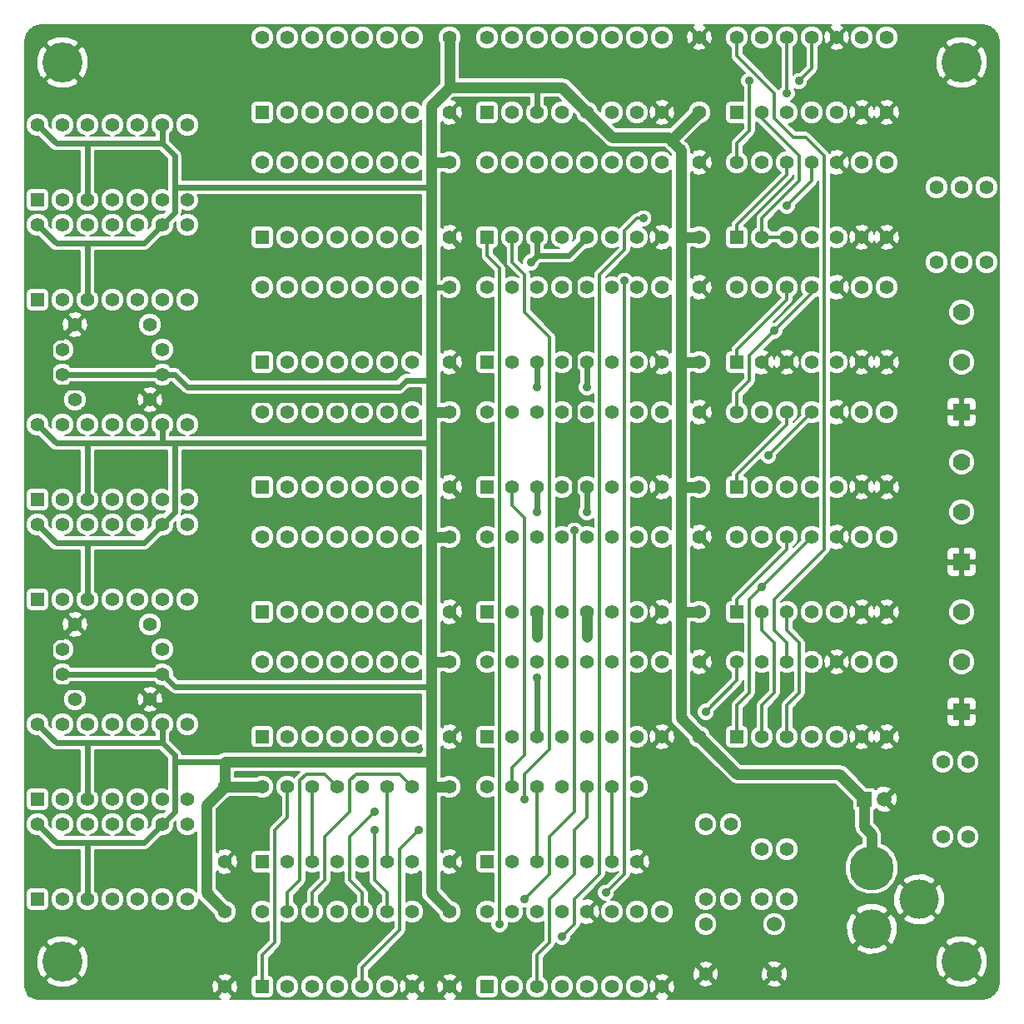
<source format=gtl>
G04 #@! TF.FileFunction,Copper,L1,Top,Signal*
%FSLAX46Y46*%
G04 Gerber Fmt 4.6, Leading zero omitted, Abs format (unit mm)*
G04 Created by KiCad (PCBNEW 4.0.7) date 02/26/19 10:17:44*
%MOMM*%
%LPD*%
G01*
G04 APERTURE LIST*
%ADD10C,0.150000*%
%ADD11C,1.397000*%
%ADD12R,1.397000X1.397000*%
%ADD13C,4.064000*%
%ADD14C,4.000000*%
%ADD15C,4.500000*%
%ADD16C,1.524000*%
%ADD17R,1.778000X1.778000*%
%ADD18C,1.778000*%
%ADD19R,1.490980X1.490980*%
%ADD20C,1.490980*%
%ADD21C,0.889000*%
%ADD22C,0.355600*%
%ADD23C,0.609600*%
%ADD24C,1.117600*%
%ADD25C,0.203200*%
G04 APERTURE END LIST*
D10*
D11*
X90170000Y-113030000D03*
X82550000Y-113030000D03*
X82550000Y-120650000D03*
X90170000Y-120650000D03*
X90170000Y-82550000D03*
X82550000Y-82550000D03*
X82550000Y-90170000D03*
X90170000Y-90170000D03*
X172720000Y-76200000D03*
X172720000Y-68580000D03*
X175260000Y-76200000D03*
X175260000Y-68580000D03*
X149225000Y-133350000D03*
X149225000Y-140970000D03*
X146685000Y-140970000D03*
X146685000Y-133350000D03*
X170180000Y-76200000D03*
X170180000Y-68580000D03*
X173355000Y-127000000D03*
X173355000Y-134620000D03*
X170815000Y-127000000D03*
X170815000Y-134620000D03*
X81280000Y-87630000D03*
X81280000Y-85090000D03*
X91440000Y-87630000D03*
X91440000Y-85090000D03*
X81280000Y-118110000D03*
X81280000Y-115570000D03*
X91440000Y-118110000D03*
X91440000Y-115570000D03*
D12*
X124460000Y-60960000D03*
D11*
X127000000Y-60960000D03*
X129540000Y-60960000D03*
X132080000Y-60960000D03*
X134620000Y-60960000D03*
X137160000Y-60960000D03*
X139700000Y-60960000D03*
X142240000Y-60960000D03*
X142240000Y-53340000D03*
X139700000Y-53340000D03*
X137160000Y-53340000D03*
X134620000Y-53340000D03*
X132080000Y-53340000D03*
X129540000Y-53340000D03*
X127000000Y-53340000D03*
X124460000Y-53340000D03*
D12*
X124460000Y-149860000D03*
D11*
X127000000Y-149860000D03*
X129540000Y-149860000D03*
X132080000Y-149860000D03*
X134620000Y-149860000D03*
X137160000Y-149860000D03*
X139700000Y-149860000D03*
X142240000Y-149860000D03*
X142240000Y-142240000D03*
X139700000Y-142240000D03*
X137160000Y-142240000D03*
X134620000Y-142240000D03*
X132080000Y-142240000D03*
X129540000Y-142240000D03*
X127000000Y-142240000D03*
X124460000Y-142240000D03*
D12*
X124460000Y-124460000D03*
D11*
X127000000Y-124460000D03*
X129540000Y-124460000D03*
X132080000Y-124460000D03*
X134620000Y-124460000D03*
X137160000Y-124460000D03*
X139700000Y-124460000D03*
X142240000Y-124460000D03*
X142240000Y-116840000D03*
X139700000Y-116840000D03*
X137160000Y-116840000D03*
X134620000Y-116840000D03*
X132080000Y-116840000D03*
X129540000Y-116840000D03*
X127000000Y-116840000D03*
X124460000Y-116840000D03*
D12*
X124460000Y-111760000D03*
D11*
X127000000Y-111760000D03*
X129540000Y-111760000D03*
X132080000Y-111760000D03*
X134620000Y-111760000D03*
X137160000Y-111760000D03*
X139700000Y-111760000D03*
X142240000Y-111760000D03*
X142240000Y-104140000D03*
X139700000Y-104140000D03*
X137160000Y-104140000D03*
X134620000Y-104140000D03*
X132080000Y-104140000D03*
X129540000Y-104140000D03*
X127000000Y-104140000D03*
X124460000Y-104140000D03*
D12*
X124460000Y-99060000D03*
D11*
X127000000Y-99060000D03*
X129540000Y-99060000D03*
X132080000Y-99060000D03*
X134620000Y-99060000D03*
X137160000Y-99060000D03*
X139700000Y-99060000D03*
X142240000Y-99060000D03*
X142240000Y-91440000D03*
X139700000Y-91440000D03*
X137160000Y-91440000D03*
X134620000Y-91440000D03*
X132080000Y-91440000D03*
X129540000Y-91440000D03*
X127000000Y-91440000D03*
X124460000Y-91440000D03*
D12*
X124460000Y-86360000D03*
D11*
X127000000Y-86360000D03*
X129540000Y-86360000D03*
X132080000Y-86360000D03*
X134620000Y-86360000D03*
X137160000Y-86360000D03*
X139700000Y-86360000D03*
X142240000Y-86360000D03*
X142240000Y-78740000D03*
X139700000Y-78740000D03*
X137160000Y-78740000D03*
X134620000Y-78740000D03*
X132080000Y-78740000D03*
X129540000Y-78740000D03*
X127000000Y-78740000D03*
X124460000Y-78740000D03*
D12*
X124460000Y-73660000D03*
D11*
X127000000Y-73660000D03*
X129540000Y-73660000D03*
X132080000Y-73660000D03*
X134620000Y-73660000D03*
X137160000Y-73660000D03*
X139700000Y-73660000D03*
X142240000Y-73660000D03*
X142240000Y-66040000D03*
X139700000Y-66040000D03*
X137160000Y-66040000D03*
X134620000Y-66040000D03*
X132080000Y-66040000D03*
X129540000Y-66040000D03*
X127000000Y-66040000D03*
X124460000Y-66040000D03*
D12*
X101600000Y-73660000D03*
D11*
X104140000Y-73660000D03*
X106680000Y-73660000D03*
X109220000Y-73660000D03*
X111760000Y-73660000D03*
X114300000Y-73660000D03*
X116840000Y-73660000D03*
X116840000Y-66040000D03*
X114300000Y-66040000D03*
X111760000Y-66040000D03*
X109220000Y-66040000D03*
X106680000Y-66040000D03*
X104140000Y-66040000D03*
X101600000Y-66040000D03*
D12*
X101600000Y-60960000D03*
D11*
X104140000Y-60960000D03*
X106680000Y-60960000D03*
X109220000Y-60960000D03*
X111760000Y-60960000D03*
X114300000Y-60960000D03*
X116840000Y-60960000D03*
X116840000Y-53340000D03*
X114300000Y-53340000D03*
X111760000Y-53340000D03*
X109220000Y-53340000D03*
X106680000Y-53340000D03*
X104140000Y-53340000D03*
X101600000Y-53340000D03*
D12*
X101600000Y-86360000D03*
D11*
X104140000Y-86360000D03*
X106680000Y-86360000D03*
X109220000Y-86360000D03*
X111760000Y-86360000D03*
X114300000Y-86360000D03*
X116840000Y-86360000D03*
X116840000Y-78740000D03*
X114300000Y-78740000D03*
X111760000Y-78740000D03*
X109220000Y-78740000D03*
X106680000Y-78740000D03*
X104140000Y-78740000D03*
X101600000Y-78740000D03*
D12*
X101600000Y-99060000D03*
D11*
X104140000Y-99060000D03*
X106680000Y-99060000D03*
X109220000Y-99060000D03*
X111760000Y-99060000D03*
X114300000Y-99060000D03*
X116840000Y-99060000D03*
X116840000Y-91440000D03*
X114300000Y-91440000D03*
X111760000Y-91440000D03*
X109220000Y-91440000D03*
X106680000Y-91440000D03*
X104140000Y-91440000D03*
X101600000Y-91440000D03*
D12*
X101600000Y-111760000D03*
D11*
X104140000Y-111760000D03*
X106680000Y-111760000D03*
X109220000Y-111760000D03*
X111760000Y-111760000D03*
X114300000Y-111760000D03*
X116840000Y-111760000D03*
X116840000Y-104140000D03*
X114300000Y-104140000D03*
X111760000Y-104140000D03*
X109220000Y-104140000D03*
X106680000Y-104140000D03*
X104140000Y-104140000D03*
X101600000Y-104140000D03*
D12*
X101600000Y-124460000D03*
D11*
X104140000Y-124460000D03*
X106680000Y-124460000D03*
X109220000Y-124460000D03*
X111760000Y-124460000D03*
X114300000Y-124460000D03*
X116840000Y-124460000D03*
X116840000Y-116840000D03*
X114300000Y-116840000D03*
X111760000Y-116840000D03*
X109220000Y-116840000D03*
X106680000Y-116840000D03*
X104140000Y-116840000D03*
X101600000Y-116840000D03*
D12*
X124460000Y-137160000D03*
D11*
X127000000Y-137160000D03*
X129540000Y-137160000D03*
X132080000Y-137160000D03*
X134620000Y-137160000D03*
X137160000Y-137160000D03*
X139700000Y-137160000D03*
X139700000Y-129540000D03*
X137160000Y-129540000D03*
X134620000Y-129540000D03*
X132080000Y-129540000D03*
X129540000Y-129540000D03*
X127000000Y-129540000D03*
X124460000Y-129540000D03*
D12*
X101600000Y-149860000D03*
D11*
X104140000Y-149860000D03*
X106680000Y-149860000D03*
X109220000Y-149860000D03*
X111760000Y-149860000D03*
X114300000Y-149860000D03*
X116840000Y-149860000D03*
X116840000Y-142240000D03*
X114300000Y-142240000D03*
X111760000Y-142240000D03*
X109220000Y-142240000D03*
X106680000Y-142240000D03*
X104140000Y-142240000D03*
X101600000Y-142240000D03*
D12*
X101600000Y-137160000D03*
D11*
X104140000Y-137160000D03*
X106680000Y-137160000D03*
X109220000Y-137160000D03*
X111760000Y-137160000D03*
X114300000Y-137160000D03*
X116840000Y-137160000D03*
X116840000Y-129540000D03*
X114300000Y-129540000D03*
X111760000Y-129540000D03*
X109220000Y-129540000D03*
X106680000Y-129540000D03*
X104140000Y-129540000D03*
X101600000Y-129540000D03*
D12*
X149860000Y-124460000D03*
D11*
X152400000Y-124460000D03*
X154940000Y-124460000D03*
X157480000Y-124460000D03*
X160020000Y-124460000D03*
X162560000Y-124460000D03*
X165100000Y-124460000D03*
X165100000Y-116840000D03*
X162560000Y-116840000D03*
X160020000Y-116840000D03*
X157480000Y-116840000D03*
X154940000Y-116840000D03*
X152400000Y-116840000D03*
X149860000Y-116840000D03*
D12*
X149860000Y-111760000D03*
D11*
X152400000Y-111760000D03*
X154940000Y-111760000D03*
X157480000Y-111760000D03*
X160020000Y-111760000D03*
X162560000Y-111760000D03*
X165100000Y-111760000D03*
X165100000Y-104140000D03*
X162560000Y-104140000D03*
X160020000Y-104140000D03*
X157480000Y-104140000D03*
X154940000Y-104140000D03*
X152400000Y-104140000D03*
X149860000Y-104140000D03*
D12*
X149860000Y-99060000D03*
D11*
X152400000Y-99060000D03*
X154940000Y-99060000D03*
X157480000Y-99060000D03*
X160020000Y-99060000D03*
X162560000Y-99060000D03*
X165100000Y-99060000D03*
X165100000Y-91440000D03*
X162560000Y-91440000D03*
X160020000Y-91440000D03*
X157480000Y-91440000D03*
X154940000Y-91440000D03*
X152400000Y-91440000D03*
X149860000Y-91440000D03*
D12*
X149860000Y-86360000D03*
D11*
X152400000Y-86360000D03*
X154940000Y-86360000D03*
X157480000Y-86360000D03*
X160020000Y-86360000D03*
X162560000Y-86360000D03*
X165100000Y-86360000D03*
X165100000Y-78740000D03*
X162560000Y-78740000D03*
X160020000Y-78740000D03*
X157480000Y-78740000D03*
X154940000Y-78740000D03*
X152400000Y-78740000D03*
X149860000Y-78740000D03*
D12*
X149860000Y-73660000D03*
D11*
X152400000Y-73660000D03*
X154940000Y-73660000D03*
X157480000Y-73660000D03*
X160020000Y-73660000D03*
X162560000Y-73660000D03*
X165100000Y-73660000D03*
X165100000Y-66040000D03*
X162560000Y-66040000D03*
X160020000Y-66040000D03*
X157480000Y-66040000D03*
X154940000Y-66040000D03*
X152400000Y-66040000D03*
X149860000Y-66040000D03*
D12*
X149860000Y-60960000D03*
D11*
X152400000Y-60960000D03*
X154940000Y-60960000D03*
X157480000Y-60960000D03*
X160020000Y-60960000D03*
X162560000Y-60960000D03*
X165100000Y-60960000D03*
X165100000Y-53340000D03*
X162560000Y-53340000D03*
X160020000Y-53340000D03*
X157480000Y-53340000D03*
X154940000Y-53340000D03*
X152400000Y-53340000D03*
X149860000Y-53340000D03*
D13*
X81280000Y-147320000D03*
X172720000Y-55880000D03*
X172720000Y-147320000D03*
X81280000Y-55880000D03*
D14*
X163600000Y-144000000D03*
D15*
X163600000Y-137799860D03*
D14*
X168400600Y-141000260D03*
D11*
X146685000Y-143510000D03*
X146685000Y-148590000D03*
D16*
X153670000Y-143510000D03*
X153670000Y-148590000D03*
D12*
X78740000Y-69850000D03*
D11*
X81280000Y-69850000D03*
X83820000Y-69850000D03*
X86360000Y-69850000D03*
X88900000Y-69850000D03*
X91440000Y-69850000D03*
X93980000Y-69850000D03*
X93980000Y-62230000D03*
X91440000Y-62230000D03*
X88900000Y-62230000D03*
X86360000Y-62230000D03*
X83820000Y-62230000D03*
X81280000Y-62230000D03*
X78740000Y-62230000D03*
D12*
X78740000Y-140970000D03*
D11*
X81280000Y-140970000D03*
X83820000Y-140970000D03*
X86360000Y-140970000D03*
X88900000Y-140970000D03*
X91440000Y-140970000D03*
X93980000Y-140970000D03*
X93980000Y-133350000D03*
X91440000Y-133350000D03*
X88900000Y-133350000D03*
X86360000Y-133350000D03*
X83820000Y-133350000D03*
X81280000Y-133350000D03*
X78740000Y-133350000D03*
D12*
X78740000Y-80010000D03*
D11*
X81280000Y-80010000D03*
X83820000Y-80010000D03*
X86360000Y-80010000D03*
X88900000Y-80010000D03*
X91440000Y-80010000D03*
X93980000Y-80010000D03*
X93980000Y-72390000D03*
X91440000Y-72390000D03*
X88900000Y-72390000D03*
X86360000Y-72390000D03*
X83820000Y-72390000D03*
X81280000Y-72390000D03*
X78740000Y-72390000D03*
D12*
X78740000Y-100330000D03*
D11*
X81280000Y-100330000D03*
X83820000Y-100330000D03*
X86360000Y-100330000D03*
X88900000Y-100330000D03*
X91440000Y-100330000D03*
X93980000Y-100330000D03*
X93980000Y-92710000D03*
X91440000Y-92710000D03*
X88900000Y-92710000D03*
X86360000Y-92710000D03*
X83820000Y-92710000D03*
X81280000Y-92710000D03*
X78740000Y-92710000D03*
D12*
X78740000Y-110490000D03*
D11*
X81280000Y-110490000D03*
X83820000Y-110490000D03*
X86360000Y-110490000D03*
X88900000Y-110490000D03*
X91440000Y-110490000D03*
X93980000Y-110490000D03*
X93980000Y-102870000D03*
X91440000Y-102870000D03*
X88900000Y-102870000D03*
X86360000Y-102870000D03*
X83820000Y-102870000D03*
X81280000Y-102870000D03*
X78740000Y-102870000D03*
D12*
X78740000Y-130810000D03*
D11*
X81280000Y-130810000D03*
X83820000Y-130810000D03*
X86360000Y-130810000D03*
X88900000Y-130810000D03*
X91440000Y-130810000D03*
X93980000Y-130810000D03*
X93980000Y-123190000D03*
X91440000Y-123190000D03*
X88900000Y-123190000D03*
X86360000Y-123190000D03*
X83820000Y-123190000D03*
X81280000Y-123190000D03*
X78740000Y-123190000D03*
D17*
X172720000Y-91440000D03*
D18*
X172720000Y-86360000D03*
X172720000Y-81280000D03*
D17*
X172720000Y-106680000D03*
D18*
X172720000Y-101600000D03*
X172720000Y-96520000D03*
D17*
X172720000Y-121920000D03*
D18*
X172720000Y-116840000D03*
X172720000Y-111760000D03*
D19*
X162829240Y-130810000D03*
D20*
X164830760Y-130810000D03*
D11*
X120650000Y-91440000D03*
X120650000Y-99060000D03*
X120650000Y-142240000D03*
X120650000Y-149860000D03*
X97790000Y-129540000D03*
X97790000Y-137160000D03*
X120650000Y-129540000D03*
X120650000Y-137160000D03*
X97790000Y-142240000D03*
X97790000Y-149860000D03*
X120650000Y-66040000D03*
X120650000Y-73660000D03*
X120650000Y-78740000D03*
X120650000Y-86360000D03*
X146050000Y-111760000D03*
X146050000Y-104140000D03*
X120650000Y-104140000D03*
X120650000Y-111760000D03*
X120650000Y-116840000D03*
X120650000Y-124460000D03*
X146050000Y-60960000D03*
X146050000Y-53340000D03*
X146050000Y-73660000D03*
X146050000Y-66040000D03*
X146050000Y-86360000D03*
X146050000Y-78740000D03*
X146050000Y-99060000D03*
X146050000Y-91440000D03*
X146050000Y-124460000D03*
X146050000Y-116840000D03*
X120650000Y-53340000D03*
X120650000Y-60960000D03*
X154940000Y-140970000D03*
X152400000Y-140970000D03*
X154940000Y-135890000D03*
X152400000Y-135890000D03*
D21*
X146685000Y-121920000D03*
X128270000Y-140970000D03*
X133350000Y-103505000D03*
X128270000Y-130810000D03*
X136525000Y-140335000D03*
X138430000Y-78105000D03*
X140335000Y-71755000D03*
X132080000Y-144780000D03*
X133350000Y-77470000D03*
X133350000Y-100330000D03*
X133350000Y-87630000D03*
X117475000Y-125730000D03*
X116840000Y-89535000D03*
X116840000Y-63500000D03*
X128905000Y-76200000D03*
X129540000Y-118427500D03*
X134620000Y-114300000D03*
X129540000Y-114300000D03*
X129540000Y-101600000D03*
X134620000Y-101600000D03*
X134620000Y-88900000D03*
X129540000Y-88900000D03*
X117475000Y-133985000D03*
X113030000Y-133985000D03*
X113030000Y-132080000D03*
X125730000Y-143510000D03*
X151130000Y-57785000D03*
X156184602Y-57785000D03*
X154940000Y-59055000D03*
X154940000Y-70485000D03*
X153670000Y-83185000D03*
X153035000Y-95885000D03*
X152400000Y-109220000D03*
D22*
X158750000Y-105410000D02*
X158750000Y-65405000D01*
X153670000Y-110490000D02*
X158750000Y-105410000D01*
X155575000Y-63500000D02*
X153670000Y-61595000D01*
X156845000Y-63500000D02*
X155575000Y-63500000D01*
X158750000Y-65405000D02*
X156845000Y-63500000D01*
X154940000Y-114935000D02*
X153670000Y-113665000D01*
X154940000Y-116840000D02*
X154940000Y-114935000D01*
X153670000Y-113665000D02*
X153670000Y-110490000D01*
X149860000Y-53340000D02*
X149860000Y-55245000D01*
X153670000Y-59055000D02*
X153670000Y-61595000D01*
X149860000Y-55245000D02*
X153670000Y-59055000D01*
X146685000Y-121920000D02*
X149860000Y-118745000D01*
X149860000Y-118745000D02*
X149860000Y-116840000D01*
X133350000Y-138430000D02*
X130810000Y-140970000D01*
X130810000Y-140970000D02*
X130810000Y-145415000D01*
X130810000Y-145415000D02*
X129540000Y-146685000D01*
X129540000Y-146685000D02*
X129540000Y-149860000D01*
X133350000Y-133985000D02*
X133350000Y-138430000D01*
X134620000Y-129540000D02*
X134620000Y-132715000D01*
X134620000Y-132715000D02*
X133350000Y-133985000D01*
X127000000Y-129540000D02*
X127000000Y-127635000D01*
X127000000Y-127635000D02*
X128270000Y-126365000D01*
X127000000Y-99060000D02*
X127000000Y-100965000D01*
X127000000Y-100965000D02*
X128270000Y-102235000D01*
X128270000Y-102235000D02*
X128270000Y-126365000D01*
X133350000Y-103505000D02*
X133350000Y-132080000D01*
X133350000Y-132080000D02*
X130810000Y-134620000D01*
X130810000Y-138430000D02*
X128270000Y-140970000D01*
X130810000Y-134620000D02*
X130810000Y-138430000D01*
X130810000Y-83820000D02*
X130810000Y-125730000D01*
X130810000Y-125730000D02*
X128270000Y-128270000D01*
X128270000Y-81280000D02*
X130810000Y-83820000D01*
X128270000Y-130810000D02*
X128270000Y-128270000D01*
X127000000Y-73660000D02*
X127000000Y-76200000D01*
X128270000Y-77470000D02*
X128270000Y-81280000D01*
X127000000Y-76200000D02*
X128270000Y-77470000D01*
X102870000Y-133985000D02*
X102870000Y-145415000D01*
X104140000Y-129540000D02*
X104140000Y-132715000D01*
X102870000Y-133985000D02*
X104140000Y-132715000D01*
X101600000Y-146685000D02*
X101600000Y-149860000D01*
X102870000Y-145415000D02*
X101600000Y-146685000D01*
X138430000Y-138430000D02*
X136525000Y-140335000D01*
X138430000Y-138430000D02*
X138430000Y-78105000D01*
X135890000Y-77470000D02*
X135890000Y-138430000D01*
X138430000Y-74930000D02*
X135890000Y-77470000D01*
X138430000Y-73025000D02*
X138430000Y-74930000D01*
X139700000Y-71755000D02*
X138430000Y-73025000D01*
X140335000Y-71755000D02*
X139700000Y-71755000D01*
X152400000Y-73660000D02*
X152400000Y-71755000D01*
X152400000Y-71755000D02*
X156210000Y-67945000D01*
X152400000Y-73660000D02*
X154940000Y-73660000D01*
X152400000Y-60960000D02*
X152400000Y-61595000D01*
X156210000Y-65405000D02*
X156210000Y-67945000D01*
X152400000Y-61595000D02*
X156210000Y-65405000D01*
X132080000Y-144780000D02*
X133350000Y-143510000D01*
X135890000Y-138430000D02*
X133350000Y-140970000D01*
X133350000Y-140970000D02*
X133350000Y-143510000D01*
D23*
X151765000Y-146685000D02*
X160915000Y-146685000D01*
X160915000Y-146685000D02*
X163600000Y-144000000D01*
X146685000Y-148590000D02*
X148590000Y-146685000D01*
X151765000Y-146685000D02*
X153670000Y-148590000D01*
X148590000Y-146685000D02*
X151765000Y-146685000D01*
X142240000Y-149860000D02*
X144780000Y-147320000D01*
X145415000Y-147320000D02*
X146685000Y-148590000D01*
X144780000Y-147320000D02*
X145415000Y-147320000D01*
X152400000Y-86360000D02*
X153670000Y-87630000D01*
X153670000Y-87630000D02*
X154940000Y-86360000D01*
X162560000Y-111760000D02*
X161290000Y-113030000D01*
X161290000Y-115570000D02*
X160020000Y-116840000D01*
X161290000Y-113030000D02*
X161290000Y-115570000D01*
X162560000Y-124460000D02*
X163830000Y-125730000D01*
X163830000Y-125730000D02*
X165100000Y-124460000D01*
X162560000Y-111760000D02*
X163830000Y-113030000D01*
X163830000Y-113030000D02*
X165100000Y-111760000D01*
X162560000Y-99060000D02*
X163830000Y-100330000D01*
X163830000Y-100330000D02*
X165100000Y-99060000D01*
X162560000Y-86360000D02*
X163830000Y-87630000D01*
X163830000Y-87630000D02*
X165100000Y-86360000D01*
X162560000Y-73660000D02*
X163830000Y-74930000D01*
X163830000Y-74930000D02*
X165100000Y-73660000D01*
X162560000Y-60960000D02*
X163830000Y-62230000D01*
X163830000Y-62230000D02*
X165100000Y-60960000D01*
X160020000Y-66040000D02*
X161290000Y-64770000D01*
X161290000Y-62230000D02*
X162560000Y-60960000D01*
X161290000Y-64770000D02*
X161290000Y-62230000D01*
X133350000Y-87630000D02*
X133350000Y-77470000D01*
X133350000Y-87630000D02*
X133350000Y-95250000D01*
X133350000Y-95250000D02*
X133350000Y-100330000D01*
X99060000Y-125730000D02*
X94615000Y-121285000D01*
X90805000Y-121285000D02*
X94615000Y-121285000D01*
X90805000Y-121285000D02*
X90170000Y-120650000D01*
X99060000Y-125730000D02*
X117475000Y-125730000D01*
X116840000Y-149860000D02*
X118110000Y-148590000D01*
X119380000Y-148590000D02*
X120650000Y-149860000D01*
X118110000Y-148590000D02*
X119380000Y-148590000D01*
X91757500Y-89217500D02*
X92710000Y-90170000D01*
X90170000Y-90170000D02*
X91122500Y-89217500D01*
X91122500Y-89217500D02*
X91757500Y-89217500D01*
X116205000Y-90170000D02*
X116840000Y-89535000D01*
X92710000Y-90170000D02*
X116205000Y-90170000D01*
X170400000Y-139000000D02*
X167000000Y-135600000D01*
X168400600Y-140999400D02*
X170400000Y-139000000D01*
X168400600Y-141000260D02*
X168400600Y-140999400D01*
X167000000Y-132979240D02*
X164830760Y-130810000D01*
X167000000Y-135600000D02*
X167000000Y-132979240D01*
X166400860Y-143000000D02*
X166400860Y-143000860D01*
X170000000Y-144600000D02*
X172720000Y-147320000D01*
X168000000Y-144600000D02*
X170000000Y-144600000D01*
X166400860Y-143000860D02*
X168000000Y-144600000D01*
X166400000Y-143000000D02*
X166400860Y-143000000D01*
X163600000Y-144000000D02*
X165400000Y-142200000D01*
X165600000Y-142200000D02*
X166400000Y-143000000D01*
X165400000Y-142200000D02*
X165600000Y-142200000D01*
X166400860Y-143000000D02*
X168400600Y-141000260D01*
X80645000Y-83820000D02*
X81280000Y-83820000D01*
X81280000Y-83820000D02*
X82550000Y-82550000D01*
X80645000Y-114300000D02*
X81280000Y-114300000D01*
X88900000Y-119380000D02*
X80645000Y-119380000D01*
X80645000Y-119380000D02*
X80010000Y-118745000D01*
X80010000Y-118745000D02*
X80010000Y-114935000D01*
X90170000Y-120650000D02*
X88900000Y-119380000D01*
X80645000Y-114300000D02*
X80010000Y-114935000D01*
X81280000Y-114300000D02*
X82550000Y-113030000D01*
X90170000Y-90170000D02*
X88900000Y-88900000D01*
X80010000Y-84455000D02*
X80645000Y-83820000D01*
X80010000Y-88265000D02*
X80010000Y-84455000D01*
X80645000Y-88900000D02*
X80010000Y-88265000D01*
X88900000Y-88900000D02*
X80645000Y-88900000D01*
X81280000Y-55880000D02*
X85725000Y-60325000D01*
X100330000Y-63500000D02*
X116840000Y-63500000D01*
X97155000Y-60325000D02*
X100330000Y-63500000D01*
X85725000Y-60325000D02*
X97155000Y-60325000D01*
X167005000Y-128905000D02*
X166735760Y-128905000D01*
X167005000Y-122555000D02*
X167005000Y-128905000D01*
X166735760Y-128905000D02*
X164830760Y-130810000D01*
X165100000Y-60960000D02*
X167005000Y-62865000D01*
X167005000Y-71755000D02*
X167005000Y-62865000D01*
X167005000Y-62865000D02*
X167005000Y-61595000D01*
X167005000Y-61595000D02*
X172720000Y-55880000D01*
X172720000Y-121920000D02*
X167005000Y-121920000D01*
X172720000Y-106680000D02*
X167005000Y-106680000D01*
X172720000Y-91440000D02*
X167005000Y-91440000D01*
X165100000Y-73660000D02*
X167005000Y-71755000D01*
X165100000Y-86360000D02*
X167005000Y-84455000D01*
X165100000Y-99060000D02*
X167005000Y-97155000D01*
X167005000Y-97155000D02*
X167005000Y-97790000D01*
X165100000Y-111760000D02*
X167005000Y-109855000D01*
X165100000Y-124460000D02*
X167005000Y-122555000D01*
X167005000Y-71755000D02*
X167005000Y-84455000D01*
X167005000Y-84455000D02*
X167005000Y-91440000D01*
X167005000Y-91440000D02*
X167005000Y-97790000D01*
X167005000Y-97790000D02*
X167005000Y-106680000D01*
X167005000Y-106680000D02*
X167005000Y-109855000D01*
X167005000Y-109855000D02*
X167005000Y-121920000D01*
X167005000Y-121920000D02*
X167005000Y-122555000D01*
X142240000Y-60960000D02*
X144145000Y-59055000D01*
X144145000Y-59055000D02*
X147955000Y-59055000D01*
X97790000Y-137160000D02*
X99695000Y-139065000D01*
X99695000Y-147955000D02*
X97790000Y-149860000D01*
X99695000Y-139065000D02*
X99695000Y-147955000D01*
X81280000Y-147320000D02*
X83312000Y-145288000D01*
X83312000Y-145288000D02*
X93218000Y-145288000D01*
X93218000Y-145288000D02*
X97790000Y-149860000D01*
X122555000Y-135255000D02*
X122555000Y-147955000D01*
X122555000Y-147955000D02*
X120650000Y-149860000D01*
X122555000Y-122555000D02*
X122555000Y-135255000D01*
X122555000Y-135255000D02*
X120650000Y-137160000D01*
X122555000Y-122555000D02*
X122555000Y-113665000D01*
X120650000Y-124460000D02*
X122555000Y-122555000D01*
X120650000Y-111760000D02*
X122555000Y-113665000D01*
X120650000Y-99060000D02*
X122555000Y-100965000D01*
X120650000Y-86360000D02*
X122555000Y-88265000D01*
X122555000Y-73025000D02*
X122555000Y-62865000D01*
X122555000Y-62865000D02*
X120650000Y-60960000D01*
X120650000Y-73660000D02*
X122555000Y-75565000D01*
X146050000Y-104140000D02*
X147955000Y-106045000D01*
X122555000Y-111125000D02*
X122555000Y-113665000D01*
X122555000Y-98425000D02*
X122555000Y-100965000D01*
X122555000Y-100965000D02*
X122555000Y-111125000D01*
X122555000Y-98425000D02*
X122555000Y-88265000D01*
X122555000Y-88265000D02*
X122555000Y-85725000D01*
X122555000Y-85725000D02*
X122555000Y-75565000D01*
X122555000Y-75565000D02*
X122555000Y-73025000D01*
X146050000Y-91440000D02*
X147955000Y-89535000D01*
X146050000Y-78740000D02*
X147955000Y-76835000D01*
X147955000Y-76835000D02*
X147955000Y-77470000D01*
X146050000Y-66040000D02*
X147955000Y-64135000D01*
X147955000Y-55245000D02*
X147955000Y-59055000D01*
X146050000Y-53340000D02*
X147955000Y-55245000D01*
X147955000Y-59055000D02*
X147955000Y-64135000D01*
X147955000Y-64135000D02*
X147955000Y-77470000D01*
X147955000Y-77470000D02*
X147955000Y-89535000D01*
X147955000Y-89535000D02*
X147955000Y-91440000D01*
X147955000Y-91440000D02*
X147955000Y-106045000D01*
X147955000Y-106045000D02*
X147955000Y-114935000D01*
X147955000Y-114935000D02*
X146050000Y-116840000D01*
D24*
X120650000Y-58420000D02*
X118745000Y-60325000D01*
D23*
X134620000Y-73660000D02*
X132715000Y-75565000D01*
X129540000Y-75565000D02*
X128905000Y-76200000D01*
X129540000Y-73660000D02*
X129540000Y-75565000D01*
X129540000Y-75565000D02*
X132715000Y-75565000D01*
D24*
X144145000Y-111760000D02*
X144145000Y-122555000D01*
X144145000Y-122555000D02*
X146050000Y-124460000D01*
X144145000Y-99060000D02*
X144145000Y-111760000D01*
X144145000Y-99060000D02*
X144145000Y-86360000D01*
D23*
X92710000Y-68580000D02*
X92710000Y-65405000D01*
X92710000Y-65405000D02*
X91440000Y-64135000D01*
X92710000Y-68580000D02*
X118745000Y-68580000D01*
X115570000Y-88900000D02*
X93980000Y-88900000D01*
X116205000Y-88265000D02*
X115570000Y-88900000D01*
X116205000Y-88265000D02*
X118745000Y-88265000D01*
X83820000Y-104775000D02*
X89535000Y-104775000D01*
X89535000Y-104775000D02*
X91440000Y-102870000D01*
X89535000Y-135255000D02*
X91440000Y-133350000D01*
X97790000Y-127000000D02*
X92710000Y-127000000D01*
D24*
X118745000Y-127000000D02*
X97790000Y-127000000D01*
X97790000Y-127000000D02*
X97790000Y-129540000D01*
D23*
X89535000Y-135255000D02*
X83820000Y-135255000D01*
X91440000Y-123190000D02*
X91440000Y-125095000D01*
X91440000Y-133350000D02*
X92710000Y-132080000D01*
X92710000Y-132080000D02*
X92710000Y-127000000D01*
X92710000Y-126365000D02*
X91440000Y-125095000D01*
X92710000Y-127000000D02*
X92710000Y-126365000D01*
X83820000Y-64135000D02*
X83820000Y-69850000D01*
X80645000Y-64135000D02*
X83820000Y-64135000D01*
X83820000Y-64135000D02*
X91440000Y-64135000D01*
X92710000Y-101600000D02*
X92710000Y-94615000D01*
X91440000Y-102870000D02*
X92710000Y-101600000D01*
X91440000Y-94615000D02*
X92710000Y-94615000D01*
X92710000Y-94615000D02*
X118745000Y-94615000D01*
X118745000Y-94615000D02*
X118745000Y-93980000D01*
X83820000Y-100330000D02*
X83820000Y-94615000D01*
X80645000Y-94615000D02*
X83820000Y-94615000D01*
X83820000Y-94615000D02*
X91440000Y-94615000D01*
X91440000Y-94615000D02*
X91440000Y-92710000D01*
X92710000Y-71120000D02*
X91440000Y-72390000D01*
X92710000Y-68580000D02*
X92710000Y-71120000D01*
X78740000Y-92710000D02*
X80645000Y-94615000D01*
X83820000Y-74295000D02*
X89535000Y-74295000D01*
X89535000Y-74295000D02*
X91440000Y-72390000D01*
X83820000Y-80010000D02*
X83820000Y-74295000D01*
X83820000Y-74295000D02*
X83185000Y-74295000D01*
X91440000Y-62230000D02*
X91440000Y-64135000D01*
X78740000Y-62230000D02*
X80645000Y-64135000D01*
X83820000Y-125095000D02*
X91440000Y-125095000D01*
X83820000Y-140970000D02*
X83820000Y-135255000D01*
X83820000Y-130810000D02*
X83820000Y-125095000D01*
X83820000Y-110490000D02*
X83820000Y-104775000D01*
X91440000Y-87630000D02*
X92710000Y-87630000D01*
X92710000Y-87630000D02*
X93980000Y-88900000D01*
D24*
X143192500Y-63817500D02*
X146050000Y-60960000D01*
X118745000Y-76200000D02*
X118745000Y-78740000D01*
X118745000Y-68580000D02*
X118745000Y-76200000D01*
X118745000Y-67945000D02*
X118745000Y-68580000D01*
X118745000Y-66040000D02*
X118745000Y-67945000D01*
X118745000Y-78740000D02*
X118745000Y-87630000D01*
X118745000Y-87630000D02*
X118745000Y-88265000D01*
D23*
X91440000Y-118110000D02*
X92710000Y-119380000D01*
X92710000Y-119380000D02*
X118745000Y-119380000D01*
D24*
X144145000Y-73660000D02*
X146050000Y-73660000D01*
X120650000Y-53340000D02*
X120650000Y-58420000D01*
X144145000Y-73660000D02*
X144145000Y-64770000D01*
X142875000Y-63500000D02*
X143192500Y-63817500D01*
X143192500Y-63817500D02*
X144145000Y-64770000D01*
X137160000Y-63500000D02*
X134620000Y-60960000D01*
X142875000Y-63500000D02*
X137160000Y-63500000D01*
X129540000Y-58420000D02*
X120650000Y-58420000D01*
X118745000Y-60325000D02*
X118745000Y-62865000D01*
X118745000Y-62865000D02*
X118745000Y-66040000D01*
X163600000Y-137799860D02*
X163600000Y-134390000D01*
X162829240Y-133619240D02*
X162829240Y-130810000D01*
X163600000Y-134390000D02*
X162829240Y-133619240D01*
X118745000Y-118745000D02*
X118745000Y-116840000D01*
D23*
X129540000Y-124460000D02*
X129540000Y-118427500D01*
D24*
X146050000Y-124460000D02*
X149860000Y-128270000D01*
X160289240Y-128270000D02*
X162829240Y-130810000D01*
X149860000Y-128270000D02*
X160289240Y-128270000D01*
X134620000Y-114300000D02*
X134620000Y-111760000D01*
X129540000Y-114300000D02*
X129540000Y-111760000D01*
D23*
X129540000Y-99060000D02*
X129540000Y-101600000D01*
X134620000Y-101600000D02*
X134620000Y-99060000D01*
X134620000Y-88900000D02*
X134620000Y-86360000D01*
X129540000Y-88900000D02*
X129540000Y-86360000D01*
D24*
X118745000Y-88265000D02*
X118745000Y-91440000D01*
X118745000Y-118745000D02*
X118745000Y-119380000D01*
X118745000Y-119380000D02*
X118745000Y-127000000D01*
X118745000Y-127000000D02*
X118745000Y-129540000D01*
X95885000Y-140335000D02*
X95885000Y-139065000D01*
X95885000Y-139065000D02*
X95885000Y-135255000D01*
X95885000Y-140335000D02*
X97790000Y-142240000D01*
X95885000Y-135255000D02*
X95885000Y-131445000D01*
X95885000Y-131445000D02*
X97790000Y-129540000D01*
X129540000Y-58420000D02*
X132080000Y-58420000D01*
X132080000Y-58420000D02*
X134620000Y-60960000D01*
D23*
X129540000Y-60960000D02*
X129540000Y-58420000D01*
D24*
X118745000Y-129540000D02*
X118745000Y-140335000D01*
X118745000Y-140335000D02*
X120650000Y-142240000D01*
X146050000Y-111760000D02*
X144145000Y-111760000D01*
X146050000Y-99060000D02*
X144145000Y-99060000D01*
X146050000Y-86360000D02*
X144145000Y-86360000D01*
X144145000Y-86360000D02*
X144145000Y-75565000D01*
X144145000Y-75565000D02*
X144145000Y-73660000D01*
D23*
X80645000Y-74295000D02*
X83185000Y-74295000D01*
X80645000Y-74295000D02*
X78740000Y-72390000D01*
X78740000Y-102870000D02*
X80645000Y-104775000D01*
X80645000Y-104775000D02*
X83820000Y-104775000D01*
X81280000Y-87630000D02*
X91440000Y-87630000D01*
X81280000Y-118110000D02*
X91440000Y-118110000D01*
X78740000Y-123190000D02*
X80645000Y-125095000D01*
X80645000Y-125095000D02*
X83820000Y-125095000D01*
X78740000Y-133350000D02*
X80645000Y-135255000D01*
X80645000Y-135255000D02*
X83820000Y-135255000D01*
D24*
X120650000Y-66040000D02*
X118745000Y-66040000D01*
D23*
X120650000Y-78740000D02*
X118745000Y-78740000D01*
D24*
X120650000Y-91440000D02*
X118745000Y-91440000D01*
X120650000Y-104140000D02*
X118745000Y-104140000D01*
X120650000Y-116840000D02*
X118745000Y-116840000D01*
X120650000Y-129540000D02*
X118745000Y-129540000D01*
X118745000Y-91440000D02*
X118745000Y-93980000D01*
X118745000Y-93980000D02*
X118745000Y-95250000D01*
X118745000Y-96520000D02*
X118745000Y-97155000D01*
X118745000Y-95250000D02*
X118745000Y-96520000D01*
X118745000Y-97155000D02*
X118745000Y-104140000D01*
X118745000Y-104140000D02*
X118745000Y-108585000D01*
X118745000Y-108585000D02*
X118745000Y-116840000D01*
X97790000Y-129540000D02*
X101600000Y-129540000D01*
D22*
X115570000Y-135890000D02*
X115570000Y-144145000D01*
X111760000Y-147955000D02*
X111760000Y-149860000D01*
X115570000Y-144145000D02*
X111760000Y-147955000D01*
X115570000Y-135890000D02*
X117475000Y-133985000D01*
X114300000Y-137160000D02*
X114300000Y-129540000D01*
X106680000Y-129540000D02*
X106680000Y-137160000D01*
X106680000Y-142240000D02*
X106680000Y-140335000D01*
X106680000Y-140335000D02*
X107950000Y-139065000D01*
X107950000Y-139065000D02*
X107950000Y-134620000D01*
X107950000Y-134620000D02*
X110490000Y-132080000D01*
X115570000Y-128270000D02*
X116840000Y-129540000D01*
X111125000Y-128270000D02*
X115570000Y-128270000D01*
X110490000Y-128905000D02*
X111125000Y-128270000D01*
X110490000Y-132080000D02*
X110490000Y-128905000D01*
X104140000Y-142240000D02*
X104140000Y-140335000D01*
X104140000Y-140335000D02*
X105410000Y-139065000D01*
X105410000Y-139065000D02*
X105410000Y-128905000D01*
X107950000Y-128270000D02*
X109220000Y-129540000D01*
X106045000Y-128270000D02*
X107950000Y-128270000D01*
X105410000Y-128905000D02*
X106045000Y-128270000D01*
X137160000Y-129540000D02*
X137160000Y-137160000D01*
X129540000Y-129540000D02*
X129540000Y-137160000D01*
X114300000Y-142240000D02*
X114300000Y-140335000D01*
X114300000Y-140335000D02*
X113030000Y-139065000D01*
X113030000Y-139065000D02*
X113030000Y-133985000D01*
X111760000Y-142240000D02*
X111760000Y-140335000D01*
X111760000Y-140335000D02*
X110490000Y-139065000D01*
X110490000Y-139065000D02*
X110490000Y-134620000D01*
X110490000Y-134620000D02*
X113030000Y-132080000D01*
X125730000Y-143510000D02*
X125730000Y-76835000D01*
X125730000Y-76835000D02*
X124460000Y-75565000D01*
X124460000Y-75565000D02*
X124460000Y-73660000D01*
X124460000Y-75565000D02*
X124460000Y-73660000D01*
X124460000Y-75565000D02*
X125730000Y-76835000D01*
X149860000Y-66040000D02*
X149860000Y-64135000D01*
X151130000Y-62865000D02*
X151130000Y-57785000D01*
X149860000Y-64135000D02*
X151130000Y-62865000D01*
X156184602Y-57785000D02*
X156210000Y-57785000D01*
X157480000Y-53340000D02*
X157480000Y-56515000D01*
X157480000Y-56515000D02*
X156210000Y-57785000D01*
X154940000Y-59055000D02*
X154940000Y-53340000D01*
X154940000Y-70485000D02*
X157480000Y-67945000D01*
X157480000Y-67945000D02*
X157480000Y-66040000D01*
X149860000Y-73660000D02*
X149860000Y-72390000D01*
X154940000Y-67310000D02*
X154940000Y-66040000D01*
X149860000Y-72390000D02*
X154940000Y-67310000D01*
X153670000Y-83185000D02*
X157480000Y-79375000D01*
X157480000Y-79375000D02*
X157480000Y-78740000D01*
X149860000Y-91440000D02*
X149860000Y-89535000D01*
X151130000Y-85725000D02*
X153670000Y-83185000D01*
X151130000Y-88265000D02*
X151130000Y-85725000D01*
X149860000Y-89535000D02*
X151130000Y-88265000D01*
X149860000Y-86360000D02*
X149860000Y-85090000D01*
X149860000Y-85090000D02*
X154940000Y-80010000D01*
X154940000Y-80010000D02*
X154940000Y-78740000D01*
X157480000Y-91440000D02*
X153035000Y-95885000D01*
X149860000Y-99060000D02*
X149860000Y-97790000D01*
X154940000Y-92710000D02*
X154940000Y-91440000D01*
X149860000Y-97790000D02*
X154940000Y-92710000D01*
X152400000Y-113665000D02*
X153670000Y-114935000D01*
X152400000Y-121285000D02*
X152400000Y-124460000D01*
X152400000Y-111760000D02*
X152400000Y-113665000D01*
X153670000Y-114935000D02*
X153670000Y-120015000D01*
X153670000Y-120015000D02*
X152400000Y-121285000D01*
X151130000Y-110490000D02*
X152400000Y-109220000D01*
X152400000Y-109220000D02*
X157480000Y-104140000D01*
X149860000Y-124460000D02*
X149860000Y-121285000D01*
X151130000Y-120015000D02*
X151130000Y-110490000D01*
X149860000Y-121285000D02*
X151130000Y-120015000D01*
X149860000Y-111760000D02*
X149860000Y-110490000D01*
X154940000Y-105410000D02*
X154940000Y-104140000D01*
X149860000Y-110490000D02*
X154940000Y-105410000D01*
X156210000Y-120015000D02*
X156210000Y-114935000D01*
X154940000Y-111760000D02*
X154940000Y-113665000D01*
X156210000Y-120015000D02*
X154940000Y-121285000D01*
X154940000Y-121285000D02*
X154940000Y-124460000D01*
X154940000Y-113665000D02*
X156210000Y-114935000D01*
D25*
G36*
X145394484Y-52178481D02*
X145329419Y-52403893D01*
X146050000Y-53124474D01*
X146770581Y-52403893D01*
X146705516Y-52178481D01*
X146488568Y-52107200D01*
X159536571Y-52107200D01*
X159364484Y-52178481D01*
X159299419Y-52403893D01*
X160020000Y-53124474D01*
X160740581Y-52403893D01*
X160675516Y-52178481D01*
X160458568Y-52107200D01*
X174950046Y-52107200D01*
X175567466Y-52230012D01*
X176048542Y-52551456D01*
X176369988Y-53032534D01*
X176492800Y-53649953D01*
X176492800Y-149550047D01*
X176369988Y-150167466D01*
X176048542Y-150648544D01*
X175567466Y-150969988D01*
X174950046Y-151092800D01*
X142723429Y-151092800D01*
X142895516Y-151021519D01*
X142960581Y-150796107D01*
X142240000Y-150075526D01*
X141519419Y-150796107D01*
X141584484Y-151021519D01*
X141801432Y-151092800D01*
X121133429Y-151092800D01*
X121305516Y-151021519D01*
X121370581Y-150796107D01*
X120650000Y-150075526D01*
X119929419Y-150796107D01*
X119994484Y-151021519D01*
X120211432Y-151092800D01*
X117323429Y-151092800D01*
X117495516Y-151021519D01*
X117560581Y-150796107D01*
X116840000Y-150075526D01*
X116119419Y-150796107D01*
X116184484Y-151021519D01*
X116401432Y-151092800D01*
X98273429Y-151092800D01*
X98445516Y-151021519D01*
X98510581Y-150796107D01*
X97790000Y-150075526D01*
X97069419Y-150796107D01*
X97134484Y-151021519D01*
X97351432Y-151092800D01*
X78649954Y-151092800D01*
X78185607Y-151000435D01*
X77834300Y-150765700D01*
X77599564Y-150414392D01*
X77507200Y-149950046D01*
X77507200Y-149221253D01*
X79594273Y-149221253D01*
X79822718Y-149585055D01*
X80800447Y-149970316D01*
X81851182Y-149952090D01*
X82462494Y-149698876D01*
X96466042Y-149698876D01*
X96505162Y-150217798D01*
X96628481Y-150515516D01*
X96853893Y-150580581D01*
X97574474Y-149860000D01*
X98005526Y-149860000D01*
X98726107Y-150580581D01*
X98951519Y-150515516D01*
X99113958Y-150021124D01*
X99074838Y-149502202D01*
X98951519Y-149204484D01*
X98726107Y-149139419D01*
X98005526Y-149860000D01*
X97574474Y-149860000D01*
X96853893Y-149139419D01*
X96628481Y-149204484D01*
X96466042Y-149698876D01*
X82462494Y-149698876D01*
X82737282Y-149585055D01*
X82965727Y-149221253D01*
X81280000Y-147535526D01*
X79594273Y-149221253D01*
X77507200Y-149221253D01*
X77507200Y-146840447D01*
X78629684Y-146840447D01*
X78647910Y-147891182D01*
X79014945Y-148777282D01*
X79378747Y-149005727D01*
X81064474Y-147320000D01*
X81495526Y-147320000D01*
X83181253Y-149005727D01*
X83311574Y-148923893D01*
X97069419Y-148923893D01*
X97790000Y-149644474D01*
X98510581Y-148923893D01*
X98445516Y-148698481D01*
X97951124Y-148536042D01*
X97432202Y-148575162D01*
X97134484Y-148698481D01*
X97069419Y-148923893D01*
X83311574Y-148923893D01*
X83545055Y-148777282D01*
X83930316Y-147799553D01*
X83912090Y-146748818D01*
X83545055Y-145862718D01*
X83181253Y-145634273D01*
X81495526Y-147320000D01*
X81064474Y-147320000D01*
X79378747Y-145634273D01*
X79014945Y-145862718D01*
X78629684Y-146840447D01*
X77507200Y-146840447D01*
X77507200Y-145418747D01*
X79594273Y-145418747D01*
X81280000Y-147104474D01*
X82965727Y-145418747D01*
X82737282Y-145054945D01*
X81759553Y-144669684D01*
X80708818Y-144687910D01*
X79822718Y-145054945D01*
X79594273Y-145418747D01*
X77507200Y-145418747D01*
X77507200Y-140271500D01*
X77575343Y-140271500D01*
X77575343Y-141668500D01*
X77607223Y-141837928D01*
X77707355Y-141993538D01*
X77860139Y-142097930D01*
X78041500Y-142134657D01*
X79438500Y-142134657D01*
X79607928Y-142102777D01*
X79763538Y-142002645D01*
X79867930Y-141849861D01*
X79904657Y-141668500D01*
X79904657Y-141198874D01*
X80124099Y-141198874D01*
X80299674Y-141623796D01*
X80624494Y-141949184D01*
X81049108Y-142125499D01*
X81508874Y-142125901D01*
X81933796Y-141950326D01*
X82259184Y-141625506D01*
X82435499Y-141200892D01*
X82435901Y-140741126D01*
X82260326Y-140316204D01*
X81935506Y-139990816D01*
X81510892Y-139814501D01*
X81051126Y-139814099D01*
X80626204Y-139989674D01*
X80300816Y-140314494D01*
X80124501Y-140739108D01*
X80124099Y-141198874D01*
X79904657Y-141198874D01*
X79904657Y-140271500D01*
X79872777Y-140102072D01*
X79772645Y-139946462D01*
X79619861Y-139842070D01*
X79438500Y-139805343D01*
X78041500Y-139805343D01*
X77872072Y-139837223D01*
X77716462Y-139937355D01*
X77612070Y-140090139D01*
X77575343Y-140271500D01*
X77507200Y-140271500D01*
X77507200Y-130111500D01*
X77575343Y-130111500D01*
X77575343Y-131508500D01*
X77607223Y-131677928D01*
X77707355Y-131833538D01*
X77860139Y-131937930D01*
X78041500Y-131974657D01*
X79438500Y-131974657D01*
X79607928Y-131942777D01*
X79763538Y-131842645D01*
X79867930Y-131689861D01*
X79904657Y-131508500D01*
X79904657Y-131038874D01*
X80124099Y-131038874D01*
X80299674Y-131463796D01*
X80624494Y-131789184D01*
X81049108Y-131965499D01*
X81508874Y-131965901D01*
X81933796Y-131790326D01*
X82259184Y-131465506D01*
X82435499Y-131040892D01*
X82435901Y-130581126D01*
X82260326Y-130156204D01*
X81935506Y-129830816D01*
X81510892Y-129654501D01*
X81051126Y-129654099D01*
X80626204Y-129829674D01*
X80300816Y-130154494D01*
X80124501Y-130579108D01*
X80124099Y-131038874D01*
X79904657Y-131038874D01*
X79904657Y-130111500D01*
X79872777Y-129942072D01*
X79772645Y-129786462D01*
X79619861Y-129682070D01*
X79438500Y-129645343D01*
X78041500Y-129645343D01*
X77872072Y-129677223D01*
X77716462Y-129777355D01*
X77612070Y-129930139D01*
X77575343Y-130111500D01*
X77507200Y-130111500D01*
X77507200Y-120878874D01*
X81394099Y-120878874D01*
X81569674Y-121303796D01*
X81894494Y-121629184D01*
X82319108Y-121805499D01*
X82778874Y-121805901D01*
X83203796Y-121630326D01*
X83248092Y-121586107D01*
X89449419Y-121586107D01*
X89514484Y-121811519D01*
X90008876Y-121973958D01*
X90527798Y-121934838D01*
X90825516Y-121811519D01*
X90890581Y-121586107D01*
X90170000Y-120865526D01*
X89449419Y-121586107D01*
X83248092Y-121586107D01*
X83529184Y-121305506D01*
X83705499Y-120880892D01*
X83705841Y-120488876D01*
X88846042Y-120488876D01*
X88885162Y-121007798D01*
X89008481Y-121305516D01*
X89233893Y-121370581D01*
X89954474Y-120650000D01*
X90385526Y-120650000D01*
X91106107Y-121370581D01*
X91331519Y-121305516D01*
X91493958Y-120811124D01*
X91454838Y-120292202D01*
X91331519Y-119994484D01*
X91106107Y-119929419D01*
X90385526Y-120650000D01*
X89954474Y-120650000D01*
X89233893Y-119929419D01*
X89008481Y-119994484D01*
X88846042Y-120488876D01*
X83705841Y-120488876D01*
X83705901Y-120421126D01*
X83530326Y-119996204D01*
X83248508Y-119713893D01*
X89449419Y-119713893D01*
X90170000Y-120434474D01*
X90890581Y-119713893D01*
X90825516Y-119488481D01*
X90331124Y-119326042D01*
X89812202Y-119365162D01*
X89514484Y-119488481D01*
X89449419Y-119713893D01*
X83248508Y-119713893D01*
X83205506Y-119670816D01*
X82780892Y-119494501D01*
X82321126Y-119494099D01*
X81896204Y-119669674D01*
X81570816Y-119994494D01*
X81394501Y-120419108D01*
X81394099Y-120878874D01*
X77507200Y-120878874D01*
X77507200Y-115798874D01*
X80124099Y-115798874D01*
X80299674Y-116223796D01*
X80624494Y-116549184D01*
X81049108Y-116725499D01*
X81508874Y-116725901D01*
X81933796Y-116550326D01*
X82259184Y-116225506D01*
X82435499Y-115800892D01*
X82435500Y-115798874D01*
X90284099Y-115798874D01*
X90459674Y-116223796D01*
X90784494Y-116549184D01*
X91209108Y-116725499D01*
X91668874Y-116725901D01*
X92093796Y-116550326D01*
X92419184Y-116225506D01*
X92595499Y-115800892D01*
X92595901Y-115341126D01*
X92420326Y-114916204D01*
X92095506Y-114590816D01*
X91670892Y-114414501D01*
X91211126Y-114414099D01*
X90786204Y-114589674D01*
X90460816Y-114914494D01*
X90284501Y-115339108D01*
X90284099Y-115798874D01*
X82435500Y-115798874D01*
X82435901Y-115341126D01*
X82260326Y-114916204D01*
X81935506Y-114590816D01*
X81510892Y-114414501D01*
X81051126Y-114414099D01*
X80626204Y-114589674D01*
X80300816Y-114914494D01*
X80124501Y-115339108D01*
X80124099Y-115798874D01*
X77507200Y-115798874D01*
X77507200Y-113966107D01*
X81829419Y-113966107D01*
X81894484Y-114191519D01*
X82388876Y-114353958D01*
X82907798Y-114314838D01*
X83205516Y-114191519D01*
X83270581Y-113966107D01*
X82550000Y-113245526D01*
X81829419Y-113966107D01*
X77507200Y-113966107D01*
X77507200Y-112868876D01*
X81226042Y-112868876D01*
X81265162Y-113387798D01*
X81388481Y-113685516D01*
X81613893Y-113750581D01*
X82334474Y-113030000D01*
X82765526Y-113030000D01*
X83486107Y-113750581D01*
X83711519Y-113685516D01*
X83851697Y-113258874D01*
X89014099Y-113258874D01*
X89189674Y-113683796D01*
X89514494Y-114009184D01*
X89939108Y-114185499D01*
X90398874Y-114185901D01*
X90823796Y-114010326D01*
X91149184Y-113685506D01*
X91325499Y-113260892D01*
X91325901Y-112801126D01*
X91150326Y-112376204D01*
X90825506Y-112050816D01*
X90400892Y-111874501D01*
X89941126Y-111874099D01*
X89516204Y-112049674D01*
X89190816Y-112374494D01*
X89014501Y-112799108D01*
X89014099Y-113258874D01*
X83851697Y-113258874D01*
X83873958Y-113191124D01*
X83834838Y-112672202D01*
X83711519Y-112374484D01*
X83486107Y-112309419D01*
X82765526Y-113030000D01*
X82334474Y-113030000D01*
X81613893Y-112309419D01*
X81388481Y-112374484D01*
X81226042Y-112868876D01*
X77507200Y-112868876D01*
X77507200Y-112093893D01*
X81829419Y-112093893D01*
X82550000Y-112814474D01*
X83270581Y-112093893D01*
X83205516Y-111868481D01*
X82711124Y-111706042D01*
X82192202Y-111745162D01*
X81894484Y-111868481D01*
X81829419Y-112093893D01*
X77507200Y-112093893D01*
X77507200Y-109791500D01*
X77575343Y-109791500D01*
X77575343Y-111188500D01*
X77607223Y-111357928D01*
X77707355Y-111513538D01*
X77860139Y-111617930D01*
X78041500Y-111654657D01*
X79438500Y-111654657D01*
X79607928Y-111622777D01*
X79763538Y-111522645D01*
X79867930Y-111369861D01*
X79904657Y-111188500D01*
X79904657Y-110718874D01*
X80124099Y-110718874D01*
X80299674Y-111143796D01*
X80624494Y-111469184D01*
X81049108Y-111645499D01*
X81508874Y-111645901D01*
X81933796Y-111470326D01*
X82259184Y-111145506D01*
X82435499Y-110720892D01*
X82435901Y-110261126D01*
X82260326Y-109836204D01*
X81935506Y-109510816D01*
X81510892Y-109334501D01*
X81051126Y-109334099D01*
X80626204Y-109509674D01*
X80300816Y-109834494D01*
X80124501Y-110259108D01*
X80124099Y-110718874D01*
X79904657Y-110718874D01*
X79904657Y-109791500D01*
X79872777Y-109622072D01*
X79772645Y-109466462D01*
X79619861Y-109362070D01*
X79438500Y-109325343D01*
X78041500Y-109325343D01*
X77872072Y-109357223D01*
X77716462Y-109457355D01*
X77612070Y-109610139D01*
X77575343Y-109791500D01*
X77507200Y-109791500D01*
X77507200Y-99631500D01*
X77575343Y-99631500D01*
X77575343Y-101028500D01*
X77607223Y-101197928D01*
X77707355Y-101353538D01*
X77860139Y-101457930D01*
X78041500Y-101494657D01*
X79438500Y-101494657D01*
X79607928Y-101462777D01*
X79763538Y-101362645D01*
X79867930Y-101209861D01*
X79904657Y-101028500D01*
X79904657Y-100558874D01*
X80124099Y-100558874D01*
X80299674Y-100983796D01*
X80624494Y-101309184D01*
X81049108Y-101485499D01*
X81508874Y-101485901D01*
X81933796Y-101310326D01*
X82259184Y-100985506D01*
X82435499Y-100560892D01*
X82435901Y-100101126D01*
X82260326Y-99676204D01*
X81935506Y-99350816D01*
X81510892Y-99174501D01*
X81051126Y-99174099D01*
X80626204Y-99349674D01*
X80300816Y-99674494D01*
X80124501Y-100099108D01*
X80124099Y-100558874D01*
X79904657Y-100558874D01*
X79904657Y-99631500D01*
X79872777Y-99462072D01*
X79772645Y-99306462D01*
X79619861Y-99202070D01*
X79438500Y-99165343D01*
X78041500Y-99165343D01*
X77872072Y-99197223D01*
X77716462Y-99297355D01*
X77612070Y-99450139D01*
X77575343Y-99631500D01*
X77507200Y-99631500D01*
X77507200Y-90398874D01*
X81394099Y-90398874D01*
X81569674Y-90823796D01*
X81894494Y-91149184D01*
X82319108Y-91325499D01*
X82778874Y-91325901D01*
X83203796Y-91150326D01*
X83248092Y-91106107D01*
X89449419Y-91106107D01*
X89514484Y-91331519D01*
X90008876Y-91493958D01*
X90527798Y-91454838D01*
X90825516Y-91331519D01*
X90890581Y-91106107D01*
X90170000Y-90385526D01*
X89449419Y-91106107D01*
X83248092Y-91106107D01*
X83529184Y-90825506D01*
X83705499Y-90400892D01*
X83705841Y-90008876D01*
X88846042Y-90008876D01*
X88885162Y-90527798D01*
X89008481Y-90825516D01*
X89233893Y-90890581D01*
X89954474Y-90170000D01*
X90385526Y-90170000D01*
X91106107Y-90890581D01*
X91331519Y-90825516D01*
X91493958Y-90331124D01*
X91454838Y-89812202D01*
X91331519Y-89514484D01*
X91106107Y-89449419D01*
X90385526Y-90170000D01*
X89954474Y-90170000D01*
X89233893Y-89449419D01*
X89008481Y-89514484D01*
X88846042Y-90008876D01*
X83705841Y-90008876D01*
X83705901Y-89941126D01*
X83530326Y-89516204D01*
X83248508Y-89233893D01*
X89449419Y-89233893D01*
X90170000Y-89954474D01*
X90890581Y-89233893D01*
X90825516Y-89008481D01*
X90331124Y-88846042D01*
X89812202Y-88885162D01*
X89514484Y-89008481D01*
X89449419Y-89233893D01*
X83248508Y-89233893D01*
X83205506Y-89190816D01*
X82780892Y-89014501D01*
X82321126Y-89014099D01*
X81896204Y-89189674D01*
X81570816Y-89514494D01*
X81394501Y-89939108D01*
X81394099Y-90398874D01*
X77507200Y-90398874D01*
X77507200Y-85318874D01*
X80124099Y-85318874D01*
X80299674Y-85743796D01*
X80624494Y-86069184D01*
X81049108Y-86245499D01*
X81508874Y-86245901D01*
X81933796Y-86070326D01*
X82259184Y-85745506D01*
X82435499Y-85320892D01*
X82435500Y-85318874D01*
X90284099Y-85318874D01*
X90459674Y-85743796D01*
X90784494Y-86069184D01*
X91209108Y-86245499D01*
X91668874Y-86245901D01*
X92093796Y-86070326D01*
X92419184Y-85745506D01*
X92454066Y-85661500D01*
X100435343Y-85661500D01*
X100435343Y-87058500D01*
X100467223Y-87227928D01*
X100567355Y-87383538D01*
X100720139Y-87487930D01*
X100901500Y-87524657D01*
X102298500Y-87524657D01*
X102467928Y-87492777D01*
X102623538Y-87392645D01*
X102727930Y-87239861D01*
X102764657Y-87058500D01*
X102764657Y-86588874D01*
X102984099Y-86588874D01*
X103159674Y-87013796D01*
X103484494Y-87339184D01*
X103909108Y-87515499D01*
X104368874Y-87515901D01*
X104793796Y-87340326D01*
X105119184Y-87015506D01*
X105295499Y-86590892D01*
X105295500Y-86588874D01*
X105524099Y-86588874D01*
X105699674Y-87013796D01*
X106024494Y-87339184D01*
X106449108Y-87515499D01*
X106908874Y-87515901D01*
X107333796Y-87340326D01*
X107659184Y-87015506D01*
X107835499Y-86590892D01*
X107835500Y-86588874D01*
X108064099Y-86588874D01*
X108239674Y-87013796D01*
X108564494Y-87339184D01*
X108989108Y-87515499D01*
X109448874Y-87515901D01*
X109873796Y-87340326D01*
X110199184Y-87015506D01*
X110375499Y-86590892D01*
X110375500Y-86588874D01*
X110604099Y-86588874D01*
X110779674Y-87013796D01*
X111104494Y-87339184D01*
X111529108Y-87515499D01*
X111988874Y-87515901D01*
X112413796Y-87340326D01*
X112739184Y-87015506D01*
X112915499Y-86590892D01*
X112915500Y-86588874D01*
X113144099Y-86588874D01*
X113319674Y-87013796D01*
X113644494Y-87339184D01*
X114069108Y-87515499D01*
X114528874Y-87515901D01*
X114953796Y-87340326D01*
X115279184Y-87015506D01*
X115455499Y-86590892D01*
X115455901Y-86131126D01*
X115280326Y-85706204D01*
X114955506Y-85380816D01*
X114530892Y-85204501D01*
X114071126Y-85204099D01*
X113646204Y-85379674D01*
X113320816Y-85704494D01*
X113144501Y-86129108D01*
X113144099Y-86588874D01*
X112915500Y-86588874D01*
X112915901Y-86131126D01*
X112740326Y-85706204D01*
X112415506Y-85380816D01*
X111990892Y-85204501D01*
X111531126Y-85204099D01*
X111106204Y-85379674D01*
X110780816Y-85704494D01*
X110604501Y-86129108D01*
X110604099Y-86588874D01*
X110375500Y-86588874D01*
X110375901Y-86131126D01*
X110200326Y-85706204D01*
X109875506Y-85380816D01*
X109450892Y-85204501D01*
X108991126Y-85204099D01*
X108566204Y-85379674D01*
X108240816Y-85704494D01*
X108064501Y-86129108D01*
X108064099Y-86588874D01*
X107835500Y-86588874D01*
X107835901Y-86131126D01*
X107660326Y-85706204D01*
X107335506Y-85380816D01*
X106910892Y-85204501D01*
X106451126Y-85204099D01*
X106026204Y-85379674D01*
X105700816Y-85704494D01*
X105524501Y-86129108D01*
X105524099Y-86588874D01*
X105295500Y-86588874D01*
X105295901Y-86131126D01*
X105120326Y-85706204D01*
X104795506Y-85380816D01*
X104370892Y-85204501D01*
X103911126Y-85204099D01*
X103486204Y-85379674D01*
X103160816Y-85704494D01*
X102984501Y-86129108D01*
X102984099Y-86588874D01*
X102764657Y-86588874D01*
X102764657Y-85661500D01*
X102732777Y-85492072D01*
X102632645Y-85336462D01*
X102479861Y-85232070D01*
X102298500Y-85195343D01*
X100901500Y-85195343D01*
X100732072Y-85227223D01*
X100576462Y-85327355D01*
X100472070Y-85480139D01*
X100435343Y-85661500D01*
X92454066Y-85661500D01*
X92595499Y-85320892D01*
X92595901Y-84861126D01*
X92420326Y-84436204D01*
X92095506Y-84110816D01*
X91670892Y-83934501D01*
X91211126Y-83934099D01*
X90786204Y-84109674D01*
X90460816Y-84434494D01*
X90284501Y-84859108D01*
X90284099Y-85318874D01*
X82435500Y-85318874D01*
X82435901Y-84861126D01*
X82260326Y-84436204D01*
X81935506Y-84110816D01*
X81510892Y-83934501D01*
X81051126Y-83934099D01*
X80626204Y-84109674D01*
X80300816Y-84434494D01*
X80124501Y-84859108D01*
X80124099Y-85318874D01*
X77507200Y-85318874D01*
X77507200Y-83486107D01*
X81829419Y-83486107D01*
X81894484Y-83711519D01*
X82388876Y-83873958D01*
X82907798Y-83834838D01*
X83205516Y-83711519D01*
X83270581Y-83486107D01*
X82550000Y-82765526D01*
X81829419Y-83486107D01*
X77507200Y-83486107D01*
X77507200Y-82388876D01*
X81226042Y-82388876D01*
X81265162Y-82907798D01*
X81388481Y-83205516D01*
X81613893Y-83270581D01*
X82334474Y-82550000D01*
X82765526Y-82550000D01*
X83486107Y-83270581D01*
X83711519Y-83205516D01*
X83851697Y-82778874D01*
X89014099Y-82778874D01*
X89189674Y-83203796D01*
X89514494Y-83529184D01*
X89939108Y-83705499D01*
X90398874Y-83705901D01*
X90823796Y-83530326D01*
X91149184Y-83205506D01*
X91325499Y-82780892D01*
X91325901Y-82321126D01*
X91150326Y-81896204D01*
X90825506Y-81570816D01*
X90400892Y-81394501D01*
X89941126Y-81394099D01*
X89516204Y-81569674D01*
X89190816Y-81894494D01*
X89014501Y-82319108D01*
X89014099Y-82778874D01*
X83851697Y-82778874D01*
X83873958Y-82711124D01*
X83834838Y-82192202D01*
X83711519Y-81894484D01*
X83486107Y-81829419D01*
X82765526Y-82550000D01*
X82334474Y-82550000D01*
X81613893Y-81829419D01*
X81388481Y-81894484D01*
X81226042Y-82388876D01*
X77507200Y-82388876D01*
X77507200Y-81613893D01*
X81829419Y-81613893D01*
X82550000Y-82334474D01*
X83270581Y-81613893D01*
X83205516Y-81388481D01*
X82711124Y-81226042D01*
X82192202Y-81265162D01*
X81894484Y-81388481D01*
X81829419Y-81613893D01*
X77507200Y-81613893D01*
X77507200Y-79311500D01*
X77575343Y-79311500D01*
X77575343Y-80708500D01*
X77607223Y-80877928D01*
X77707355Y-81033538D01*
X77860139Y-81137930D01*
X78041500Y-81174657D01*
X79438500Y-81174657D01*
X79607928Y-81142777D01*
X79763538Y-81042645D01*
X79867930Y-80889861D01*
X79904657Y-80708500D01*
X79904657Y-80238874D01*
X80124099Y-80238874D01*
X80299674Y-80663796D01*
X80624494Y-80989184D01*
X81049108Y-81165499D01*
X81508874Y-81165901D01*
X81933796Y-80990326D01*
X82259184Y-80665506D01*
X82435499Y-80240892D01*
X82435901Y-79781126D01*
X82260326Y-79356204D01*
X81935506Y-79030816D01*
X81510892Y-78854501D01*
X81051126Y-78854099D01*
X80626204Y-79029674D01*
X80300816Y-79354494D01*
X80124501Y-79779108D01*
X80124099Y-80238874D01*
X79904657Y-80238874D01*
X79904657Y-79311500D01*
X79872777Y-79142072D01*
X79772645Y-78986462D01*
X79619861Y-78882070D01*
X79438500Y-78845343D01*
X78041500Y-78845343D01*
X77872072Y-78877223D01*
X77716462Y-78977355D01*
X77612070Y-79130139D01*
X77575343Y-79311500D01*
X77507200Y-79311500D01*
X77507200Y-69151500D01*
X77575343Y-69151500D01*
X77575343Y-70548500D01*
X77607223Y-70717928D01*
X77707355Y-70873538D01*
X77860139Y-70977930D01*
X78041500Y-71014657D01*
X79438500Y-71014657D01*
X79607928Y-70982777D01*
X79763538Y-70882645D01*
X79867930Y-70729861D01*
X79904657Y-70548500D01*
X79904657Y-70078874D01*
X80124099Y-70078874D01*
X80299674Y-70503796D01*
X80624494Y-70829184D01*
X81049108Y-71005499D01*
X81508874Y-71005901D01*
X81933796Y-70830326D01*
X82259184Y-70505506D01*
X82435499Y-70080892D01*
X82435901Y-69621126D01*
X82260326Y-69196204D01*
X81935506Y-68870816D01*
X81510892Y-68694501D01*
X81051126Y-68694099D01*
X80626204Y-68869674D01*
X80300816Y-69194494D01*
X80124501Y-69619108D01*
X80124099Y-70078874D01*
X79904657Y-70078874D01*
X79904657Y-69151500D01*
X79872777Y-68982072D01*
X79772645Y-68826462D01*
X79619861Y-68722070D01*
X79438500Y-68685343D01*
X78041500Y-68685343D01*
X77872072Y-68717223D01*
X77716462Y-68817355D01*
X77612070Y-68970139D01*
X77575343Y-69151500D01*
X77507200Y-69151500D01*
X77507200Y-62458874D01*
X77584099Y-62458874D01*
X77759674Y-62883796D01*
X78084494Y-63209184D01*
X78509108Y-63385499D01*
X78818139Y-63385769D01*
X80106185Y-64673815D01*
X80353395Y-64838996D01*
X80645000Y-64897000D01*
X83058000Y-64897000D01*
X83058000Y-68977689D01*
X82840816Y-69194494D01*
X82664501Y-69619108D01*
X82664099Y-70078874D01*
X82839674Y-70503796D01*
X83164494Y-70829184D01*
X83589108Y-71005499D01*
X84048874Y-71005901D01*
X84473796Y-70830326D01*
X84799184Y-70505506D01*
X84975499Y-70080892D01*
X84975500Y-70078874D01*
X85204099Y-70078874D01*
X85379674Y-70503796D01*
X85704494Y-70829184D01*
X86129108Y-71005499D01*
X86588874Y-71005901D01*
X87013796Y-70830326D01*
X87339184Y-70505506D01*
X87515499Y-70080892D01*
X87515500Y-70078874D01*
X87744099Y-70078874D01*
X87919674Y-70503796D01*
X88244494Y-70829184D01*
X88669108Y-71005499D01*
X89128874Y-71005901D01*
X89553796Y-70830326D01*
X89879184Y-70505506D01*
X90055499Y-70080892D01*
X90055901Y-69621126D01*
X89880326Y-69196204D01*
X89555506Y-68870816D01*
X89130892Y-68694501D01*
X88671126Y-68694099D01*
X88246204Y-68869674D01*
X87920816Y-69194494D01*
X87744501Y-69619108D01*
X87744099Y-70078874D01*
X87515500Y-70078874D01*
X87515901Y-69621126D01*
X87340326Y-69196204D01*
X87015506Y-68870816D01*
X86590892Y-68694501D01*
X86131126Y-68694099D01*
X85706204Y-68869674D01*
X85380816Y-69194494D01*
X85204501Y-69619108D01*
X85204099Y-70078874D01*
X84975500Y-70078874D01*
X84975901Y-69621126D01*
X84800326Y-69196204D01*
X84582000Y-68977496D01*
X84582000Y-64897000D01*
X91124370Y-64897000D01*
X91948000Y-65720631D01*
X91948000Y-68809566D01*
X91670892Y-68694501D01*
X91211126Y-68694099D01*
X90786204Y-68869674D01*
X90460816Y-69194494D01*
X90284501Y-69619108D01*
X90284099Y-70078874D01*
X90459674Y-70503796D01*
X90784494Y-70829184D01*
X91209108Y-71005499D01*
X91668874Y-71005901D01*
X91801105Y-70951264D01*
X91518002Y-71234367D01*
X91211126Y-71234099D01*
X90786204Y-71409674D01*
X90460816Y-71734494D01*
X90284501Y-72159108D01*
X90284231Y-72468139D01*
X90001547Y-72750823D01*
X90055499Y-72620892D01*
X90055901Y-72161126D01*
X89880326Y-71736204D01*
X89555506Y-71410816D01*
X89130892Y-71234501D01*
X88671126Y-71234099D01*
X88246204Y-71409674D01*
X87920816Y-71734494D01*
X87744501Y-72159108D01*
X87744099Y-72618874D01*
X87919674Y-73043796D01*
X88244494Y-73369184D01*
X88639007Y-73533000D01*
X86620097Y-73533000D01*
X87013796Y-73370326D01*
X87339184Y-73045506D01*
X87515499Y-72620892D01*
X87515901Y-72161126D01*
X87340326Y-71736204D01*
X87015506Y-71410816D01*
X86590892Y-71234501D01*
X86131126Y-71234099D01*
X85706204Y-71409674D01*
X85380816Y-71734494D01*
X85204501Y-72159108D01*
X85204099Y-72618874D01*
X85379674Y-73043796D01*
X85704494Y-73369184D01*
X86099007Y-73533000D01*
X84080097Y-73533000D01*
X84473796Y-73370326D01*
X84799184Y-73045506D01*
X84975499Y-72620892D01*
X84975901Y-72161126D01*
X84800326Y-71736204D01*
X84475506Y-71410816D01*
X84050892Y-71234501D01*
X83591126Y-71234099D01*
X83166204Y-71409674D01*
X82840816Y-71734494D01*
X82664501Y-72159108D01*
X82664099Y-72618874D01*
X82839674Y-73043796D01*
X83164494Y-73369184D01*
X83559007Y-73533000D01*
X81540097Y-73533000D01*
X81933796Y-73370326D01*
X82259184Y-73045506D01*
X82435499Y-72620892D01*
X82435901Y-72161126D01*
X82260326Y-71736204D01*
X81935506Y-71410816D01*
X81510892Y-71234501D01*
X81051126Y-71234099D01*
X80626204Y-71409674D01*
X80300816Y-71734494D01*
X80124501Y-72159108D01*
X80124099Y-72618874D01*
X80178737Y-72751107D01*
X79895633Y-72468003D01*
X79895901Y-72161126D01*
X79720326Y-71736204D01*
X79395506Y-71410816D01*
X78970892Y-71234501D01*
X78511126Y-71234099D01*
X78086204Y-71409674D01*
X77760816Y-71734494D01*
X77584501Y-72159108D01*
X77584099Y-72618874D01*
X77759674Y-73043796D01*
X78084494Y-73369184D01*
X78509108Y-73545499D01*
X78818139Y-73545769D01*
X80106185Y-74833815D01*
X80353395Y-74998996D01*
X80645000Y-75057000D01*
X83058000Y-75057000D01*
X83058000Y-79137689D01*
X82840816Y-79354494D01*
X82664501Y-79779108D01*
X82664099Y-80238874D01*
X82839674Y-80663796D01*
X83164494Y-80989184D01*
X83589108Y-81165499D01*
X84048874Y-81165901D01*
X84473796Y-80990326D01*
X84799184Y-80665506D01*
X84975499Y-80240892D01*
X84975500Y-80238874D01*
X85204099Y-80238874D01*
X85379674Y-80663796D01*
X85704494Y-80989184D01*
X86129108Y-81165499D01*
X86588874Y-81165901D01*
X87013796Y-80990326D01*
X87339184Y-80665506D01*
X87515499Y-80240892D01*
X87515500Y-80238874D01*
X87744099Y-80238874D01*
X87919674Y-80663796D01*
X88244494Y-80989184D01*
X88669108Y-81165499D01*
X89128874Y-81165901D01*
X89553796Y-80990326D01*
X89879184Y-80665506D01*
X90055499Y-80240892D01*
X90055500Y-80238874D01*
X90284099Y-80238874D01*
X90459674Y-80663796D01*
X90784494Y-80989184D01*
X91209108Y-81165499D01*
X91668874Y-81165901D01*
X92093796Y-80990326D01*
X92419184Y-80665506D01*
X92595499Y-80240892D01*
X92595500Y-80238874D01*
X92824099Y-80238874D01*
X92999674Y-80663796D01*
X93324494Y-80989184D01*
X93749108Y-81165499D01*
X94208874Y-81165901D01*
X94633796Y-80990326D01*
X94959184Y-80665506D01*
X95135499Y-80240892D01*
X95135901Y-79781126D01*
X94960326Y-79356204D01*
X94635506Y-79030816D01*
X94486333Y-78968874D01*
X100444099Y-78968874D01*
X100619674Y-79393796D01*
X100944494Y-79719184D01*
X101369108Y-79895499D01*
X101828874Y-79895901D01*
X102253796Y-79720326D01*
X102579184Y-79395506D01*
X102755499Y-78970892D01*
X102755500Y-78968874D01*
X102984099Y-78968874D01*
X103159674Y-79393796D01*
X103484494Y-79719184D01*
X103909108Y-79895499D01*
X104368874Y-79895901D01*
X104793796Y-79720326D01*
X105119184Y-79395506D01*
X105295499Y-78970892D01*
X105295500Y-78968874D01*
X105524099Y-78968874D01*
X105699674Y-79393796D01*
X106024494Y-79719184D01*
X106449108Y-79895499D01*
X106908874Y-79895901D01*
X107333796Y-79720326D01*
X107659184Y-79395506D01*
X107835499Y-78970892D01*
X107835500Y-78968874D01*
X108064099Y-78968874D01*
X108239674Y-79393796D01*
X108564494Y-79719184D01*
X108989108Y-79895499D01*
X109448874Y-79895901D01*
X109873796Y-79720326D01*
X110199184Y-79395506D01*
X110375499Y-78970892D01*
X110375500Y-78968874D01*
X110604099Y-78968874D01*
X110779674Y-79393796D01*
X111104494Y-79719184D01*
X111529108Y-79895499D01*
X111988874Y-79895901D01*
X112413796Y-79720326D01*
X112739184Y-79395506D01*
X112915499Y-78970892D01*
X112915500Y-78968874D01*
X113144099Y-78968874D01*
X113319674Y-79393796D01*
X113644494Y-79719184D01*
X114069108Y-79895499D01*
X114528874Y-79895901D01*
X114953796Y-79720326D01*
X115279184Y-79395506D01*
X115455499Y-78970892D01*
X115455901Y-78511126D01*
X115280326Y-78086204D01*
X114955506Y-77760816D01*
X114530892Y-77584501D01*
X114071126Y-77584099D01*
X113646204Y-77759674D01*
X113320816Y-78084494D01*
X113144501Y-78509108D01*
X113144099Y-78968874D01*
X112915500Y-78968874D01*
X112915901Y-78511126D01*
X112740326Y-78086204D01*
X112415506Y-77760816D01*
X111990892Y-77584501D01*
X111531126Y-77584099D01*
X111106204Y-77759674D01*
X110780816Y-78084494D01*
X110604501Y-78509108D01*
X110604099Y-78968874D01*
X110375500Y-78968874D01*
X110375901Y-78511126D01*
X110200326Y-78086204D01*
X109875506Y-77760816D01*
X109450892Y-77584501D01*
X108991126Y-77584099D01*
X108566204Y-77759674D01*
X108240816Y-78084494D01*
X108064501Y-78509108D01*
X108064099Y-78968874D01*
X107835500Y-78968874D01*
X107835901Y-78511126D01*
X107660326Y-78086204D01*
X107335506Y-77760816D01*
X106910892Y-77584501D01*
X106451126Y-77584099D01*
X106026204Y-77759674D01*
X105700816Y-78084494D01*
X105524501Y-78509108D01*
X105524099Y-78968874D01*
X105295500Y-78968874D01*
X105295901Y-78511126D01*
X105120326Y-78086204D01*
X104795506Y-77760816D01*
X104370892Y-77584501D01*
X103911126Y-77584099D01*
X103486204Y-77759674D01*
X103160816Y-78084494D01*
X102984501Y-78509108D01*
X102984099Y-78968874D01*
X102755500Y-78968874D01*
X102755901Y-78511126D01*
X102580326Y-78086204D01*
X102255506Y-77760816D01*
X101830892Y-77584501D01*
X101371126Y-77584099D01*
X100946204Y-77759674D01*
X100620816Y-78084494D01*
X100444501Y-78509108D01*
X100444099Y-78968874D01*
X94486333Y-78968874D01*
X94210892Y-78854501D01*
X93751126Y-78854099D01*
X93326204Y-79029674D01*
X93000816Y-79354494D01*
X92824501Y-79779108D01*
X92824099Y-80238874D01*
X92595500Y-80238874D01*
X92595901Y-79781126D01*
X92420326Y-79356204D01*
X92095506Y-79030816D01*
X91670892Y-78854501D01*
X91211126Y-78854099D01*
X90786204Y-79029674D01*
X90460816Y-79354494D01*
X90284501Y-79779108D01*
X90284099Y-80238874D01*
X90055500Y-80238874D01*
X90055901Y-79781126D01*
X89880326Y-79356204D01*
X89555506Y-79030816D01*
X89130892Y-78854501D01*
X88671126Y-78854099D01*
X88246204Y-79029674D01*
X87920816Y-79354494D01*
X87744501Y-79779108D01*
X87744099Y-80238874D01*
X87515500Y-80238874D01*
X87515901Y-79781126D01*
X87340326Y-79356204D01*
X87015506Y-79030816D01*
X86590892Y-78854501D01*
X86131126Y-78854099D01*
X85706204Y-79029674D01*
X85380816Y-79354494D01*
X85204501Y-79779108D01*
X85204099Y-80238874D01*
X84975500Y-80238874D01*
X84975901Y-79781126D01*
X84800326Y-79356204D01*
X84582000Y-79137496D01*
X84582000Y-75057000D01*
X89535000Y-75057000D01*
X89826605Y-74998996D01*
X90073815Y-74833815D01*
X91361997Y-73545633D01*
X91668874Y-73545901D01*
X92093796Y-73370326D01*
X92419184Y-73045506D01*
X92595499Y-72620892D01*
X92595769Y-72311861D01*
X92878453Y-72029178D01*
X92824501Y-72159108D01*
X92824099Y-72618874D01*
X92999674Y-73043796D01*
X93324494Y-73369184D01*
X93749108Y-73545499D01*
X94208874Y-73545901D01*
X94633796Y-73370326D01*
X94959184Y-73045506D01*
X94994066Y-72961500D01*
X100435343Y-72961500D01*
X100435343Y-74358500D01*
X100467223Y-74527928D01*
X100567355Y-74683538D01*
X100720139Y-74787930D01*
X100901500Y-74824657D01*
X102298500Y-74824657D01*
X102467928Y-74792777D01*
X102623538Y-74692645D01*
X102727930Y-74539861D01*
X102764657Y-74358500D01*
X102764657Y-73888874D01*
X102984099Y-73888874D01*
X103159674Y-74313796D01*
X103484494Y-74639184D01*
X103909108Y-74815499D01*
X104368874Y-74815901D01*
X104793796Y-74640326D01*
X105119184Y-74315506D01*
X105295499Y-73890892D01*
X105295500Y-73888874D01*
X105524099Y-73888874D01*
X105699674Y-74313796D01*
X106024494Y-74639184D01*
X106449108Y-74815499D01*
X106908874Y-74815901D01*
X107333796Y-74640326D01*
X107659184Y-74315506D01*
X107835499Y-73890892D01*
X107835500Y-73888874D01*
X108064099Y-73888874D01*
X108239674Y-74313796D01*
X108564494Y-74639184D01*
X108989108Y-74815499D01*
X109448874Y-74815901D01*
X109873796Y-74640326D01*
X110199184Y-74315506D01*
X110375499Y-73890892D01*
X110375500Y-73888874D01*
X110604099Y-73888874D01*
X110779674Y-74313796D01*
X111104494Y-74639184D01*
X111529108Y-74815499D01*
X111988874Y-74815901D01*
X112413796Y-74640326D01*
X112739184Y-74315506D01*
X112915499Y-73890892D01*
X112915500Y-73888874D01*
X113144099Y-73888874D01*
X113319674Y-74313796D01*
X113644494Y-74639184D01*
X114069108Y-74815499D01*
X114528874Y-74815901D01*
X114953796Y-74640326D01*
X115279184Y-74315506D01*
X115455499Y-73890892D01*
X115455901Y-73431126D01*
X115280326Y-73006204D01*
X114955506Y-72680816D01*
X114530892Y-72504501D01*
X114071126Y-72504099D01*
X113646204Y-72679674D01*
X113320816Y-73004494D01*
X113144501Y-73429108D01*
X113144099Y-73888874D01*
X112915500Y-73888874D01*
X112915901Y-73431126D01*
X112740326Y-73006204D01*
X112415506Y-72680816D01*
X111990892Y-72504501D01*
X111531126Y-72504099D01*
X111106204Y-72679674D01*
X110780816Y-73004494D01*
X110604501Y-73429108D01*
X110604099Y-73888874D01*
X110375500Y-73888874D01*
X110375901Y-73431126D01*
X110200326Y-73006204D01*
X109875506Y-72680816D01*
X109450892Y-72504501D01*
X108991126Y-72504099D01*
X108566204Y-72679674D01*
X108240816Y-73004494D01*
X108064501Y-73429108D01*
X108064099Y-73888874D01*
X107835500Y-73888874D01*
X107835901Y-73431126D01*
X107660326Y-73006204D01*
X107335506Y-72680816D01*
X106910892Y-72504501D01*
X106451126Y-72504099D01*
X106026204Y-72679674D01*
X105700816Y-73004494D01*
X105524501Y-73429108D01*
X105524099Y-73888874D01*
X105295500Y-73888874D01*
X105295901Y-73431126D01*
X105120326Y-73006204D01*
X104795506Y-72680816D01*
X104370892Y-72504501D01*
X103911126Y-72504099D01*
X103486204Y-72679674D01*
X103160816Y-73004494D01*
X102984501Y-73429108D01*
X102984099Y-73888874D01*
X102764657Y-73888874D01*
X102764657Y-72961500D01*
X102732777Y-72792072D01*
X102632645Y-72636462D01*
X102479861Y-72532070D01*
X102298500Y-72495343D01*
X100901500Y-72495343D01*
X100732072Y-72527223D01*
X100576462Y-72627355D01*
X100472070Y-72780139D01*
X100435343Y-72961500D01*
X94994066Y-72961500D01*
X95135499Y-72620892D01*
X95135901Y-72161126D01*
X94960326Y-71736204D01*
X94635506Y-71410816D01*
X94210892Y-71234501D01*
X93751126Y-71234099D01*
X93422276Y-71369978D01*
X93472000Y-71120000D01*
X93472000Y-70890434D01*
X93749108Y-71005499D01*
X94208874Y-71005901D01*
X94633796Y-70830326D01*
X94959184Y-70505506D01*
X95135499Y-70080892D01*
X95135901Y-69621126D01*
X95020568Y-69342000D01*
X117729000Y-69342000D01*
X117729000Y-72914718D01*
X117495506Y-72680816D01*
X117070892Y-72504501D01*
X116611126Y-72504099D01*
X116186204Y-72679674D01*
X115860816Y-73004494D01*
X115684501Y-73429108D01*
X115684099Y-73888874D01*
X115859674Y-74313796D01*
X116184494Y-74639184D01*
X116609108Y-74815499D01*
X117068874Y-74815901D01*
X117493796Y-74640326D01*
X117729000Y-74405533D01*
X117729000Y-77994718D01*
X117495506Y-77760816D01*
X117070892Y-77584501D01*
X116611126Y-77584099D01*
X116186204Y-77759674D01*
X115860816Y-78084494D01*
X115684501Y-78509108D01*
X115684099Y-78968874D01*
X115859674Y-79393796D01*
X116184494Y-79719184D01*
X116609108Y-79895499D01*
X117068874Y-79895901D01*
X117493796Y-79720326D01*
X117729000Y-79485533D01*
X117729000Y-85614718D01*
X117495506Y-85380816D01*
X117070892Y-85204501D01*
X116611126Y-85204099D01*
X116186204Y-85379674D01*
X115860816Y-85704494D01*
X115684501Y-86129108D01*
X115684099Y-86588874D01*
X115859674Y-87013796D01*
X116184494Y-87339184D01*
X116579007Y-87503000D01*
X116205000Y-87503000D01*
X115913395Y-87561004D01*
X115814377Y-87627166D01*
X115666185Y-87726184D01*
X115254370Y-88138000D01*
X94295631Y-88138000D01*
X93248815Y-87091185D01*
X93229711Y-87078420D01*
X93001605Y-86926004D01*
X92710000Y-86868000D01*
X92312311Y-86868000D01*
X92095506Y-86650816D01*
X91670892Y-86474501D01*
X91211126Y-86474099D01*
X90786204Y-86649674D01*
X90567496Y-86868000D01*
X82152311Y-86868000D01*
X81935506Y-86650816D01*
X81510892Y-86474501D01*
X81051126Y-86474099D01*
X80626204Y-86649674D01*
X80300816Y-86974494D01*
X80124501Y-87399108D01*
X80124099Y-87858874D01*
X80299674Y-88283796D01*
X80624494Y-88609184D01*
X81049108Y-88785499D01*
X81508874Y-88785901D01*
X81933796Y-88610326D01*
X82152504Y-88392000D01*
X90567689Y-88392000D01*
X90784494Y-88609184D01*
X91209108Y-88785499D01*
X91668874Y-88785901D01*
X92093796Y-88610326D01*
X92312504Y-88392000D01*
X92394370Y-88392000D01*
X93441184Y-89438815D01*
X93688395Y-89603996D01*
X93980000Y-89662000D01*
X115570000Y-89662000D01*
X115861605Y-89603996D01*
X116108815Y-89438815D01*
X116520631Y-89027000D01*
X117729000Y-89027000D01*
X117729000Y-90694718D01*
X117495506Y-90460816D01*
X117070892Y-90284501D01*
X116611126Y-90284099D01*
X116186204Y-90459674D01*
X115860816Y-90784494D01*
X115684501Y-91209108D01*
X115684099Y-91668874D01*
X115859674Y-92093796D01*
X116184494Y-92419184D01*
X116609108Y-92595499D01*
X117068874Y-92595901D01*
X117493796Y-92420326D01*
X117729000Y-92185533D01*
X117729000Y-93853000D01*
X94240097Y-93853000D01*
X94633796Y-93690326D01*
X94959184Y-93365506D01*
X95135499Y-92940892D01*
X95135901Y-92481126D01*
X94960326Y-92056204D01*
X94635506Y-91730816D01*
X94486333Y-91668874D01*
X100444099Y-91668874D01*
X100619674Y-92093796D01*
X100944494Y-92419184D01*
X101369108Y-92595499D01*
X101828874Y-92595901D01*
X102253796Y-92420326D01*
X102579184Y-92095506D01*
X102755499Y-91670892D01*
X102755500Y-91668874D01*
X102984099Y-91668874D01*
X103159674Y-92093796D01*
X103484494Y-92419184D01*
X103909108Y-92595499D01*
X104368874Y-92595901D01*
X104793796Y-92420326D01*
X105119184Y-92095506D01*
X105295499Y-91670892D01*
X105295500Y-91668874D01*
X105524099Y-91668874D01*
X105699674Y-92093796D01*
X106024494Y-92419184D01*
X106449108Y-92595499D01*
X106908874Y-92595901D01*
X107333796Y-92420326D01*
X107659184Y-92095506D01*
X107835499Y-91670892D01*
X107835500Y-91668874D01*
X108064099Y-91668874D01*
X108239674Y-92093796D01*
X108564494Y-92419184D01*
X108989108Y-92595499D01*
X109448874Y-92595901D01*
X109873796Y-92420326D01*
X110199184Y-92095506D01*
X110375499Y-91670892D01*
X110375500Y-91668874D01*
X110604099Y-91668874D01*
X110779674Y-92093796D01*
X111104494Y-92419184D01*
X111529108Y-92595499D01*
X111988874Y-92595901D01*
X112413796Y-92420326D01*
X112739184Y-92095506D01*
X112915499Y-91670892D01*
X112915500Y-91668874D01*
X113144099Y-91668874D01*
X113319674Y-92093796D01*
X113644494Y-92419184D01*
X114069108Y-92595499D01*
X114528874Y-92595901D01*
X114953796Y-92420326D01*
X115279184Y-92095506D01*
X115455499Y-91670892D01*
X115455901Y-91211126D01*
X115280326Y-90786204D01*
X114955506Y-90460816D01*
X114530892Y-90284501D01*
X114071126Y-90284099D01*
X113646204Y-90459674D01*
X113320816Y-90784494D01*
X113144501Y-91209108D01*
X113144099Y-91668874D01*
X112915500Y-91668874D01*
X112915901Y-91211126D01*
X112740326Y-90786204D01*
X112415506Y-90460816D01*
X111990892Y-90284501D01*
X111531126Y-90284099D01*
X111106204Y-90459674D01*
X110780816Y-90784494D01*
X110604501Y-91209108D01*
X110604099Y-91668874D01*
X110375500Y-91668874D01*
X110375901Y-91211126D01*
X110200326Y-90786204D01*
X109875506Y-90460816D01*
X109450892Y-90284501D01*
X108991126Y-90284099D01*
X108566204Y-90459674D01*
X108240816Y-90784494D01*
X108064501Y-91209108D01*
X108064099Y-91668874D01*
X107835500Y-91668874D01*
X107835901Y-91211126D01*
X107660326Y-90786204D01*
X107335506Y-90460816D01*
X106910892Y-90284501D01*
X106451126Y-90284099D01*
X106026204Y-90459674D01*
X105700816Y-90784494D01*
X105524501Y-91209108D01*
X105524099Y-91668874D01*
X105295500Y-91668874D01*
X105295901Y-91211126D01*
X105120326Y-90786204D01*
X104795506Y-90460816D01*
X104370892Y-90284501D01*
X103911126Y-90284099D01*
X103486204Y-90459674D01*
X103160816Y-90784494D01*
X102984501Y-91209108D01*
X102984099Y-91668874D01*
X102755500Y-91668874D01*
X102755901Y-91211126D01*
X102580326Y-90786204D01*
X102255506Y-90460816D01*
X101830892Y-90284501D01*
X101371126Y-90284099D01*
X100946204Y-90459674D01*
X100620816Y-90784494D01*
X100444501Y-91209108D01*
X100444099Y-91668874D01*
X94486333Y-91668874D01*
X94210892Y-91554501D01*
X93751126Y-91554099D01*
X93326204Y-91729674D01*
X93000816Y-92054494D01*
X92824501Y-92479108D01*
X92824099Y-92938874D01*
X92999674Y-93363796D01*
X93324494Y-93689184D01*
X93719007Y-93853000D01*
X92202000Y-93853000D01*
X92202000Y-93582311D01*
X92419184Y-93365506D01*
X92595499Y-92940892D01*
X92595901Y-92481126D01*
X92420326Y-92056204D01*
X92095506Y-91730816D01*
X91670892Y-91554501D01*
X91211126Y-91554099D01*
X90786204Y-91729674D01*
X90460816Y-92054494D01*
X90284501Y-92479108D01*
X90284099Y-92938874D01*
X90459674Y-93363796D01*
X90678000Y-93582504D01*
X90678000Y-93853000D01*
X89160097Y-93853000D01*
X89553796Y-93690326D01*
X89879184Y-93365506D01*
X90055499Y-92940892D01*
X90055901Y-92481126D01*
X89880326Y-92056204D01*
X89555506Y-91730816D01*
X89130892Y-91554501D01*
X88671126Y-91554099D01*
X88246204Y-91729674D01*
X87920816Y-92054494D01*
X87744501Y-92479108D01*
X87744099Y-92938874D01*
X87919674Y-93363796D01*
X88244494Y-93689184D01*
X88639007Y-93853000D01*
X86620097Y-93853000D01*
X87013796Y-93690326D01*
X87339184Y-93365506D01*
X87515499Y-92940892D01*
X87515901Y-92481126D01*
X87340326Y-92056204D01*
X87015506Y-91730816D01*
X86590892Y-91554501D01*
X86131126Y-91554099D01*
X85706204Y-91729674D01*
X85380816Y-92054494D01*
X85204501Y-92479108D01*
X85204099Y-92938874D01*
X85379674Y-93363796D01*
X85704494Y-93689184D01*
X86099007Y-93853000D01*
X84080097Y-93853000D01*
X84473796Y-93690326D01*
X84799184Y-93365506D01*
X84975499Y-92940892D01*
X84975901Y-92481126D01*
X84800326Y-92056204D01*
X84475506Y-91730816D01*
X84050892Y-91554501D01*
X83591126Y-91554099D01*
X83166204Y-91729674D01*
X82840816Y-92054494D01*
X82664501Y-92479108D01*
X82664099Y-92938874D01*
X82839674Y-93363796D01*
X83164494Y-93689184D01*
X83559007Y-93853000D01*
X81540097Y-93853000D01*
X81933796Y-93690326D01*
X82259184Y-93365506D01*
X82435499Y-92940892D01*
X82435901Y-92481126D01*
X82260326Y-92056204D01*
X81935506Y-91730816D01*
X81510892Y-91554501D01*
X81051126Y-91554099D01*
X80626204Y-91729674D01*
X80300816Y-92054494D01*
X80124501Y-92479108D01*
X80124099Y-92938874D01*
X80178737Y-93071107D01*
X79895633Y-92788003D01*
X79895901Y-92481126D01*
X79720326Y-92056204D01*
X79395506Y-91730816D01*
X78970892Y-91554501D01*
X78511126Y-91554099D01*
X78086204Y-91729674D01*
X77760816Y-92054494D01*
X77584501Y-92479108D01*
X77584099Y-92938874D01*
X77759674Y-93363796D01*
X78084494Y-93689184D01*
X78509108Y-93865499D01*
X78818139Y-93865769D01*
X80106185Y-95153815D01*
X80353395Y-95318996D01*
X80645000Y-95377000D01*
X83058000Y-95377000D01*
X83058000Y-99457689D01*
X82840816Y-99674494D01*
X82664501Y-100099108D01*
X82664099Y-100558874D01*
X82839674Y-100983796D01*
X83164494Y-101309184D01*
X83589108Y-101485499D01*
X84048874Y-101485901D01*
X84473796Y-101310326D01*
X84799184Y-100985506D01*
X84975499Y-100560892D01*
X84975500Y-100558874D01*
X85204099Y-100558874D01*
X85379674Y-100983796D01*
X85704494Y-101309184D01*
X86129108Y-101485499D01*
X86588874Y-101485901D01*
X87013796Y-101310326D01*
X87339184Y-100985506D01*
X87515499Y-100560892D01*
X87515500Y-100558874D01*
X87744099Y-100558874D01*
X87919674Y-100983796D01*
X88244494Y-101309184D01*
X88669108Y-101485499D01*
X89128874Y-101485901D01*
X89553796Y-101310326D01*
X89879184Y-100985506D01*
X90055499Y-100560892D01*
X90055901Y-100101126D01*
X89880326Y-99676204D01*
X89555506Y-99350816D01*
X89130892Y-99174501D01*
X88671126Y-99174099D01*
X88246204Y-99349674D01*
X87920816Y-99674494D01*
X87744501Y-100099108D01*
X87744099Y-100558874D01*
X87515500Y-100558874D01*
X87515901Y-100101126D01*
X87340326Y-99676204D01*
X87015506Y-99350816D01*
X86590892Y-99174501D01*
X86131126Y-99174099D01*
X85706204Y-99349674D01*
X85380816Y-99674494D01*
X85204501Y-100099108D01*
X85204099Y-100558874D01*
X84975500Y-100558874D01*
X84975901Y-100101126D01*
X84800326Y-99676204D01*
X84582000Y-99457496D01*
X84582000Y-95377000D01*
X91948000Y-95377000D01*
X91948000Y-99289566D01*
X91670892Y-99174501D01*
X91211126Y-99174099D01*
X90786204Y-99349674D01*
X90460816Y-99674494D01*
X90284501Y-100099108D01*
X90284099Y-100558874D01*
X90459674Y-100983796D01*
X90784494Y-101309184D01*
X91209108Y-101485499D01*
X91668874Y-101485901D01*
X91801105Y-101431264D01*
X91518002Y-101714367D01*
X91211126Y-101714099D01*
X90786204Y-101889674D01*
X90460816Y-102214494D01*
X90284501Y-102639108D01*
X90284231Y-102948139D01*
X90001547Y-103230823D01*
X90055499Y-103100892D01*
X90055901Y-102641126D01*
X89880326Y-102216204D01*
X89555506Y-101890816D01*
X89130892Y-101714501D01*
X88671126Y-101714099D01*
X88246204Y-101889674D01*
X87920816Y-102214494D01*
X87744501Y-102639108D01*
X87744099Y-103098874D01*
X87919674Y-103523796D01*
X88244494Y-103849184D01*
X88639007Y-104013000D01*
X86620097Y-104013000D01*
X87013796Y-103850326D01*
X87339184Y-103525506D01*
X87515499Y-103100892D01*
X87515901Y-102641126D01*
X87340326Y-102216204D01*
X87015506Y-101890816D01*
X86590892Y-101714501D01*
X86131126Y-101714099D01*
X85706204Y-101889674D01*
X85380816Y-102214494D01*
X85204501Y-102639108D01*
X85204099Y-103098874D01*
X85379674Y-103523796D01*
X85704494Y-103849184D01*
X86099007Y-104013000D01*
X84080097Y-104013000D01*
X84473796Y-103850326D01*
X84799184Y-103525506D01*
X84975499Y-103100892D01*
X84975901Y-102641126D01*
X84800326Y-102216204D01*
X84475506Y-101890816D01*
X84050892Y-101714501D01*
X83591126Y-101714099D01*
X83166204Y-101889674D01*
X82840816Y-102214494D01*
X82664501Y-102639108D01*
X82664099Y-103098874D01*
X82839674Y-103523796D01*
X83164494Y-103849184D01*
X83559007Y-104013000D01*
X81540097Y-104013000D01*
X81933796Y-103850326D01*
X82259184Y-103525506D01*
X82435499Y-103100892D01*
X82435901Y-102641126D01*
X82260326Y-102216204D01*
X81935506Y-101890816D01*
X81510892Y-101714501D01*
X81051126Y-101714099D01*
X80626204Y-101889674D01*
X80300816Y-102214494D01*
X80124501Y-102639108D01*
X80124099Y-103098874D01*
X80178737Y-103231107D01*
X79895633Y-102948003D01*
X79895901Y-102641126D01*
X79720326Y-102216204D01*
X79395506Y-101890816D01*
X78970892Y-101714501D01*
X78511126Y-101714099D01*
X78086204Y-101889674D01*
X77760816Y-102214494D01*
X77584501Y-102639108D01*
X77584099Y-103098874D01*
X77759674Y-103523796D01*
X78084494Y-103849184D01*
X78509108Y-104025499D01*
X78818139Y-104025769D01*
X80106185Y-105313815D01*
X80353395Y-105478996D01*
X80645000Y-105537000D01*
X83058000Y-105537000D01*
X83058000Y-109617689D01*
X82840816Y-109834494D01*
X82664501Y-110259108D01*
X82664099Y-110718874D01*
X82839674Y-111143796D01*
X83164494Y-111469184D01*
X83589108Y-111645499D01*
X84048874Y-111645901D01*
X84473796Y-111470326D01*
X84799184Y-111145506D01*
X84975499Y-110720892D01*
X84975500Y-110718874D01*
X85204099Y-110718874D01*
X85379674Y-111143796D01*
X85704494Y-111469184D01*
X86129108Y-111645499D01*
X86588874Y-111645901D01*
X87013796Y-111470326D01*
X87339184Y-111145506D01*
X87515499Y-110720892D01*
X87515500Y-110718874D01*
X87744099Y-110718874D01*
X87919674Y-111143796D01*
X88244494Y-111469184D01*
X88669108Y-111645499D01*
X89128874Y-111645901D01*
X89553796Y-111470326D01*
X89879184Y-111145506D01*
X90055499Y-110720892D01*
X90055500Y-110718874D01*
X90284099Y-110718874D01*
X90459674Y-111143796D01*
X90784494Y-111469184D01*
X91209108Y-111645499D01*
X91668874Y-111645901D01*
X92093796Y-111470326D01*
X92419184Y-111145506D01*
X92595499Y-110720892D01*
X92595500Y-110718874D01*
X92824099Y-110718874D01*
X92999674Y-111143796D01*
X93324494Y-111469184D01*
X93749108Y-111645499D01*
X94208874Y-111645901D01*
X94633796Y-111470326D01*
X94959184Y-111145506D01*
X94994066Y-111061500D01*
X100435343Y-111061500D01*
X100435343Y-112458500D01*
X100467223Y-112627928D01*
X100567355Y-112783538D01*
X100720139Y-112887930D01*
X100901500Y-112924657D01*
X102298500Y-112924657D01*
X102467928Y-112892777D01*
X102623538Y-112792645D01*
X102727930Y-112639861D01*
X102764657Y-112458500D01*
X102764657Y-111988874D01*
X102984099Y-111988874D01*
X103159674Y-112413796D01*
X103484494Y-112739184D01*
X103909108Y-112915499D01*
X104368874Y-112915901D01*
X104793796Y-112740326D01*
X105119184Y-112415506D01*
X105295499Y-111990892D01*
X105295500Y-111988874D01*
X105524099Y-111988874D01*
X105699674Y-112413796D01*
X106024494Y-112739184D01*
X106449108Y-112915499D01*
X106908874Y-112915901D01*
X107333796Y-112740326D01*
X107659184Y-112415506D01*
X107835499Y-111990892D01*
X107835500Y-111988874D01*
X108064099Y-111988874D01*
X108239674Y-112413796D01*
X108564494Y-112739184D01*
X108989108Y-112915499D01*
X109448874Y-112915901D01*
X109873796Y-112740326D01*
X110199184Y-112415506D01*
X110375499Y-111990892D01*
X110375500Y-111988874D01*
X110604099Y-111988874D01*
X110779674Y-112413796D01*
X111104494Y-112739184D01*
X111529108Y-112915499D01*
X111988874Y-112915901D01*
X112413796Y-112740326D01*
X112739184Y-112415506D01*
X112915499Y-111990892D01*
X112915500Y-111988874D01*
X113144099Y-111988874D01*
X113319674Y-112413796D01*
X113644494Y-112739184D01*
X114069108Y-112915499D01*
X114528874Y-112915901D01*
X114953796Y-112740326D01*
X115279184Y-112415506D01*
X115455499Y-111990892D01*
X115455901Y-111531126D01*
X115280326Y-111106204D01*
X114955506Y-110780816D01*
X114530892Y-110604501D01*
X114071126Y-110604099D01*
X113646204Y-110779674D01*
X113320816Y-111104494D01*
X113144501Y-111529108D01*
X113144099Y-111988874D01*
X112915500Y-111988874D01*
X112915901Y-111531126D01*
X112740326Y-111106204D01*
X112415506Y-110780816D01*
X111990892Y-110604501D01*
X111531126Y-110604099D01*
X111106204Y-110779674D01*
X110780816Y-111104494D01*
X110604501Y-111529108D01*
X110604099Y-111988874D01*
X110375500Y-111988874D01*
X110375901Y-111531126D01*
X110200326Y-111106204D01*
X109875506Y-110780816D01*
X109450892Y-110604501D01*
X108991126Y-110604099D01*
X108566204Y-110779674D01*
X108240816Y-111104494D01*
X108064501Y-111529108D01*
X108064099Y-111988874D01*
X107835500Y-111988874D01*
X107835901Y-111531126D01*
X107660326Y-111106204D01*
X107335506Y-110780816D01*
X106910892Y-110604501D01*
X106451126Y-110604099D01*
X106026204Y-110779674D01*
X105700816Y-111104494D01*
X105524501Y-111529108D01*
X105524099Y-111988874D01*
X105295500Y-111988874D01*
X105295901Y-111531126D01*
X105120326Y-111106204D01*
X104795506Y-110780816D01*
X104370892Y-110604501D01*
X103911126Y-110604099D01*
X103486204Y-110779674D01*
X103160816Y-111104494D01*
X102984501Y-111529108D01*
X102984099Y-111988874D01*
X102764657Y-111988874D01*
X102764657Y-111061500D01*
X102732777Y-110892072D01*
X102632645Y-110736462D01*
X102479861Y-110632070D01*
X102298500Y-110595343D01*
X100901500Y-110595343D01*
X100732072Y-110627223D01*
X100576462Y-110727355D01*
X100472070Y-110880139D01*
X100435343Y-111061500D01*
X94994066Y-111061500D01*
X95135499Y-110720892D01*
X95135901Y-110261126D01*
X94960326Y-109836204D01*
X94635506Y-109510816D01*
X94210892Y-109334501D01*
X93751126Y-109334099D01*
X93326204Y-109509674D01*
X93000816Y-109834494D01*
X92824501Y-110259108D01*
X92824099Y-110718874D01*
X92595500Y-110718874D01*
X92595901Y-110261126D01*
X92420326Y-109836204D01*
X92095506Y-109510816D01*
X91670892Y-109334501D01*
X91211126Y-109334099D01*
X90786204Y-109509674D01*
X90460816Y-109834494D01*
X90284501Y-110259108D01*
X90284099Y-110718874D01*
X90055500Y-110718874D01*
X90055901Y-110261126D01*
X89880326Y-109836204D01*
X89555506Y-109510816D01*
X89130892Y-109334501D01*
X88671126Y-109334099D01*
X88246204Y-109509674D01*
X87920816Y-109834494D01*
X87744501Y-110259108D01*
X87744099Y-110718874D01*
X87515500Y-110718874D01*
X87515901Y-110261126D01*
X87340326Y-109836204D01*
X87015506Y-109510816D01*
X86590892Y-109334501D01*
X86131126Y-109334099D01*
X85706204Y-109509674D01*
X85380816Y-109834494D01*
X85204501Y-110259108D01*
X85204099Y-110718874D01*
X84975500Y-110718874D01*
X84975901Y-110261126D01*
X84800326Y-109836204D01*
X84582000Y-109617496D01*
X84582000Y-105537000D01*
X89535000Y-105537000D01*
X89826605Y-105478996D01*
X90073815Y-105313815D01*
X91018756Y-104368874D01*
X100444099Y-104368874D01*
X100619674Y-104793796D01*
X100944494Y-105119184D01*
X101369108Y-105295499D01*
X101828874Y-105295901D01*
X102253796Y-105120326D01*
X102579184Y-104795506D01*
X102755499Y-104370892D01*
X102755500Y-104368874D01*
X102984099Y-104368874D01*
X103159674Y-104793796D01*
X103484494Y-105119184D01*
X103909108Y-105295499D01*
X104368874Y-105295901D01*
X104793796Y-105120326D01*
X105119184Y-104795506D01*
X105295499Y-104370892D01*
X105295500Y-104368874D01*
X105524099Y-104368874D01*
X105699674Y-104793796D01*
X106024494Y-105119184D01*
X106449108Y-105295499D01*
X106908874Y-105295901D01*
X107333796Y-105120326D01*
X107659184Y-104795506D01*
X107835499Y-104370892D01*
X107835500Y-104368874D01*
X108064099Y-104368874D01*
X108239674Y-104793796D01*
X108564494Y-105119184D01*
X108989108Y-105295499D01*
X109448874Y-105295901D01*
X109873796Y-105120326D01*
X110199184Y-104795506D01*
X110375499Y-104370892D01*
X110375500Y-104368874D01*
X110604099Y-104368874D01*
X110779674Y-104793796D01*
X111104494Y-105119184D01*
X111529108Y-105295499D01*
X111988874Y-105295901D01*
X112413796Y-105120326D01*
X112739184Y-104795506D01*
X112915499Y-104370892D01*
X112915500Y-104368874D01*
X113144099Y-104368874D01*
X113319674Y-104793796D01*
X113644494Y-105119184D01*
X114069108Y-105295499D01*
X114528874Y-105295901D01*
X114953796Y-105120326D01*
X115279184Y-104795506D01*
X115455499Y-104370892D01*
X115455901Y-103911126D01*
X115280326Y-103486204D01*
X114955506Y-103160816D01*
X114530892Y-102984501D01*
X114071126Y-102984099D01*
X113646204Y-103159674D01*
X113320816Y-103484494D01*
X113144501Y-103909108D01*
X113144099Y-104368874D01*
X112915500Y-104368874D01*
X112915901Y-103911126D01*
X112740326Y-103486204D01*
X112415506Y-103160816D01*
X111990892Y-102984501D01*
X111531126Y-102984099D01*
X111106204Y-103159674D01*
X110780816Y-103484494D01*
X110604501Y-103909108D01*
X110604099Y-104368874D01*
X110375500Y-104368874D01*
X110375901Y-103911126D01*
X110200326Y-103486204D01*
X109875506Y-103160816D01*
X109450892Y-102984501D01*
X108991126Y-102984099D01*
X108566204Y-103159674D01*
X108240816Y-103484494D01*
X108064501Y-103909108D01*
X108064099Y-104368874D01*
X107835500Y-104368874D01*
X107835901Y-103911126D01*
X107660326Y-103486204D01*
X107335506Y-103160816D01*
X106910892Y-102984501D01*
X106451126Y-102984099D01*
X106026204Y-103159674D01*
X105700816Y-103484494D01*
X105524501Y-103909108D01*
X105524099Y-104368874D01*
X105295500Y-104368874D01*
X105295901Y-103911126D01*
X105120326Y-103486204D01*
X104795506Y-103160816D01*
X104370892Y-102984501D01*
X103911126Y-102984099D01*
X103486204Y-103159674D01*
X103160816Y-103484494D01*
X102984501Y-103909108D01*
X102984099Y-104368874D01*
X102755500Y-104368874D01*
X102755901Y-103911126D01*
X102580326Y-103486204D01*
X102255506Y-103160816D01*
X101830892Y-102984501D01*
X101371126Y-102984099D01*
X100946204Y-103159674D01*
X100620816Y-103484494D01*
X100444501Y-103909108D01*
X100444099Y-104368874D01*
X91018756Y-104368874D01*
X91361997Y-104025633D01*
X91668874Y-104025901D01*
X92093796Y-103850326D01*
X92419184Y-103525506D01*
X92595499Y-103100892D01*
X92595769Y-102791861D01*
X92878453Y-102509178D01*
X92824501Y-102639108D01*
X92824099Y-103098874D01*
X92999674Y-103523796D01*
X93324494Y-103849184D01*
X93749108Y-104025499D01*
X94208874Y-104025901D01*
X94633796Y-103850326D01*
X94959184Y-103525506D01*
X95135499Y-103100892D01*
X95135901Y-102641126D01*
X94960326Y-102216204D01*
X94635506Y-101890816D01*
X94210892Y-101714501D01*
X93751126Y-101714099D01*
X93422276Y-101849978D01*
X93472000Y-101600000D01*
X93472000Y-101370434D01*
X93749108Y-101485499D01*
X94208874Y-101485901D01*
X94633796Y-101310326D01*
X94959184Y-100985506D01*
X95135499Y-100560892D01*
X95135901Y-100101126D01*
X94960326Y-99676204D01*
X94635506Y-99350816D01*
X94210892Y-99174501D01*
X93751126Y-99174099D01*
X93472000Y-99289432D01*
X93472000Y-98361500D01*
X100435343Y-98361500D01*
X100435343Y-99758500D01*
X100467223Y-99927928D01*
X100567355Y-100083538D01*
X100720139Y-100187930D01*
X100901500Y-100224657D01*
X102298500Y-100224657D01*
X102467928Y-100192777D01*
X102623538Y-100092645D01*
X102727930Y-99939861D01*
X102764657Y-99758500D01*
X102764657Y-99288874D01*
X102984099Y-99288874D01*
X103159674Y-99713796D01*
X103484494Y-100039184D01*
X103909108Y-100215499D01*
X104368874Y-100215901D01*
X104793796Y-100040326D01*
X105119184Y-99715506D01*
X105295499Y-99290892D01*
X105295500Y-99288874D01*
X105524099Y-99288874D01*
X105699674Y-99713796D01*
X106024494Y-100039184D01*
X106449108Y-100215499D01*
X106908874Y-100215901D01*
X107333796Y-100040326D01*
X107659184Y-99715506D01*
X107835499Y-99290892D01*
X107835500Y-99288874D01*
X108064099Y-99288874D01*
X108239674Y-99713796D01*
X108564494Y-100039184D01*
X108989108Y-100215499D01*
X109448874Y-100215901D01*
X109873796Y-100040326D01*
X110199184Y-99715506D01*
X110375499Y-99290892D01*
X110375500Y-99288874D01*
X110604099Y-99288874D01*
X110779674Y-99713796D01*
X111104494Y-100039184D01*
X111529108Y-100215499D01*
X111988874Y-100215901D01*
X112413796Y-100040326D01*
X112739184Y-99715506D01*
X112915499Y-99290892D01*
X112915500Y-99288874D01*
X113144099Y-99288874D01*
X113319674Y-99713796D01*
X113644494Y-100039184D01*
X114069108Y-100215499D01*
X114528874Y-100215901D01*
X114953796Y-100040326D01*
X115279184Y-99715506D01*
X115455499Y-99290892D01*
X115455901Y-98831126D01*
X115280326Y-98406204D01*
X114955506Y-98080816D01*
X114530892Y-97904501D01*
X114071126Y-97904099D01*
X113646204Y-98079674D01*
X113320816Y-98404494D01*
X113144501Y-98829108D01*
X113144099Y-99288874D01*
X112915500Y-99288874D01*
X112915901Y-98831126D01*
X112740326Y-98406204D01*
X112415506Y-98080816D01*
X111990892Y-97904501D01*
X111531126Y-97904099D01*
X111106204Y-98079674D01*
X110780816Y-98404494D01*
X110604501Y-98829108D01*
X110604099Y-99288874D01*
X110375500Y-99288874D01*
X110375901Y-98831126D01*
X110200326Y-98406204D01*
X109875506Y-98080816D01*
X109450892Y-97904501D01*
X108991126Y-97904099D01*
X108566204Y-98079674D01*
X108240816Y-98404494D01*
X108064501Y-98829108D01*
X108064099Y-99288874D01*
X107835500Y-99288874D01*
X107835901Y-98831126D01*
X107660326Y-98406204D01*
X107335506Y-98080816D01*
X106910892Y-97904501D01*
X106451126Y-97904099D01*
X106026204Y-98079674D01*
X105700816Y-98404494D01*
X105524501Y-98829108D01*
X105524099Y-99288874D01*
X105295500Y-99288874D01*
X105295901Y-98831126D01*
X105120326Y-98406204D01*
X104795506Y-98080816D01*
X104370892Y-97904501D01*
X103911126Y-97904099D01*
X103486204Y-98079674D01*
X103160816Y-98404494D01*
X102984501Y-98829108D01*
X102984099Y-99288874D01*
X102764657Y-99288874D01*
X102764657Y-98361500D01*
X102732777Y-98192072D01*
X102632645Y-98036462D01*
X102479861Y-97932070D01*
X102298500Y-97895343D01*
X100901500Y-97895343D01*
X100732072Y-97927223D01*
X100576462Y-98027355D01*
X100472070Y-98180139D01*
X100435343Y-98361500D01*
X93472000Y-98361500D01*
X93472000Y-95377000D01*
X117729000Y-95377000D01*
X117729000Y-98314718D01*
X117495506Y-98080816D01*
X117070892Y-97904501D01*
X116611126Y-97904099D01*
X116186204Y-98079674D01*
X115860816Y-98404494D01*
X115684501Y-98829108D01*
X115684099Y-99288874D01*
X115859674Y-99713796D01*
X116184494Y-100039184D01*
X116609108Y-100215499D01*
X117068874Y-100215901D01*
X117493796Y-100040326D01*
X117729000Y-99805533D01*
X117729000Y-103394718D01*
X117495506Y-103160816D01*
X117070892Y-102984501D01*
X116611126Y-102984099D01*
X116186204Y-103159674D01*
X115860816Y-103484494D01*
X115684501Y-103909108D01*
X115684099Y-104368874D01*
X115859674Y-104793796D01*
X116184494Y-105119184D01*
X116609108Y-105295499D01*
X117068874Y-105295901D01*
X117493796Y-105120326D01*
X117729000Y-104885533D01*
X117729000Y-111014718D01*
X117495506Y-110780816D01*
X117070892Y-110604501D01*
X116611126Y-110604099D01*
X116186204Y-110779674D01*
X115860816Y-111104494D01*
X115684501Y-111529108D01*
X115684099Y-111988874D01*
X115859674Y-112413796D01*
X116184494Y-112739184D01*
X116609108Y-112915499D01*
X117068874Y-112915901D01*
X117493796Y-112740326D01*
X117729000Y-112505533D01*
X117729000Y-116094718D01*
X117495506Y-115860816D01*
X117070892Y-115684501D01*
X116611126Y-115684099D01*
X116186204Y-115859674D01*
X115860816Y-116184494D01*
X115684501Y-116609108D01*
X115684099Y-117068874D01*
X115859674Y-117493796D01*
X116184494Y-117819184D01*
X116609108Y-117995499D01*
X117068874Y-117995901D01*
X117493796Y-117820326D01*
X117729000Y-117585533D01*
X117729000Y-118618000D01*
X93025631Y-118618000D01*
X92595633Y-118188002D01*
X92595901Y-117881126D01*
X92420326Y-117456204D01*
X92095506Y-117130816D01*
X91946333Y-117068874D01*
X100444099Y-117068874D01*
X100619674Y-117493796D01*
X100944494Y-117819184D01*
X101369108Y-117995499D01*
X101828874Y-117995901D01*
X102253796Y-117820326D01*
X102579184Y-117495506D01*
X102755499Y-117070892D01*
X102755500Y-117068874D01*
X102984099Y-117068874D01*
X103159674Y-117493796D01*
X103484494Y-117819184D01*
X103909108Y-117995499D01*
X104368874Y-117995901D01*
X104793796Y-117820326D01*
X105119184Y-117495506D01*
X105295499Y-117070892D01*
X105295500Y-117068874D01*
X105524099Y-117068874D01*
X105699674Y-117493796D01*
X106024494Y-117819184D01*
X106449108Y-117995499D01*
X106908874Y-117995901D01*
X107333796Y-117820326D01*
X107659184Y-117495506D01*
X107835499Y-117070892D01*
X107835500Y-117068874D01*
X108064099Y-117068874D01*
X108239674Y-117493796D01*
X108564494Y-117819184D01*
X108989108Y-117995499D01*
X109448874Y-117995901D01*
X109873796Y-117820326D01*
X110199184Y-117495506D01*
X110375499Y-117070892D01*
X110375500Y-117068874D01*
X110604099Y-117068874D01*
X110779674Y-117493796D01*
X111104494Y-117819184D01*
X111529108Y-117995499D01*
X111988874Y-117995901D01*
X112413796Y-117820326D01*
X112739184Y-117495506D01*
X112915499Y-117070892D01*
X112915500Y-117068874D01*
X113144099Y-117068874D01*
X113319674Y-117493796D01*
X113644494Y-117819184D01*
X114069108Y-117995499D01*
X114528874Y-117995901D01*
X114953796Y-117820326D01*
X115279184Y-117495506D01*
X115455499Y-117070892D01*
X115455901Y-116611126D01*
X115280326Y-116186204D01*
X114955506Y-115860816D01*
X114530892Y-115684501D01*
X114071126Y-115684099D01*
X113646204Y-115859674D01*
X113320816Y-116184494D01*
X113144501Y-116609108D01*
X113144099Y-117068874D01*
X112915500Y-117068874D01*
X112915901Y-116611126D01*
X112740326Y-116186204D01*
X112415506Y-115860816D01*
X111990892Y-115684501D01*
X111531126Y-115684099D01*
X111106204Y-115859674D01*
X110780816Y-116184494D01*
X110604501Y-116609108D01*
X110604099Y-117068874D01*
X110375500Y-117068874D01*
X110375901Y-116611126D01*
X110200326Y-116186204D01*
X109875506Y-115860816D01*
X109450892Y-115684501D01*
X108991126Y-115684099D01*
X108566204Y-115859674D01*
X108240816Y-116184494D01*
X108064501Y-116609108D01*
X108064099Y-117068874D01*
X107835500Y-117068874D01*
X107835901Y-116611126D01*
X107660326Y-116186204D01*
X107335506Y-115860816D01*
X106910892Y-115684501D01*
X106451126Y-115684099D01*
X106026204Y-115859674D01*
X105700816Y-116184494D01*
X105524501Y-116609108D01*
X105524099Y-117068874D01*
X105295500Y-117068874D01*
X105295901Y-116611126D01*
X105120326Y-116186204D01*
X104795506Y-115860816D01*
X104370892Y-115684501D01*
X103911126Y-115684099D01*
X103486204Y-115859674D01*
X103160816Y-116184494D01*
X102984501Y-116609108D01*
X102984099Y-117068874D01*
X102755500Y-117068874D01*
X102755901Y-116611126D01*
X102580326Y-116186204D01*
X102255506Y-115860816D01*
X101830892Y-115684501D01*
X101371126Y-115684099D01*
X100946204Y-115859674D01*
X100620816Y-116184494D01*
X100444501Y-116609108D01*
X100444099Y-117068874D01*
X91946333Y-117068874D01*
X91670892Y-116954501D01*
X91211126Y-116954099D01*
X90786204Y-117129674D01*
X90567496Y-117348000D01*
X82152311Y-117348000D01*
X81935506Y-117130816D01*
X81510892Y-116954501D01*
X81051126Y-116954099D01*
X80626204Y-117129674D01*
X80300816Y-117454494D01*
X80124501Y-117879108D01*
X80124099Y-118338874D01*
X80299674Y-118763796D01*
X80624494Y-119089184D01*
X81049108Y-119265499D01*
X81508874Y-119265901D01*
X81933796Y-119090326D01*
X82152504Y-118872000D01*
X90567689Y-118872000D01*
X90784494Y-119089184D01*
X91209108Y-119265499D01*
X91518139Y-119265769D01*
X92171184Y-119918815D01*
X92418395Y-120083996D01*
X92710000Y-120142000D01*
X117729000Y-120142000D01*
X117729000Y-123714718D01*
X117495506Y-123480816D01*
X117070892Y-123304501D01*
X116611126Y-123304099D01*
X116186204Y-123479674D01*
X115860816Y-123804494D01*
X115684501Y-124229108D01*
X115684099Y-124688874D01*
X115859674Y-125113796D01*
X116184494Y-125439184D01*
X116609108Y-125615499D01*
X117068874Y-125615901D01*
X117493796Y-125440326D01*
X117729000Y-125205533D01*
X117729000Y-125984000D01*
X97790000Y-125984000D01*
X97401194Y-126061338D01*
X97136802Y-126238000D01*
X93446738Y-126238000D01*
X93413996Y-126073395D01*
X93354264Y-125984000D01*
X93248815Y-125826184D01*
X92202000Y-124779370D01*
X92202000Y-124062311D01*
X92419184Y-123845506D01*
X92595499Y-123420892D01*
X92595500Y-123418874D01*
X92824099Y-123418874D01*
X92999674Y-123843796D01*
X93324494Y-124169184D01*
X93749108Y-124345499D01*
X94208874Y-124345901D01*
X94633796Y-124170326D01*
X94959184Y-123845506D01*
X94994066Y-123761500D01*
X100435343Y-123761500D01*
X100435343Y-125158500D01*
X100467223Y-125327928D01*
X100567355Y-125483538D01*
X100720139Y-125587930D01*
X100901500Y-125624657D01*
X102298500Y-125624657D01*
X102467928Y-125592777D01*
X102623538Y-125492645D01*
X102727930Y-125339861D01*
X102764657Y-125158500D01*
X102764657Y-124688874D01*
X102984099Y-124688874D01*
X103159674Y-125113796D01*
X103484494Y-125439184D01*
X103909108Y-125615499D01*
X104368874Y-125615901D01*
X104793796Y-125440326D01*
X105119184Y-125115506D01*
X105295499Y-124690892D01*
X105295500Y-124688874D01*
X105524099Y-124688874D01*
X105699674Y-125113796D01*
X106024494Y-125439184D01*
X106449108Y-125615499D01*
X106908874Y-125615901D01*
X107333796Y-125440326D01*
X107659184Y-125115506D01*
X107835499Y-124690892D01*
X107835500Y-124688874D01*
X108064099Y-124688874D01*
X108239674Y-125113796D01*
X108564494Y-125439184D01*
X108989108Y-125615499D01*
X109448874Y-125615901D01*
X109873796Y-125440326D01*
X110199184Y-125115506D01*
X110375499Y-124690892D01*
X110375500Y-124688874D01*
X110604099Y-124688874D01*
X110779674Y-125113796D01*
X111104494Y-125439184D01*
X111529108Y-125615499D01*
X111988874Y-125615901D01*
X112413796Y-125440326D01*
X112739184Y-125115506D01*
X112915499Y-124690892D01*
X112915500Y-124688874D01*
X113144099Y-124688874D01*
X113319674Y-125113796D01*
X113644494Y-125439184D01*
X114069108Y-125615499D01*
X114528874Y-125615901D01*
X114953796Y-125440326D01*
X115279184Y-125115506D01*
X115455499Y-124690892D01*
X115455901Y-124231126D01*
X115280326Y-123806204D01*
X114955506Y-123480816D01*
X114530892Y-123304501D01*
X114071126Y-123304099D01*
X113646204Y-123479674D01*
X113320816Y-123804494D01*
X113144501Y-124229108D01*
X113144099Y-124688874D01*
X112915500Y-124688874D01*
X112915901Y-124231126D01*
X112740326Y-123806204D01*
X112415506Y-123480816D01*
X111990892Y-123304501D01*
X111531126Y-123304099D01*
X111106204Y-123479674D01*
X110780816Y-123804494D01*
X110604501Y-124229108D01*
X110604099Y-124688874D01*
X110375500Y-124688874D01*
X110375901Y-124231126D01*
X110200326Y-123806204D01*
X109875506Y-123480816D01*
X109450892Y-123304501D01*
X108991126Y-123304099D01*
X108566204Y-123479674D01*
X108240816Y-123804494D01*
X108064501Y-124229108D01*
X108064099Y-124688874D01*
X107835500Y-124688874D01*
X107835901Y-124231126D01*
X107660326Y-123806204D01*
X107335506Y-123480816D01*
X106910892Y-123304501D01*
X106451126Y-123304099D01*
X106026204Y-123479674D01*
X105700816Y-123804494D01*
X105524501Y-124229108D01*
X105524099Y-124688874D01*
X105295500Y-124688874D01*
X105295901Y-124231126D01*
X105120326Y-123806204D01*
X104795506Y-123480816D01*
X104370892Y-123304501D01*
X103911126Y-123304099D01*
X103486204Y-123479674D01*
X103160816Y-123804494D01*
X102984501Y-124229108D01*
X102984099Y-124688874D01*
X102764657Y-124688874D01*
X102764657Y-123761500D01*
X102732777Y-123592072D01*
X102632645Y-123436462D01*
X102479861Y-123332070D01*
X102298500Y-123295343D01*
X100901500Y-123295343D01*
X100732072Y-123327223D01*
X100576462Y-123427355D01*
X100472070Y-123580139D01*
X100435343Y-123761500D01*
X94994066Y-123761500D01*
X95135499Y-123420892D01*
X95135901Y-122961126D01*
X94960326Y-122536204D01*
X94635506Y-122210816D01*
X94210892Y-122034501D01*
X93751126Y-122034099D01*
X93326204Y-122209674D01*
X93000816Y-122534494D01*
X92824501Y-122959108D01*
X92824099Y-123418874D01*
X92595500Y-123418874D01*
X92595901Y-122961126D01*
X92420326Y-122536204D01*
X92095506Y-122210816D01*
X91670892Y-122034501D01*
X91211126Y-122034099D01*
X90786204Y-122209674D01*
X90460816Y-122534494D01*
X90284501Y-122959108D01*
X90284099Y-123418874D01*
X90459674Y-123843796D01*
X90678000Y-124062504D01*
X90678000Y-124333000D01*
X89160097Y-124333000D01*
X89553796Y-124170326D01*
X89879184Y-123845506D01*
X90055499Y-123420892D01*
X90055901Y-122961126D01*
X89880326Y-122536204D01*
X89555506Y-122210816D01*
X89130892Y-122034501D01*
X88671126Y-122034099D01*
X88246204Y-122209674D01*
X87920816Y-122534494D01*
X87744501Y-122959108D01*
X87744099Y-123418874D01*
X87919674Y-123843796D01*
X88244494Y-124169184D01*
X88639007Y-124333000D01*
X86620097Y-124333000D01*
X87013796Y-124170326D01*
X87339184Y-123845506D01*
X87515499Y-123420892D01*
X87515901Y-122961126D01*
X87340326Y-122536204D01*
X87015506Y-122210816D01*
X86590892Y-122034501D01*
X86131126Y-122034099D01*
X85706204Y-122209674D01*
X85380816Y-122534494D01*
X85204501Y-122959108D01*
X85204099Y-123418874D01*
X85379674Y-123843796D01*
X85704494Y-124169184D01*
X86099007Y-124333000D01*
X84080097Y-124333000D01*
X84473796Y-124170326D01*
X84799184Y-123845506D01*
X84975499Y-123420892D01*
X84975901Y-122961126D01*
X84800326Y-122536204D01*
X84475506Y-122210816D01*
X84050892Y-122034501D01*
X83591126Y-122034099D01*
X83166204Y-122209674D01*
X82840816Y-122534494D01*
X82664501Y-122959108D01*
X82664099Y-123418874D01*
X82839674Y-123843796D01*
X83164494Y-124169184D01*
X83559007Y-124333000D01*
X81540097Y-124333000D01*
X81933796Y-124170326D01*
X82259184Y-123845506D01*
X82435499Y-123420892D01*
X82435901Y-122961126D01*
X82260326Y-122536204D01*
X81935506Y-122210816D01*
X81510892Y-122034501D01*
X81051126Y-122034099D01*
X80626204Y-122209674D01*
X80300816Y-122534494D01*
X80124501Y-122959108D01*
X80124099Y-123418874D01*
X80178737Y-123551107D01*
X79895633Y-123268003D01*
X79895901Y-122961126D01*
X79720326Y-122536204D01*
X79395506Y-122210816D01*
X78970892Y-122034501D01*
X78511126Y-122034099D01*
X78086204Y-122209674D01*
X77760816Y-122534494D01*
X77584501Y-122959108D01*
X77584099Y-123418874D01*
X77759674Y-123843796D01*
X78084494Y-124169184D01*
X78509108Y-124345499D01*
X78818139Y-124345769D01*
X80106185Y-125633815D01*
X80353395Y-125798996D01*
X80645000Y-125857000D01*
X83058000Y-125857000D01*
X83058000Y-129937689D01*
X82840816Y-130154494D01*
X82664501Y-130579108D01*
X82664099Y-131038874D01*
X82839674Y-131463796D01*
X83164494Y-131789184D01*
X83589108Y-131965499D01*
X84048874Y-131965901D01*
X84473796Y-131790326D01*
X84799184Y-131465506D01*
X84975499Y-131040892D01*
X84975500Y-131038874D01*
X85204099Y-131038874D01*
X85379674Y-131463796D01*
X85704494Y-131789184D01*
X86129108Y-131965499D01*
X86588874Y-131965901D01*
X87013796Y-131790326D01*
X87339184Y-131465506D01*
X87515499Y-131040892D01*
X87515500Y-131038874D01*
X87744099Y-131038874D01*
X87919674Y-131463796D01*
X88244494Y-131789184D01*
X88669108Y-131965499D01*
X89128874Y-131965901D01*
X89553796Y-131790326D01*
X89879184Y-131465506D01*
X90055499Y-131040892D01*
X90055901Y-130581126D01*
X89880326Y-130156204D01*
X89555506Y-129830816D01*
X89130892Y-129654501D01*
X88671126Y-129654099D01*
X88246204Y-129829674D01*
X87920816Y-130154494D01*
X87744501Y-130579108D01*
X87744099Y-131038874D01*
X87515500Y-131038874D01*
X87515901Y-130581126D01*
X87340326Y-130156204D01*
X87015506Y-129830816D01*
X86590892Y-129654501D01*
X86131126Y-129654099D01*
X85706204Y-129829674D01*
X85380816Y-130154494D01*
X85204501Y-130579108D01*
X85204099Y-131038874D01*
X84975500Y-131038874D01*
X84975901Y-130581126D01*
X84800326Y-130156204D01*
X84582000Y-129937496D01*
X84582000Y-125857000D01*
X91124370Y-125857000D01*
X91948000Y-126680631D01*
X91948000Y-129769566D01*
X91670892Y-129654501D01*
X91211126Y-129654099D01*
X90786204Y-129829674D01*
X90460816Y-130154494D01*
X90284501Y-130579108D01*
X90284099Y-131038874D01*
X90459674Y-131463796D01*
X90784494Y-131789184D01*
X91209108Y-131965499D01*
X91668874Y-131965901D01*
X91801105Y-131911264D01*
X91518002Y-132194367D01*
X91211126Y-132194099D01*
X90786204Y-132369674D01*
X90460816Y-132694494D01*
X90284501Y-133119108D01*
X90284231Y-133428139D01*
X90001547Y-133710823D01*
X90055499Y-133580892D01*
X90055901Y-133121126D01*
X89880326Y-132696204D01*
X89555506Y-132370816D01*
X89130892Y-132194501D01*
X88671126Y-132194099D01*
X88246204Y-132369674D01*
X87920816Y-132694494D01*
X87744501Y-133119108D01*
X87744099Y-133578874D01*
X87919674Y-134003796D01*
X88244494Y-134329184D01*
X88639007Y-134493000D01*
X86620097Y-134493000D01*
X87013796Y-134330326D01*
X87339184Y-134005506D01*
X87515499Y-133580892D01*
X87515901Y-133121126D01*
X87340326Y-132696204D01*
X87015506Y-132370816D01*
X86590892Y-132194501D01*
X86131126Y-132194099D01*
X85706204Y-132369674D01*
X85380816Y-132694494D01*
X85204501Y-133119108D01*
X85204099Y-133578874D01*
X85379674Y-134003796D01*
X85704494Y-134329184D01*
X86099007Y-134493000D01*
X84080097Y-134493000D01*
X84473796Y-134330326D01*
X84799184Y-134005506D01*
X84975499Y-133580892D01*
X84975901Y-133121126D01*
X84800326Y-132696204D01*
X84475506Y-132370816D01*
X84050892Y-132194501D01*
X83591126Y-132194099D01*
X83166204Y-132369674D01*
X82840816Y-132694494D01*
X82664501Y-133119108D01*
X82664099Y-133578874D01*
X82839674Y-134003796D01*
X83164494Y-134329184D01*
X83559007Y-134493000D01*
X81540097Y-134493000D01*
X81933796Y-134330326D01*
X82259184Y-134005506D01*
X82435499Y-133580892D01*
X82435901Y-133121126D01*
X82260326Y-132696204D01*
X81935506Y-132370816D01*
X81510892Y-132194501D01*
X81051126Y-132194099D01*
X80626204Y-132369674D01*
X80300816Y-132694494D01*
X80124501Y-133119108D01*
X80124099Y-133578874D01*
X80178737Y-133711107D01*
X79895633Y-133428003D01*
X79895901Y-133121126D01*
X79720326Y-132696204D01*
X79395506Y-132370816D01*
X78970892Y-132194501D01*
X78511126Y-132194099D01*
X78086204Y-132369674D01*
X77760816Y-132694494D01*
X77584501Y-133119108D01*
X77584099Y-133578874D01*
X77759674Y-134003796D01*
X78084494Y-134329184D01*
X78509108Y-134505499D01*
X78818139Y-134505769D01*
X80106185Y-135793815D01*
X80353395Y-135958996D01*
X80645000Y-136017000D01*
X83058000Y-136017000D01*
X83058000Y-140097689D01*
X82840816Y-140314494D01*
X82664501Y-140739108D01*
X82664099Y-141198874D01*
X82839674Y-141623796D01*
X83164494Y-141949184D01*
X83589108Y-142125499D01*
X84048874Y-142125901D01*
X84473796Y-141950326D01*
X84799184Y-141625506D01*
X84975499Y-141200892D01*
X84975500Y-141198874D01*
X85204099Y-141198874D01*
X85379674Y-141623796D01*
X85704494Y-141949184D01*
X86129108Y-142125499D01*
X86588874Y-142125901D01*
X87013796Y-141950326D01*
X87339184Y-141625506D01*
X87515499Y-141200892D01*
X87515500Y-141198874D01*
X87744099Y-141198874D01*
X87919674Y-141623796D01*
X88244494Y-141949184D01*
X88669108Y-142125499D01*
X89128874Y-142125901D01*
X89553796Y-141950326D01*
X89879184Y-141625506D01*
X90055499Y-141200892D01*
X90055500Y-141198874D01*
X90284099Y-141198874D01*
X90459674Y-141623796D01*
X90784494Y-141949184D01*
X91209108Y-142125499D01*
X91668874Y-142125901D01*
X92093796Y-141950326D01*
X92419184Y-141625506D01*
X92595499Y-141200892D01*
X92595901Y-140741126D01*
X92420326Y-140316204D01*
X92095506Y-139990816D01*
X91670892Y-139814501D01*
X91211126Y-139814099D01*
X90786204Y-139989674D01*
X90460816Y-140314494D01*
X90284501Y-140739108D01*
X90284099Y-141198874D01*
X90055500Y-141198874D01*
X90055901Y-140741126D01*
X89880326Y-140316204D01*
X89555506Y-139990816D01*
X89130892Y-139814501D01*
X88671126Y-139814099D01*
X88246204Y-139989674D01*
X87920816Y-140314494D01*
X87744501Y-140739108D01*
X87744099Y-141198874D01*
X87515500Y-141198874D01*
X87515901Y-140741126D01*
X87340326Y-140316204D01*
X87015506Y-139990816D01*
X86590892Y-139814501D01*
X86131126Y-139814099D01*
X85706204Y-139989674D01*
X85380816Y-140314494D01*
X85204501Y-140739108D01*
X85204099Y-141198874D01*
X84975500Y-141198874D01*
X84975901Y-140741126D01*
X84800326Y-140316204D01*
X84582000Y-140097496D01*
X84582000Y-136017000D01*
X89535000Y-136017000D01*
X89826605Y-135958996D01*
X90073815Y-135793815D01*
X91361997Y-134505633D01*
X91668874Y-134505901D01*
X92093796Y-134330326D01*
X92419184Y-134005506D01*
X92595499Y-133580892D01*
X92595769Y-133271861D01*
X92878453Y-132989178D01*
X92824501Y-133119108D01*
X92824099Y-133578874D01*
X92999674Y-134003796D01*
X93324494Y-134329184D01*
X93749108Y-134505499D01*
X94208874Y-134505901D01*
X94633796Y-134330326D01*
X94869000Y-134095533D01*
X94869000Y-140224718D01*
X94635506Y-139990816D01*
X94210892Y-139814501D01*
X93751126Y-139814099D01*
X93326204Y-139989674D01*
X93000816Y-140314494D01*
X92824501Y-140739108D01*
X92824099Y-141198874D01*
X92999674Y-141623796D01*
X93324494Y-141949184D01*
X93749108Y-142125499D01*
X94208874Y-142125901D01*
X94633796Y-141950326D01*
X94959184Y-141625506D01*
X95135499Y-141200892D01*
X95135668Y-141007158D01*
X95166580Y-141053420D01*
X96670761Y-142557601D01*
X96809674Y-142893796D01*
X97134494Y-143219184D01*
X97559108Y-143395499D01*
X98018874Y-143395901D01*
X98443796Y-143220326D01*
X98769184Y-142895506D01*
X98945499Y-142470892D01*
X98945901Y-142011126D01*
X98770326Y-141586204D01*
X98445506Y-141260816D01*
X98107166Y-141120325D01*
X96901000Y-139914160D01*
X96901000Y-138154361D01*
X96956084Y-138209445D01*
X97069420Y-138096109D01*
X97134484Y-138321519D01*
X97628876Y-138483958D01*
X98147798Y-138444838D01*
X98445516Y-138321519D01*
X98510581Y-138096107D01*
X97790000Y-137375526D01*
X97775858Y-137389669D01*
X97560332Y-137174143D01*
X97574474Y-137160000D01*
X98005526Y-137160000D01*
X98726107Y-137880581D01*
X98951519Y-137815516D01*
X99113958Y-137321124D01*
X99074838Y-136802202D01*
X98951519Y-136504484D01*
X98726107Y-136439419D01*
X98005526Y-137160000D01*
X97574474Y-137160000D01*
X97560332Y-137145858D01*
X97775858Y-136930332D01*
X97790000Y-136944474D01*
X98510581Y-136223893D01*
X98445516Y-135998481D01*
X97951124Y-135836042D01*
X97432202Y-135875162D01*
X97134484Y-135998481D01*
X97069420Y-136223891D01*
X96956084Y-136110555D01*
X96901000Y-136165639D01*
X96901000Y-131865840D01*
X98107601Y-130659239D01*
X98357459Y-130556000D01*
X101033157Y-130556000D01*
X101369108Y-130695499D01*
X101828874Y-130695901D01*
X102253796Y-130520326D01*
X102579184Y-130195506D01*
X102755499Y-129770892D01*
X102755901Y-129311126D01*
X102580326Y-128886204D01*
X102255506Y-128560816D01*
X101830892Y-128384501D01*
X101371126Y-128384099D01*
X101032541Y-128524000D01*
X98806000Y-128524000D01*
X98806000Y-128016000D01*
X105400974Y-128016000D01*
X104960987Y-128455987D01*
X104852676Y-128618086D01*
X104795506Y-128560816D01*
X104370892Y-128384501D01*
X103911126Y-128384099D01*
X103486204Y-128559674D01*
X103160816Y-128884494D01*
X102984501Y-129309108D01*
X102984099Y-129768874D01*
X103159674Y-130193796D01*
X103484494Y-130519184D01*
X103505000Y-130527699D01*
X103505000Y-132451974D01*
X102420987Y-133535987D01*
X102283336Y-133741996D01*
X102235000Y-133985000D01*
X102235000Y-135995343D01*
X100901500Y-135995343D01*
X100732072Y-136027223D01*
X100576462Y-136127355D01*
X100472070Y-136280139D01*
X100435343Y-136461500D01*
X100435343Y-137858500D01*
X100467223Y-138027928D01*
X100567355Y-138183538D01*
X100720139Y-138287930D01*
X100901500Y-138324657D01*
X102235000Y-138324657D01*
X102235000Y-141252301D01*
X101830892Y-141084501D01*
X101371126Y-141084099D01*
X100946204Y-141259674D01*
X100620816Y-141584494D01*
X100444501Y-142009108D01*
X100444099Y-142468874D01*
X100619674Y-142893796D01*
X100944494Y-143219184D01*
X101369108Y-143395499D01*
X101828874Y-143395901D01*
X102235000Y-143228092D01*
X102235000Y-145151974D01*
X101150987Y-146235987D01*
X101013336Y-146441996D01*
X100965000Y-146685000D01*
X100965000Y-148695343D01*
X100901500Y-148695343D01*
X100732072Y-148727223D01*
X100576462Y-148827355D01*
X100472070Y-148980139D01*
X100435343Y-149161500D01*
X100435343Y-150558500D01*
X100467223Y-150727928D01*
X100567355Y-150883538D01*
X100720139Y-150987930D01*
X100901500Y-151024657D01*
X102298500Y-151024657D01*
X102467928Y-150992777D01*
X102623538Y-150892645D01*
X102727930Y-150739861D01*
X102764657Y-150558500D01*
X102764657Y-150088874D01*
X102984099Y-150088874D01*
X103159674Y-150513796D01*
X103484494Y-150839184D01*
X103909108Y-151015499D01*
X104368874Y-151015901D01*
X104793796Y-150840326D01*
X105119184Y-150515506D01*
X105295499Y-150090892D01*
X105295500Y-150088874D01*
X105524099Y-150088874D01*
X105699674Y-150513796D01*
X106024494Y-150839184D01*
X106449108Y-151015499D01*
X106908874Y-151015901D01*
X107333796Y-150840326D01*
X107659184Y-150515506D01*
X107835499Y-150090892D01*
X107835500Y-150088874D01*
X108064099Y-150088874D01*
X108239674Y-150513796D01*
X108564494Y-150839184D01*
X108989108Y-151015499D01*
X109448874Y-151015901D01*
X109873796Y-150840326D01*
X110199184Y-150515506D01*
X110375499Y-150090892D01*
X110375901Y-149631126D01*
X110200326Y-149206204D01*
X109875506Y-148880816D01*
X109450892Y-148704501D01*
X108991126Y-148704099D01*
X108566204Y-148879674D01*
X108240816Y-149204494D01*
X108064501Y-149629108D01*
X108064099Y-150088874D01*
X107835500Y-150088874D01*
X107835901Y-149631126D01*
X107660326Y-149206204D01*
X107335506Y-148880816D01*
X106910892Y-148704501D01*
X106451126Y-148704099D01*
X106026204Y-148879674D01*
X105700816Y-149204494D01*
X105524501Y-149629108D01*
X105524099Y-150088874D01*
X105295500Y-150088874D01*
X105295901Y-149631126D01*
X105120326Y-149206204D01*
X104795506Y-148880816D01*
X104370892Y-148704501D01*
X103911126Y-148704099D01*
X103486204Y-148879674D01*
X103160816Y-149204494D01*
X102984501Y-149629108D01*
X102984099Y-150088874D01*
X102764657Y-150088874D01*
X102764657Y-149161500D01*
X102732777Y-148992072D01*
X102632645Y-148836462D01*
X102479861Y-148732070D01*
X102298500Y-148695343D01*
X102235000Y-148695343D01*
X102235000Y-146948026D01*
X103319013Y-145864013D01*
X103456664Y-145658004D01*
X103505000Y-145415000D01*
X103505000Y-143227699D01*
X103909108Y-143395499D01*
X104368874Y-143395901D01*
X104793796Y-143220326D01*
X105119184Y-142895506D01*
X105295499Y-142470892D01*
X105295901Y-142011126D01*
X105120326Y-141586204D01*
X104795506Y-141260816D01*
X104775000Y-141252301D01*
X104775000Y-140598026D01*
X105859013Y-139514013D01*
X105996664Y-139308004D01*
X106045000Y-139065000D01*
X106045000Y-138147699D01*
X106449108Y-138315499D01*
X106908874Y-138315901D01*
X107315000Y-138148092D01*
X107315000Y-138801974D01*
X106230987Y-139885987D01*
X106093336Y-140091996D01*
X106045000Y-140335000D01*
X106045000Y-141251908D01*
X106026204Y-141259674D01*
X105700816Y-141584494D01*
X105524501Y-142009108D01*
X105524099Y-142468874D01*
X105699674Y-142893796D01*
X106024494Y-143219184D01*
X106449108Y-143395499D01*
X106908874Y-143395901D01*
X107333796Y-143220326D01*
X107659184Y-142895506D01*
X107835499Y-142470892D01*
X107835500Y-142468874D01*
X108064099Y-142468874D01*
X108239674Y-142893796D01*
X108564494Y-143219184D01*
X108989108Y-143395499D01*
X109448874Y-143395901D01*
X109873796Y-143220326D01*
X110199184Y-142895506D01*
X110375499Y-142470892D01*
X110375901Y-142011126D01*
X110200326Y-141586204D01*
X109875506Y-141260816D01*
X109450892Y-141084501D01*
X108991126Y-141084099D01*
X108566204Y-141259674D01*
X108240816Y-141584494D01*
X108064501Y-142009108D01*
X108064099Y-142468874D01*
X107835500Y-142468874D01*
X107835901Y-142011126D01*
X107660326Y-141586204D01*
X107335506Y-141260816D01*
X107315000Y-141252301D01*
X107315000Y-140598026D01*
X108399013Y-139514013D01*
X108536664Y-139308004D01*
X108585000Y-139065000D01*
X108585000Y-138147699D01*
X108989108Y-138315499D01*
X109448874Y-138315901D01*
X109855000Y-138148092D01*
X109855000Y-139065000D01*
X109903336Y-139308004D01*
X110040987Y-139514013D01*
X111125000Y-140598026D01*
X111125000Y-141251908D01*
X111106204Y-141259674D01*
X110780816Y-141584494D01*
X110604501Y-142009108D01*
X110604099Y-142468874D01*
X110779674Y-142893796D01*
X111104494Y-143219184D01*
X111529108Y-143395499D01*
X111988874Y-143395901D01*
X112413796Y-143220326D01*
X112739184Y-142895506D01*
X112915499Y-142470892D01*
X112915901Y-142011126D01*
X112740326Y-141586204D01*
X112415506Y-141260816D01*
X112395000Y-141252301D01*
X112395000Y-140335000D01*
X112346664Y-140091996D01*
X112209013Y-139885987D01*
X111125000Y-138801974D01*
X111125000Y-138147699D01*
X111529108Y-138315499D01*
X111988874Y-138315901D01*
X112395000Y-138148092D01*
X112395000Y-139065000D01*
X112443336Y-139308004D01*
X112580987Y-139514013D01*
X113665000Y-140598026D01*
X113665000Y-141251908D01*
X113646204Y-141259674D01*
X113320816Y-141584494D01*
X113144501Y-142009108D01*
X113144099Y-142468874D01*
X113319674Y-142893796D01*
X113644494Y-143219184D01*
X114069108Y-143395499D01*
X114528874Y-143395901D01*
X114935000Y-143228092D01*
X114935000Y-143881974D01*
X111310987Y-147505987D01*
X111173336Y-147711996D01*
X111125000Y-147955000D01*
X111125000Y-148871908D01*
X111106204Y-148879674D01*
X110780816Y-149204494D01*
X110604501Y-149629108D01*
X110604099Y-150088874D01*
X110779674Y-150513796D01*
X111104494Y-150839184D01*
X111529108Y-151015499D01*
X111988874Y-151015901D01*
X112413796Y-150840326D01*
X112739184Y-150515506D01*
X112915499Y-150090892D01*
X112915500Y-150088874D01*
X113144099Y-150088874D01*
X113319674Y-150513796D01*
X113644494Y-150839184D01*
X114069108Y-151015499D01*
X114528874Y-151015901D01*
X114953796Y-150840326D01*
X115279184Y-150515506D01*
X115455499Y-150090892D01*
X115455841Y-149698876D01*
X115516042Y-149698876D01*
X115555162Y-150217798D01*
X115678481Y-150515516D01*
X115903893Y-150580581D01*
X116624474Y-149860000D01*
X117055526Y-149860000D01*
X117776107Y-150580581D01*
X118001519Y-150515516D01*
X118163958Y-150021124D01*
X118139665Y-149698876D01*
X119326042Y-149698876D01*
X119365162Y-150217798D01*
X119488481Y-150515516D01*
X119713893Y-150580581D01*
X120434474Y-149860000D01*
X120865526Y-149860000D01*
X121586107Y-150580581D01*
X121811519Y-150515516D01*
X121973958Y-150021124D01*
X121934838Y-149502202D01*
X121811519Y-149204484D01*
X121662605Y-149161500D01*
X123295343Y-149161500D01*
X123295343Y-150558500D01*
X123327223Y-150727928D01*
X123427355Y-150883538D01*
X123580139Y-150987930D01*
X123761500Y-151024657D01*
X125158500Y-151024657D01*
X125327928Y-150992777D01*
X125483538Y-150892645D01*
X125587930Y-150739861D01*
X125624657Y-150558500D01*
X125624657Y-150088874D01*
X125844099Y-150088874D01*
X126019674Y-150513796D01*
X126344494Y-150839184D01*
X126769108Y-151015499D01*
X127228874Y-151015901D01*
X127653796Y-150840326D01*
X127979184Y-150515506D01*
X128155499Y-150090892D01*
X128155901Y-149631126D01*
X127980326Y-149206204D01*
X127655506Y-148880816D01*
X127230892Y-148704501D01*
X126771126Y-148704099D01*
X126346204Y-148879674D01*
X126020816Y-149204494D01*
X125844501Y-149629108D01*
X125844099Y-150088874D01*
X125624657Y-150088874D01*
X125624657Y-149161500D01*
X125592777Y-148992072D01*
X125492645Y-148836462D01*
X125339861Y-148732070D01*
X125158500Y-148695343D01*
X123761500Y-148695343D01*
X123592072Y-148727223D01*
X123436462Y-148827355D01*
X123332070Y-148980139D01*
X123295343Y-149161500D01*
X121662605Y-149161500D01*
X121586107Y-149139419D01*
X120865526Y-149860000D01*
X120434474Y-149860000D01*
X119713893Y-149139419D01*
X119488481Y-149204484D01*
X119326042Y-149698876D01*
X118139665Y-149698876D01*
X118124838Y-149502202D01*
X118001519Y-149204484D01*
X117776107Y-149139419D01*
X117055526Y-149860000D01*
X116624474Y-149860000D01*
X115903893Y-149139419D01*
X115678481Y-149204484D01*
X115516042Y-149698876D01*
X115455841Y-149698876D01*
X115455901Y-149631126D01*
X115280326Y-149206204D01*
X114998508Y-148923893D01*
X116119419Y-148923893D01*
X116840000Y-149644474D01*
X117560581Y-148923893D01*
X119929419Y-148923893D01*
X120650000Y-149644474D01*
X121370581Y-148923893D01*
X121305516Y-148698481D01*
X120811124Y-148536042D01*
X120292202Y-148575162D01*
X119994484Y-148698481D01*
X119929419Y-148923893D01*
X117560581Y-148923893D01*
X117495516Y-148698481D01*
X117001124Y-148536042D01*
X116482202Y-148575162D01*
X116184484Y-148698481D01*
X116119419Y-148923893D01*
X114998508Y-148923893D01*
X114955506Y-148880816D01*
X114530892Y-148704501D01*
X114071126Y-148704099D01*
X113646204Y-148879674D01*
X113320816Y-149204494D01*
X113144501Y-149629108D01*
X113144099Y-150088874D01*
X112915500Y-150088874D01*
X112915901Y-149631126D01*
X112740326Y-149206204D01*
X112415506Y-148880816D01*
X112395000Y-148872301D01*
X112395000Y-148218026D01*
X116019013Y-144594013D01*
X116156664Y-144388004D01*
X116205001Y-144145000D01*
X116205000Y-144144995D01*
X116205000Y-143227699D01*
X116609108Y-143395499D01*
X117068874Y-143395901D01*
X117493796Y-143220326D01*
X117819184Y-142895506D01*
X117995499Y-142470892D01*
X117995901Y-142011126D01*
X117820326Y-141586204D01*
X117495506Y-141260816D01*
X117070892Y-141084501D01*
X116611126Y-141084099D01*
X116205000Y-141251908D01*
X116205000Y-138328260D01*
X116678876Y-138483958D01*
X117197798Y-138444838D01*
X117495516Y-138321519D01*
X117560580Y-138096109D01*
X117673916Y-138209445D01*
X117729000Y-138154361D01*
X117729000Y-140335000D01*
X117793507Y-140659300D01*
X117806338Y-140723807D01*
X118026580Y-141053420D01*
X119530761Y-142557601D01*
X119669674Y-142893796D01*
X119994494Y-143219184D01*
X120419108Y-143395499D01*
X120878874Y-143395901D01*
X121303796Y-143220326D01*
X121629184Y-142895506D01*
X121805499Y-142470892D01*
X121805901Y-142011126D01*
X121630326Y-141586204D01*
X121305506Y-141260816D01*
X120967166Y-141120325D01*
X119761000Y-139914160D01*
X119761000Y-138154361D01*
X119816084Y-138209445D01*
X119929420Y-138096109D01*
X119994484Y-138321519D01*
X120488876Y-138483958D01*
X121007798Y-138444838D01*
X121305516Y-138321519D01*
X121370581Y-138096107D01*
X120650000Y-137375526D01*
X120635858Y-137389669D01*
X120420332Y-137174143D01*
X120434474Y-137160000D01*
X120865526Y-137160000D01*
X121586107Y-137880581D01*
X121811519Y-137815516D01*
X121973958Y-137321124D01*
X121934838Y-136802202D01*
X121811519Y-136504484D01*
X121586107Y-136439419D01*
X120865526Y-137160000D01*
X120434474Y-137160000D01*
X120420332Y-137145858D01*
X120635858Y-136930332D01*
X120650000Y-136944474D01*
X121370581Y-136223893D01*
X121305516Y-135998481D01*
X120811124Y-135836042D01*
X120292202Y-135875162D01*
X119994484Y-135998481D01*
X119929420Y-136223891D01*
X119816084Y-136110555D01*
X119761000Y-136165639D01*
X119761000Y-130556000D01*
X120083157Y-130556000D01*
X120419108Y-130695499D01*
X120878874Y-130695901D01*
X121303796Y-130520326D01*
X121629184Y-130195506D01*
X121805499Y-129770892D01*
X121805901Y-129311126D01*
X121630326Y-128886204D01*
X121305506Y-128560816D01*
X120880892Y-128384501D01*
X120421126Y-128384099D01*
X120082541Y-128524000D01*
X119761000Y-128524000D01*
X119761000Y-125454361D01*
X119816084Y-125509445D01*
X119929420Y-125396109D01*
X119994484Y-125621519D01*
X120488876Y-125783958D01*
X121007798Y-125744838D01*
X121305516Y-125621519D01*
X121370581Y-125396107D01*
X120650000Y-124675526D01*
X120635858Y-124689669D01*
X120420332Y-124474143D01*
X120434474Y-124460000D01*
X120865526Y-124460000D01*
X121586107Y-125180581D01*
X121811519Y-125115516D01*
X121973958Y-124621124D01*
X121934838Y-124102202D01*
X121811519Y-123804484D01*
X121586107Y-123739419D01*
X120865526Y-124460000D01*
X120434474Y-124460000D01*
X120420332Y-124445858D01*
X120635858Y-124230332D01*
X120650000Y-124244474D01*
X121370581Y-123523893D01*
X121305516Y-123298481D01*
X120811124Y-123136042D01*
X120292202Y-123175162D01*
X119994484Y-123298481D01*
X119929420Y-123523891D01*
X119816084Y-123410555D01*
X119761000Y-123465639D01*
X119761000Y-117856000D01*
X120083157Y-117856000D01*
X120419108Y-117995499D01*
X120878874Y-117995901D01*
X121303796Y-117820326D01*
X121629184Y-117495506D01*
X121805499Y-117070892D01*
X121805901Y-116611126D01*
X121630326Y-116186204D01*
X121305506Y-115860816D01*
X120880892Y-115684501D01*
X120421126Y-115684099D01*
X120082541Y-115824000D01*
X119761000Y-115824000D01*
X119761000Y-112754361D01*
X119816084Y-112809445D01*
X119929420Y-112696109D01*
X119994484Y-112921519D01*
X120488876Y-113083958D01*
X121007798Y-113044838D01*
X121305516Y-112921519D01*
X121370581Y-112696107D01*
X120650000Y-111975526D01*
X120635858Y-111989669D01*
X120420332Y-111774143D01*
X120434474Y-111760000D01*
X120865526Y-111760000D01*
X121586107Y-112480581D01*
X121811519Y-112415516D01*
X121973958Y-111921124D01*
X121934838Y-111402202D01*
X121811519Y-111104484D01*
X121586107Y-111039419D01*
X120865526Y-111760000D01*
X120434474Y-111760000D01*
X120420332Y-111745858D01*
X120635858Y-111530332D01*
X120650000Y-111544474D01*
X121370581Y-110823893D01*
X121305516Y-110598481D01*
X120811124Y-110436042D01*
X120292202Y-110475162D01*
X119994484Y-110598481D01*
X119929420Y-110823891D01*
X119816084Y-110710555D01*
X119761000Y-110765639D01*
X119761000Y-105156000D01*
X120083157Y-105156000D01*
X120419108Y-105295499D01*
X120878874Y-105295901D01*
X121303796Y-105120326D01*
X121629184Y-104795506D01*
X121805499Y-104370892D01*
X121805901Y-103911126D01*
X121630326Y-103486204D01*
X121305506Y-103160816D01*
X120880892Y-102984501D01*
X120421126Y-102984099D01*
X120082541Y-103124000D01*
X119761000Y-103124000D01*
X119761000Y-100054361D01*
X119816084Y-100109445D01*
X119929420Y-99996109D01*
X119994484Y-100221519D01*
X120488876Y-100383958D01*
X121007798Y-100344838D01*
X121305516Y-100221519D01*
X121370581Y-99996107D01*
X120650000Y-99275526D01*
X120635858Y-99289669D01*
X120420332Y-99074143D01*
X120434474Y-99060000D01*
X120865526Y-99060000D01*
X121586107Y-99780581D01*
X121811519Y-99715516D01*
X121973958Y-99221124D01*
X121934838Y-98702202D01*
X121811519Y-98404484D01*
X121586107Y-98339419D01*
X120865526Y-99060000D01*
X120434474Y-99060000D01*
X120420332Y-99045858D01*
X120635858Y-98830332D01*
X120650000Y-98844474D01*
X121370581Y-98123893D01*
X121305516Y-97898481D01*
X120811124Y-97736042D01*
X120292202Y-97775162D01*
X119994484Y-97898481D01*
X119929420Y-98123891D01*
X119816084Y-98010555D01*
X119761000Y-98065639D01*
X119761000Y-92456000D01*
X120083157Y-92456000D01*
X120419108Y-92595499D01*
X120878874Y-92595901D01*
X121303796Y-92420326D01*
X121629184Y-92095506D01*
X121805499Y-91670892D01*
X121805901Y-91211126D01*
X121630326Y-90786204D01*
X121305506Y-90460816D01*
X120880892Y-90284501D01*
X120421126Y-90284099D01*
X120082541Y-90424000D01*
X119761000Y-90424000D01*
X119761000Y-87354361D01*
X119816084Y-87409445D01*
X119929420Y-87296109D01*
X119994484Y-87521519D01*
X120488876Y-87683958D01*
X121007798Y-87644838D01*
X121305516Y-87521519D01*
X121370581Y-87296107D01*
X120650000Y-86575526D01*
X120635858Y-86589669D01*
X120420332Y-86374143D01*
X120434474Y-86360000D01*
X120865526Y-86360000D01*
X121586107Y-87080581D01*
X121811519Y-87015516D01*
X121973958Y-86521124D01*
X121934838Y-86002202D01*
X121811519Y-85704484D01*
X121586107Y-85639419D01*
X120865526Y-86360000D01*
X120434474Y-86360000D01*
X120420332Y-86345858D01*
X120635858Y-86130332D01*
X120650000Y-86144474D01*
X121370581Y-85423893D01*
X121305516Y-85198481D01*
X120811124Y-85036042D01*
X120292202Y-85075162D01*
X119994484Y-85198481D01*
X119929420Y-85423891D01*
X119816084Y-85310555D01*
X119761000Y-85365639D01*
X119761000Y-79502000D01*
X119777689Y-79502000D01*
X119994494Y-79719184D01*
X120419108Y-79895499D01*
X120878874Y-79895901D01*
X121303796Y-79720326D01*
X121629184Y-79395506D01*
X121805499Y-78970892D01*
X121805901Y-78511126D01*
X121630326Y-78086204D01*
X121305506Y-77760816D01*
X120880892Y-77584501D01*
X120421126Y-77584099D01*
X119996204Y-77759674D01*
X119777496Y-77978000D01*
X119761000Y-77978000D01*
X119761000Y-74654361D01*
X119816084Y-74709445D01*
X119929420Y-74596109D01*
X119994484Y-74821519D01*
X120488876Y-74983958D01*
X121007798Y-74944838D01*
X121305516Y-74821519D01*
X121370581Y-74596107D01*
X120650000Y-73875526D01*
X120635858Y-73889669D01*
X120420332Y-73674143D01*
X120434474Y-73660000D01*
X120865526Y-73660000D01*
X121586107Y-74380581D01*
X121811519Y-74315516D01*
X121973958Y-73821124D01*
X121934838Y-73302202D01*
X121811519Y-73004484D01*
X121662605Y-72961500D01*
X123295343Y-72961500D01*
X123295343Y-74358500D01*
X123327223Y-74527928D01*
X123427355Y-74683538D01*
X123580139Y-74787930D01*
X123761500Y-74824657D01*
X123825000Y-74824657D01*
X123825000Y-75565000D01*
X123873336Y-75808004D01*
X124010987Y-76014013D01*
X125095000Y-77098026D01*
X125095000Y-77752301D01*
X124690892Y-77584501D01*
X124231126Y-77584099D01*
X123806204Y-77759674D01*
X123480816Y-78084494D01*
X123304501Y-78509108D01*
X123304099Y-78968874D01*
X123479674Y-79393796D01*
X123804494Y-79719184D01*
X124229108Y-79895499D01*
X124688874Y-79895901D01*
X125095000Y-79728092D01*
X125095000Y-85195343D01*
X123761500Y-85195343D01*
X123592072Y-85227223D01*
X123436462Y-85327355D01*
X123332070Y-85480139D01*
X123295343Y-85661500D01*
X123295343Y-87058500D01*
X123327223Y-87227928D01*
X123427355Y-87383538D01*
X123580139Y-87487930D01*
X123761500Y-87524657D01*
X125095000Y-87524657D01*
X125095000Y-90452301D01*
X124690892Y-90284501D01*
X124231126Y-90284099D01*
X123806204Y-90459674D01*
X123480816Y-90784494D01*
X123304501Y-91209108D01*
X123304099Y-91668874D01*
X123479674Y-92093796D01*
X123804494Y-92419184D01*
X124229108Y-92595499D01*
X124688874Y-92595901D01*
X125095000Y-92428092D01*
X125095000Y-97895343D01*
X123761500Y-97895343D01*
X123592072Y-97927223D01*
X123436462Y-98027355D01*
X123332070Y-98180139D01*
X123295343Y-98361500D01*
X123295343Y-99758500D01*
X123327223Y-99927928D01*
X123427355Y-100083538D01*
X123580139Y-100187930D01*
X123761500Y-100224657D01*
X125095000Y-100224657D01*
X125095000Y-103152301D01*
X124690892Y-102984501D01*
X124231126Y-102984099D01*
X123806204Y-103159674D01*
X123480816Y-103484494D01*
X123304501Y-103909108D01*
X123304099Y-104368874D01*
X123479674Y-104793796D01*
X123804494Y-105119184D01*
X124229108Y-105295499D01*
X124688874Y-105295901D01*
X125095000Y-105128092D01*
X125095000Y-110595343D01*
X123761500Y-110595343D01*
X123592072Y-110627223D01*
X123436462Y-110727355D01*
X123332070Y-110880139D01*
X123295343Y-111061500D01*
X123295343Y-112458500D01*
X123327223Y-112627928D01*
X123427355Y-112783538D01*
X123580139Y-112887930D01*
X123761500Y-112924657D01*
X125095000Y-112924657D01*
X125095000Y-115852301D01*
X124690892Y-115684501D01*
X124231126Y-115684099D01*
X123806204Y-115859674D01*
X123480816Y-116184494D01*
X123304501Y-116609108D01*
X123304099Y-117068874D01*
X123479674Y-117493796D01*
X123804494Y-117819184D01*
X124229108Y-117995499D01*
X124688874Y-117995901D01*
X125095000Y-117828092D01*
X125095000Y-123295343D01*
X123761500Y-123295343D01*
X123592072Y-123327223D01*
X123436462Y-123427355D01*
X123332070Y-123580139D01*
X123295343Y-123761500D01*
X123295343Y-125158500D01*
X123327223Y-125327928D01*
X123427355Y-125483538D01*
X123580139Y-125587930D01*
X123761500Y-125624657D01*
X125095000Y-125624657D01*
X125095000Y-128552301D01*
X124690892Y-128384501D01*
X124231126Y-128384099D01*
X123806204Y-128559674D01*
X123480816Y-128884494D01*
X123304501Y-129309108D01*
X123304099Y-129768874D01*
X123479674Y-130193796D01*
X123804494Y-130519184D01*
X124229108Y-130695499D01*
X124688874Y-130695901D01*
X125095000Y-130528092D01*
X125095000Y-135995343D01*
X123761500Y-135995343D01*
X123592072Y-136027223D01*
X123436462Y-136127355D01*
X123332070Y-136280139D01*
X123295343Y-136461500D01*
X123295343Y-137858500D01*
X123327223Y-138027928D01*
X123427355Y-138183538D01*
X123580139Y-138287930D01*
X123761500Y-138324657D01*
X125095000Y-138324657D01*
X125095000Y-141252301D01*
X124690892Y-141084501D01*
X124231126Y-141084099D01*
X123806204Y-141259674D01*
X123480816Y-141584494D01*
X123304501Y-142009108D01*
X123304099Y-142468874D01*
X123479674Y-142893796D01*
X123804494Y-143219184D01*
X124229108Y-143395499D01*
X124688874Y-143395901D01*
X124828450Y-143338229D01*
X124828144Y-143688572D01*
X124965130Y-144020105D01*
X125218561Y-144273978D01*
X125549854Y-144411543D01*
X125908572Y-144411856D01*
X126240105Y-144274870D01*
X126493978Y-144021439D01*
X126631543Y-143690146D01*
X126631850Y-143338504D01*
X126769108Y-143395499D01*
X127228874Y-143395901D01*
X127653796Y-143220326D01*
X127979184Y-142895506D01*
X128155499Y-142470892D01*
X128155901Y-142011126D01*
X128098229Y-141871550D01*
X128441496Y-141871850D01*
X128384501Y-142009108D01*
X128384099Y-142468874D01*
X128559674Y-142893796D01*
X128884494Y-143219184D01*
X129309108Y-143395499D01*
X129768874Y-143395901D01*
X130175000Y-143228092D01*
X130175000Y-145151974D01*
X129090987Y-146235987D01*
X128953336Y-146441996D01*
X128905000Y-146685000D01*
X128905000Y-148871908D01*
X128886204Y-148879674D01*
X128560816Y-149204494D01*
X128384501Y-149629108D01*
X128384099Y-150088874D01*
X128559674Y-150513796D01*
X128884494Y-150839184D01*
X129309108Y-151015499D01*
X129768874Y-151015901D01*
X130193796Y-150840326D01*
X130519184Y-150515506D01*
X130695499Y-150090892D01*
X130695500Y-150088874D01*
X130924099Y-150088874D01*
X131099674Y-150513796D01*
X131424494Y-150839184D01*
X131849108Y-151015499D01*
X132308874Y-151015901D01*
X132733796Y-150840326D01*
X133059184Y-150515506D01*
X133235499Y-150090892D01*
X133235500Y-150088874D01*
X133464099Y-150088874D01*
X133639674Y-150513796D01*
X133964494Y-150839184D01*
X134389108Y-151015499D01*
X134848874Y-151015901D01*
X135273796Y-150840326D01*
X135599184Y-150515506D01*
X135775499Y-150090892D01*
X135775500Y-150088874D01*
X136004099Y-150088874D01*
X136179674Y-150513796D01*
X136504494Y-150839184D01*
X136929108Y-151015499D01*
X137388874Y-151015901D01*
X137813796Y-150840326D01*
X138139184Y-150515506D01*
X138315499Y-150090892D01*
X138315500Y-150088874D01*
X138544099Y-150088874D01*
X138719674Y-150513796D01*
X139044494Y-150839184D01*
X139469108Y-151015499D01*
X139928874Y-151015901D01*
X140353796Y-150840326D01*
X140679184Y-150515506D01*
X140855499Y-150090892D01*
X140855841Y-149698876D01*
X140916042Y-149698876D01*
X140955162Y-150217798D01*
X141078481Y-150515516D01*
X141303893Y-150580581D01*
X142024474Y-149860000D01*
X142455526Y-149860000D01*
X143176107Y-150580581D01*
X143401519Y-150515516D01*
X143563958Y-150021124D01*
X143526641Y-149526107D01*
X145964419Y-149526107D01*
X146029484Y-149751519D01*
X146523876Y-149913958D01*
X147042798Y-149874838D01*
X147340516Y-149751519D01*
X147392260Y-149572253D01*
X152903273Y-149572253D01*
X152976190Y-149804227D01*
X153493667Y-149977310D01*
X154037990Y-149939186D01*
X154363810Y-149804227D01*
X154436727Y-149572253D01*
X153670000Y-148805526D01*
X152903273Y-149572253D01*
X147392260Y-149572253D01*
X147405581Y-149526107D01*
X146685000Y-148805526D01*
X145964419Y-149526107D01*
X143526641Y-149526107D01*
X143524838Y-149502202D01*
X143401519Y-149204484D01*
X143176107Y-149139419D01*
X142455526Y-149860000D01*
X142024474Y-149860000D01*
X141303893Y-149139419D01*
X141078481Y-149204484D01*
X140916042Y-149698876D01*
X140855841Y-149698876D01*
X140855901Y-149631126D01*
X140680326Y-149206204D01*
X140398508Y-148923893D01*
X141519419Y-148923893D01*
X142240000Y-149644474D01*
X142960581Y-148923893D01*
X142895516Y-148698481D01*
X142401124Y-148536042D01*
X141882202Y-148575162D01*
X141584484Y-148698481D01*
X141519419Y-148923893D01*
X140398508Y-148923893D01*
X140355506Y-148880816D01*
X139930892Y-148704501D01*
X139471126Y-148704099D01*
X139046204Y-148879674D01*
X138720816Y-149204494D01*
X138544501Y-149629108D01*
X138544099Y-150088874D01*
X138315500Y-150088874D01*
X138315901Y-149631126D01*
X138140326Y-149206204D01*
X137815506Y-148880816D01*
X137390892Y-148704501D01*
X136931126Y-148704099D01*
X136506204Y-148879674D01*
X136180816Y-149204494D01*
X136004501Y-149629108D01*
X136004099Y-150088874D01*
X135775500Y-150088874D01*
X135775901Y-149631126D01*
X135600326Y-149206204D01*
X135275506Y-148880816D01*
X134850892Y-148704501D01*
X134391126Y-148704099D01*
X133966204Y-148879674D01*
X133640816Y-149204494D01*
X133464501Y-149629108D01*
X133464099Y-150088874D01*
X133235500Y-150088874D01*
X133235901Y-149631126D01*
X133060326Y-149206204D01*
X132735506Y-148880816D01*
X132310892Y-148704501D01*
X131851126Y-148704099D01*
X131426204Y-148879674D01*
X131100816Y-149204494D01*
X130924501Y-149629108D01*
X130924099Y-150088874D01*
X130695500Y-150088874D01*
X130695901Y-149631126D01*
X130520326Y-149206204D01*
X130195506Y-148880816D01*
X130175000Y-148872301D01*
X130175000Y-148428876D01*
X145361042Y-148428876D01*
X145400162Y-148947798D01*
X145523481Y-149245516D01*
X145748893Y-149310581D01*
X146469474Y-148590000D01*
X146900526Y-148590000D01*
X147621107Y-149310581D01*
X147846519Y-149245516D01*
X148008958Y-148751124D01*
X147983519Y-148413667D01*
X152282690Y-148413667D01*
X152320814Y-148957990D01*
X152455773Y-149283810D01*
X152687747Y-149356727D01*
X153454474Y-148590000D01*
X153885526Y-148590000D01*
X154652253Y-149356727D01*
X154884227Y-149283810D01*
X154905150Y-149221253D01*
X171034273Y-149221253D01*
X171262718Y-149585055D01*
X172240447Y-149970316D01*
X173291182Y-149952090D01*
X174177282Y-149585055D01*
X174405727Y-149221253D01*
X172720000Y-147535526D01*
X171034273Y-149221253D01*
X154905150Y-149221253D01*
X155057310Y-148766333D01*
X155019186Y-148222010D01*
X154884227Y-147896190D01*
X154652253Y-147823273D01*
X153885526Y-148590000D01*
X153454474Y-148590000D01*
X152687747Y-147823273D01*
X152455773Y-147896190D01*
X152282690Y-148413667D01*
X147983519Y-148413667D01*
X147969838Y-148232202D01*
X147846519Y-147934484D01*
X147621107Y-147869419D01*
X146900526Y-148590000D01*
X146469474Y-148590000D01*
X145748893Y-147869419D01*
X145523481Y-147934484D01*
X145361042Y-148428876D01*
X130175000Y-148428876D01*
X130175000Y-147653893D01*
X145964419Y-147653893D01*
X146685000Y-148374474D01*
X147405581Y-147653893D01*
X147392261Y-147607747D01*
X152903273Y-147607747D01*
X153670000Y-148374474D01*
X154436727Y-147607747D01*
X154363810Y-147375773D01*
X153846333Y-147202690D01*
X153302010Y-147240814D01*
X152976190Y-147375773D01*
X152903273Y-147607747D01*
X147392261Y-147607747D01*
X147340516Y-147428481D01*
X146846124Y-147266042D01*
X146327202Y-147305162D01*
X146029484Y-147428481D01*
X145964419Y-147653893D01*
X130175000Y-147653893D01*
X130175000Y-146948026D01*
X130282579Y-146840447D01*
X170069684Y-146840447D01*
X170087910Y-147891182D01*
X170454945Y-148777282D01*
X170818747Y-149005727D01*
X172504474Y-147320000D01*
X172935526Y-147320000D01*
X174621253Y-149005727D01*
X174985055Y-148777282D01*
X175370316Y-147799553D01*
X175352090Y-146748818D01*
X174985055Y-145862718D01*
X174621253Y-145634273D01*
X172935526Y-147320000D01*
X172504474Y-147320000D01*
X170818747Y-145634273D01*
X170454945Y-145862718D01*
X170069684Y-146840447D01*
X130282579Y-146840447D01*
X131244886Y-145878140D01*
X161937386Y-145878140D01*
X162161927Y-146238616D01*
X163128075Y-146618539D01*
X164166069Y-146599812D01*
X165038073Y-146238616D01*
X165262614Y-145878140D01*
X163600000Y-144215526D01*
X161937386Y-145878140D01*
X131244886Y-145878140D01*
X131259013Y-145864013D01*
X131396664Y-145658004D01*
X131444137Y-145419337D01*
X131568561Y-145543978D01*
X131899854Y-145681543D01*
X132258572Y-145681856D01*
X132590105Y-145544870D01*
X132843978Y-145291439D01*
X132981543Y-144960146D01*
X132981703Y-144776323D01*
X133799013Y-143959013D01*
X133936664Y-143753004D01*
X133939474Y-143738874D01*
X145529099Y-143738874D01*
X145704674Y-144163796D01*
X146029494Y-144489184D01*
X146454108Y-144665499D01*
X146913874Y-144665901D01*
X147338796Y-144490326D01*
X147664184Y-144165506D01*
X147836114Y-143751450D01*
X152450588Y-143751450D01*
X152635809Y-144199719D01*
X152978477Y-144542985D01*
X153426422Y-144728988D01*
X153911450Y-144729412D01*
X154359719Y-144544191D01*
X154702985Y-144201523D01*
X154888988Y-143753578D01*
X154889185Y-143528075D01*
X160981461Y-143528075D01*
X161000188Y-144566069D01*
X161361384Y-145438073D01*
X161721860Y-145662614D01*
X163384474Y-144000000D01*
X163815526Y-144000000D01*
X165478140Y-145662614D01*
X165838616Y-145438073D01*
X165846215Y-145418747D01*
X171034273Y-145418747D01*
X172720000Y-147104474D01*
X174405727Y-145418747D01*
X174177282Y-145054945D01*
X173199553Y-144669684D01*
X172148818Y-144687910D01*
X171262718Y-145054945D01*
X171034273Y-145418747D01*
X165846215Y-145418747D01*
X166218539Y-144471925D01*
X166199812Y-143433931D01*
X165969704Y-142878400D01*
X166737986Y-142878400D01*
X166962527Y-143238876D01*
X167928675Y-143618799D01*
X168966669Y-143600072D01*
X169838673Y-143238876D01*
X170063214Y-142878400D01*
X168400600Y-141215786D01*
X166737986Y-142878400D01*
X165969704Y-142878400D01*
X165838616Y-142561927D01*
X165478140Y-142337386D01*
X163815526Y-144000000D01*
X163384474Y-144000000D01*
X161721860Y-142337386D01*
X161361384Y-142561927D01*
X160981461Y-143528075D01*
X154889185Y-143528075D01*
X154889412Y-143268550D01*
X154704191Y-142820281D01*
X154361523Y-142477015D01*
X153913578Y-142291012D01*
X153428550Y-142290588D01*
X152980281Y-142475809D01*
X152637015Y-142818477D01*
X152451012Y-143266422D01*
X152450588Y-143751450D01*
X147836114Y-143751450D01*
X147840499Y-143740892D01*
X147840901Y-143281126D01*
X147665326Y-142856204D01*
X147340506Y-142530816D01*
X146915892Y-142354501D01*
X146456126Y-142354099D01*
X146031204Y-142529674D01*
X145705816Y-142854494D01*
X145529501Y-143279108D01*
X145529099Y-143738874D01*
X133939474Y-143738874D01*
X133985000Y-143510000D01*
X133985000Y-143408260D01*
X134458876Y-143563958D01*
X134977798Y-143524838D01*
X135275516Y-143401519D01*
X135340581Y-143176107D01*
X134620000Y-142455526D01*
X134605858Y-142469669D01*
X134390332Y-142254143D01*
X134404474Y-142240000D01*
X134835526Y-142240000D01*
X135556107Y-142960581D01*
X135781519Y-142895516D01*
X135943958Y-142401124D01*
X135904838Y-141882202D01*
X135781519Y-141584484D01*
X135556107Y-141519419D01*
X134835526Y-142240000D01*
X134404474Y-142240000D01*
X134390332Y-142225858D01*
X134605858Y-142010332D01*
X134620000Y-142024474D01*
X135340581Y-141303893D01*
X135275516Y-141078481D01*
X134781124Y-140916042D01*
X134262918Y-140955108D01*
X136339010Y-138879015D01*
X136339013Y-138879013D01*
X136474533Y-138676194D01*
X136476664Y-138673005D01*
X136525000Y-138430000D01*
X136525000Y-138147699D01*
X136929108Y-138315499D01*
X137388874Y-138315901D01*
X137795000Y-138148092D01*
X137795000Y-138166974D01*
X136528671Y-139433303D01*
X136346428Y-139433144D01*
X136014895Y-139570130D01*
X135761022Y-139823561D01*
X135623457Y-140154854D01*
X135623144Y-140513572D01*
X135760130Y-140845105D01*
X136013561Y-141098978D01*
X136344854Y-141236543D01*
X136561727Y-141236732D01*
X136506204Y-141259674D01*
X136180816Y-141584494D01*
X136004501Y-142009108D01*
X136004099Y-142468874D01*
X136179674Y-142893796D01*
X136504494Y-143219184D01*
X136929108Y-143395499D01*
X137388874Y-143395901D01*
X137813796Y-143220326D01*
X138139184Y-142895506D01*
X138315499Y-142470892D01*
X138315500Y-142468874D01*
X138544099Y-142468874D01*
X138719674Y-142893796D01*
X139044494Y-143219184D01*
X139469108Y-143395499D01*
X139928874Y-143395901D01*
X140353796Y-143220326D01*
X140679184Y-142895506D01*
X140855499Y-142470892D01*
X140855500Y-142468874D01*
X141084099Y-142468874D01*
X141259674Y-142893796D01*
X141584494Y-143219184D01*
X142009108Y-143395499D01*
X142468874Y-143395901D01*
X142893796Y-143220326D01*
X143219184Y-142895506D01*
X143395499Y-142470892D01*
X143395901Y-142011126D01*
X143220326Y-141586204D01*
X142895506Y-141260816D01*
X142746333Y-141198874D01*
X145529099Y-141198874D01*
X145704674Y-141623796D01*
X146029494Y-141949184D01*
X146454108Y-142125499D01*
X146913874Y-142125901D01*
X147338796Y-141950326D01*
X147664184Y-141625506D01*
X147840499Y-141200892D01*
X147840500Y-141198874D01*
X148069099Y-141198874D01*
X148244674Y-141623796D01*
X148569494Y-141949184D01*
X148994108Y-142125499D01*
X149453874Y-142125901D01*
X149878796Y-141950326D01*
X150204184Y-141625506D01*
X150380499Y-141200892D01*
X150380500Y-141198874D01*
X151244099Y-141198874D01*
X151419674Y-141623796D01*
X151744494Y-141949184D01*
X152169108Y-142125499D01*
X152628874Y-142125901D01*
X153053796Y-141950326D01*
X153379184Y-141625506D01*
X153555499Y-141200892D01*
X153555500Y-141198874D01*
X153784099Y-141198874D01*
X153959674Y-141623796D01*
X154284494Y-141949184D01*
X154709108Y-142125499D01*
X155168874Y-142125901D01*
X155178653Y-142121860D01*
X161937386Y-142121860D01*
X163600000Y-143784474D01*
X165262614Y-142121860D01*
X165038073Y-141761384D01*
X164071925Y-141381461D01*
X163033931Y-141400188D01*
X162161927Y-141761384D01*
X161937386Y-142121860D01*
X155178653Y-142121860D01*
X155593796Y-141950326D01*
X155919184Y-141625506D01*
X156095499Y-141200892D01*
X156095901Y-140741126D01*
X156007978Y-140528335D01*
X165782061Y-140528335D01*
X165800788Y-141566329D01*
X166161984Y-142438333D01*
X166522460Y-142662874D01*
X168185074Y-141000260D01*
X168616126Y-141000260D01*
X170278740Y-142662874D01*
X170639216Y-142438333D01*
X171019139Y-141472185D01*
X171000412Y-140434191D01*
X170639216Y-139562187D01*
X170278740Y-139337646D01*
X168616126Y-141000260D01*
X168185074Y-141000260D01*
X166522460Y-139337646D01*
X166161984Y-139562187D01*
X165782061Y-140528335D01*
X156007978Y-140528335D01*
X155920326Y-140316204D01*
X155595506Y-139990816D01*
X155170892Y-139814501D01*
X154711126Y-139814099D01*
X154286204Y-139989674D01*
X153960816Y-140314494D01*
X153784501Y-140739108D01*
X153784099Y-141198874D01*
X153555500Y-141198874D01*
X153555901Y-140741126D01*
X153380326Y-140316204D01*
X153055506Y-139990816D01*
X152630892Y-139814501D01*
X152171126Y-139814099D01*
X151746204Y-139989674D01*
X151420816Y-140314494D01*
X151244501Y-140739108D01*
X151244099Y-141198874D01*
X150380500Y-141198874D01*
X150380901Y-140741126D01*
X150205326Y-140316204D01*
X149880506Y-139990816D01*
X149455892Y-139814501D01*
X148996126Y-139814099D01*
X148571204Y-139989674D01*
X148245816Y-140314494D01*
X148069501Y-140739108D01*
X148069099Y-141198874D01*
X147840500Y-141198874D01*
X147840901Y-140741126D01*
X147665326Y-140316204D01*
X147340506Y-139990816D01*
X146915892Y-139814501D01*
X146456126Y-139814099D01*
X146031204Y-139989674D01*
X145705816Y-140314494D01*
X145529501Y-140739108D01*
X145529099Y-141198874D01*
X142746333Y-141198874D01*
X142470892Y-141084501D01*
X142011126Y-141084099D01*
X141586204Y-141259674D01*
X141260816Y-141584494D01*
X141084501Y-142009108D01*
X141084099Y-142468874D01*
X140855500Y-142468874D01*
X140855901Y-142011126D01*
X140680326Y-141586204D01*
X140355506Y-141260816D01*
X139930892Y-141084501D01*
X139471126Y-141084099D01*
X139046204Y-141259674D01*
X138720816Y-141584494D01*
X138544501Y-142009108D01*
X138544099Y-142468874D01*
X138315500Y-142468874D01*
X138315901Y-142011126D01*
X138140326Y-141586204D01*
X137815506Y-141260816D01*
X137390892Y-141084501D01*
X137050799Y-141084204D01*
X137288978Y-140846439D01*
X137426543Y-140515146D01*
X137426703Y-140331323D01*
X138879013Y-138879013D01*
X139016664Y-138673004D01*
X139065000Y-138430000D01*
X139065000Y-138328260D01*
X139538876Y-138483958D01*
X140057798Y-138444838D01*
X140355516Y-138321519D01*
X140420581Y-138096107D01*
X139700000Y-137375526D01*
X139685858Y-137389669D01*
X139470332Y-137174143D01*
X139484474Y-137160000D01*
X139915526Y-137160000D01*
X140636107Y-137880581D01*
X140861519Y-137815516D01*
X141023958Y-137321124D01*
X140984838Y-136802202D01*
X140861519Y-136504484D01*
X140636107Y-136439419D01*
X139915526Y-137160000D01*
X139484474Y-137160000D01*
X139470332Y-137145858D01*
X139685858Y-136930332D01*
X139700000Y-136944474D01*
X140420581Y-136223893D01*
X140390268Y-136118874D01*
X151244099Y-136118874D01*
X151419674Y-136543796D01*
X151744494Y-136869184D01*
X152169108Y-137045499D01*
X152628874Y-137045901D01*
X153053796Y-136870326D01*
X153379184Y-136545506D01*
X153555499Y-136120892D01*
X153555500Y-136118874D01*
X153784099Y-136118874D01*
X153959674Y-136543796D01*
X154284494Y-136869184D01*
X154709108Y-137045499D01*
X155168874Y-137045901D01*
X155593796Y-136870326D01*
X155919184Y-136545506D01*
X156095499Y-136120892D01*
X156095901Y-135661126D01*
X155920326Y-135236204D01*
X155595506Y-134910816D01*
X155170892Y-134734501D01*
X154711126Y-134734099D01*
X154286204Y-134909674D01*
X153960816Y-135234494D01*
X153784501Y-135659108D01*
X153784099Y-136118874D01*
X153555500Y-136118874D01*
X153555901Y-135661126D01*
X153380326Y-135236204D01*
X153055506Y-134910816D01*
X152630892Y-134734501D01*
X152171126Y-134734099D01*
X151746204Y-134909674D01*
X151420816Y-135234494D01*
X151244501Y-135659108D01*
X151244099Y-136118874D01*
X140390268Y-136118874D01*
X140355516Y-135998481D01*
X139861124Y-135836042D01*
X139342202Y-135875162D01*
X139065000Y-135989983D01*
X139065000Y-133578874D01*
X145529099Y-133578874D01*
X145704674Y-134003796D01*
X146029494Y-134329184D01*
X146454108Y-134505499D01*
X146913874Y-134505901D01*
X147338796Y-134330326D01*
X147664184Y-134005506D01*
X147840499Y-133580892D01*
X147840500Y-133578874D01*
X148069099Y-133578874D01*
X148244674Y-134003796D01*
X148569494Y-134329184D01*
X148994108Y-134505499D01*
X149453874Y-134505901D01*
X149878796Y-134330326D01*
X150204184Y-134005506D01*
X150380499Y-133580892D01*
X150380901Y-133121126D01*
X150205326Y-132696204D01*
X149880506Y-132370816D01*
X149455892Y-132194501D01*
X148996126Y-132194099D01*
X148571204Y-132369674D01*
X148245816Y-132694494D01*
X148069501Y-133119108D01*
X148069099Y-133578874D01*
X147840500Y-133578874D01*
X147840901Y-133121126D01*
X147665326Y-132696204D01*
X147340506Y-132370816D01*
X146915892Y-132194501D01*
X146456126Y-132194099D01*
X146031204Y-132369674D01*
X145705816Y-132694494D01*
X145529501Y-133119108D01*
X145529099Y-133578874D01*
X139065000Y-133578874D01*
X139065000Y-130527699D01*
X139469108Y-130695499D01*
X139928874Y-130695901D01*
X140353796Y-130520326D01*
X140679184Y-130195506D01*
X140855499Y-129770892D01*
X140855901Y-129311126D01*
X140680326Y-128886204D01*
X140355506Y-128560816D01*
X139930892Y-128384501D01*
X139471126Y-128384099D01*
X139065000Y-128551908D01*
X139065000Y-125447699D01*
X139469108Y-125615499D01*
X139928874Y-125615901D01*
X140353796Y-125440326D01*
X140398092Y-125396107D01*
X141519419Y-125396107D01*
X141584484Y-125621519D01*
X142078876Y-125783958D01*
X142597798Y-125744838D01*
X142895516Y-125621519D01*
X142960581Y-125396107D01*
X142240000Y-124675526D01*
X141519419Y-125396107D01*
X140398092Y-125396107D01*
X140679184Y-125115506D01*
X140855499Y-124690892D01*
X140855841Y-124298876D01*
X140916042Y-124298876D01*
X140955162Y-124817798D01*
X141078481Y-125115516D01*
X141303893Y-125180581D01*
X142024474Y-124460000D01*
X142455526Y-124460000D01*
X143176107Y-125180581D01*
X143401519Y-125115516D01*
X143563958Y-124621124D01*
X143524838Y-124102202D01*
X143401519Y-123804484D01*
X143176107Y-123739419D01*
X142455526Y-124460000D01*
X142024474Y-124460000D01*
X141303893Y-123739419D01*
X141078481Y-123804484D01*
X140916042Y-124298876D01*
X140855841Y-124298876D01*
X140855901Y-124231126D01*
X140680326Y-123806204D01*
X140398508Y-123523893D01*
X141519419Y-123523893D01*
X142240000Y-124244474D01*
X142960581Y-123523893D01*
X142895516Y-123298481D01*
X142401124Y-123136042D01*
X141882202Y-123175162D01*
X141584484Y-123298481D01*
X141519419Y-123523893D01*
X140398508Y-123523893D01*
X140355506Y-123480816D01*
X139930892Y-123304501D01*
X139471126Y-123304099D01*
X139065000Y-123471908D01*
X139065000Y-117827699D01*
X139469108Y-117995499D01*
X139928874Y-117995901D01*
X140353796Y-117820326D01*
X140679184Y-117495506D01*
X140855499Y-117070892D01*
X140855901Y-116611126D01*
X140680326Y-116186204D01*
X140355506Y-115860816D01*
X139930892Y-115684501D01*
X139471126Y-115684099D01*
X139065000Y-115851908D01*
X139065000Y-112747699D01*
X139469108Y-112915499D01*
X139928874Y-112915901D01*
X140353796Y-112740326D01*
X140679184Y-112415506D01*
X140855499Y-111990892D01*
X140855841Y-111598876D01*
X140916042Y-111598876D01*
X140955162Y-112117798D01*
X141078481Y-112415516D01*
X141303893Y-112480581D01*
X142024474Y-111760000D01*
X141303893Y-111039419D01*
X141078481Y-111104484D01*
X140916042Y-111598876D01*
X140855841Y-111598876D01*
X140855901Y-111531126D01*
X140680326Y-111106204D01*
X140355506Y-110780816D01*
X139930892Y-110604501D01*
X139471126Y-110604099D01*
X139065000Y-110771908D01*
X139065000Y-105127699D01*
X139469108Y-105295499D01*
X139928874Y-105295901D01*
X140353796Y-105120326D01*
X140679184Y-104795506D01*
X140855499Y-104370892D01*
X140855901Y-103911126D01*
X140680326Y-103486204D01*
X140355506Y-103160816D01*
X139930892Y-102984501D01*
X139471126Y-102984099D01*
X139065000Y-103151908D01*
X139065000Y-100047699D01*
X139469108Y-100215499D01*
X139928874Y-100215901D01*
X140353796Y-100040326D01*
X140679184Y-99715506D01*
X140855499Y-99290892D01*
X140855841Y-98898876D01*
X140916042Y-98898876D01*
X140955162Y-99417798D01*
X141078481Y-99715516D01*
X141303893Y-99780581D01*
X142024474Y-99060000D01*
X141303893Y-98339419D01*
X141078481Y-98404484D01*
X140916042Y-98898876D01*
X140855841Y-98898876D01*
X140855901Y-98831126D01*
X140680326Y-98406204D01*
X140355506Y-98080816D01*
X139930892Y-97904501D01*
X139471126Y-97904099D01*
X139065000Y-98071908D01*
X139065000Y-92427699D01*
X139469108Y-92595499D01*
X139928874Y-92595901D01*
X140353796Y-92420326D01*
X140679184Y-92095506D01*
X140855499Y-91670892D01*
X140855901Y-91211126D01*
X140680326Y-90786204D01*
X140355506Y-90460816D01*
X139930892Y-90284501D01*
X139471126Y-90284099D01*
X139065000Y-90451908D01*
X139065000Y-87347699D01*
X139469108Y-87515499D01*
X139928874Y-87515901D01*
X140353796Y-87340326D01*
X140679184Y-87015506D01*
X140855499Y-86590892D01*
X140855841Y-86198876D01*
X140916042Y-86198876D01*
X140955162Y-86717798D01*
X141078481Y-87015516D01*
X141303893Y-87080581D01*
X142024474Y-86360000D01*
X141303893Y-85639419D01*
X141078481Y-85704484D01*
X140916042Y-86198876D01*
X140855841Y-86198876D01*
X140855901Y-86131126D01*
X140680326Y-85706204D01*
X140355506Y-85380816D01*
X139930892Y-85204501D01*
X139471126Y-85204099D01*
X139065000Y-85371908D01*
X139065000Y-79727699D01*
X139469108Y-79895499D01*
X139928874Y-79895901D01*
X140353796Y-79720326D01*
X140679184Y-79395506D01*
X140855499Y-78970892D01*
X140855901Y-78511126D01*
X140680326Y-78086204D01*
X140355506Y-77760816D01*
X139930892Y-77584501D01*
X139471126Y-77584099D01*
X139231346Y-77683174D01*
X139194870Y-77594895D01*
X138941439Y-77341022D01*
X138610146Y-77203457D01*
X138251428Y-77203144D01*
X137919895Y-77340130D01*
X137666022Y-77593561D01*
X137628769Y-77683276D01*
X137390892Y-77584501D01*
X136931126Y-77584099D01*
X136525000Y-77751908D01*
X136525000Y-77733026D01*
X138879010Y-75379015D01*
X138879013Y-75379013D01*
X139014533Y-75176194D01*
X139016664Y-75173005D01*
X139065000Y-74930000D01*
X139065000Y-74647699D01*
X139469108Y-74815499D01*
X139928874Y-74815901D01*
X140353796Y-74640326D01*
X140679184Y-74315506D01*
X140855499Y-73890892D01*
X140855841Y-73498876D01*
X140916042Y-73498876D01*
X140955162Y-74017798D01*
X141078481Y-74315516D01*
X141303893Y-74380581D01*
X142024474Y-73660000D01*
X141303893Y-72939419D01*
X141078481Y-73004484D01*
X140916042Y-73498876D01*
X140855841Y-73498876D01*
X140855901Y-73431126D01*
X140680326Y-73006204D01*
X140355506Y-72680816D01*
X140297350Y-72656667D01*
X140513572Y-72656856D01*
X140845105Y-72519870D01*
X141098978Y-72266439D01*
X141236543Y-71935146D01*
X141236856Y-71576428D01*
X141099870Y-71244895D01*
X140846439Y-70991022D01*
X140515146Y-70853457D01*
X140156428Y-70853144D01*
X139824895Y-70990130D01*
X139693504Y-71121292D01*
X139456996Y-71168336D01*
X139250987Y-71305987D01*
X137980987Y-72575987D01*
X137872676Y-72738086D01*
X137815506Y-72680816D01*
X137390892Y-72504501D01*
X136931126Y-72504099D01*
X136506204Y-72679674D01*
X136180816Y-73004494D01*
X136004501Y-73429108D01*
X136004099Y-73888874D01*
X136179674Y-74313796D01*
X136504494Y-74639184D01*
X136929108Y-74815499D01*
X137388874Y-74815901D01*
X137795000Y-74648092D01*
X137795000Y-74666975D01*
X135440987Y-77020987D01*
X135303336Y-77226996D01*
X135255000Y-77470000D01*
X135255000Y-77752301D01*
X134850892Y-77584501D01*
X134391126Y-77584099D01*
X133966204Y-77759674D01*
X133640816Y-78084494D01*
X133464501Y-78509108D01*
X133464099Y-78968874D01*
X133639674Y-79393796D01*
X133964494Y-79719184D01*
X134389108Y-79895499D01*
X134848874Y-79895901D01*
X135255000Y-79728092D01*
X135255000Y-85372301D01*
X134850892Y-85204501D01*
X134391126Y-85204099D01*
X133966204Y-85379674D01*
X133640816Y-85704494D01*
X133464501Y-86129108D01*
X133464099Y-86588874D01*
X133639674Y-87013796D01*
X133858000Y-87232504D01*
X133858000Y-88386586D01*
X133856022Y-88388561D01*
X133718457Y-88719854D01*
X133718144Y-89078572D01*
X133855130Y-89410105D01*
X134108561Y-89663978D01*
X134439854Y-89801543D01*
X134798572Y-89801856D01*
X135130105Y-89664870D01*
X135255000Y-89540192D01*
X135255000Y-90452301D01*
X134850892Y-90284501D01*
X134391126Y-90284099D01*
X133966204Y-90459674D01*
X133640816Y-90784494D01*
X133464501Y-91209108D01*
X133464099Y-91668874D01*
X133639674Y-92093796D01*
X133964494Y-92419184D01*
X134389108Y-92595499D01*
X134848874Y-92595901D01*
X135255000Y-92428092D01*
X135255000Y-98072301D01*
X134850892Y-97904501D01*
X134391126Y-97904099D01*
X133966204Y-98079674D01*
X133640816Y-98404494D01*
X133464501Y-98829108D01*
X133464099Y-99288874D01*
X133639674Y-99713796D01*
X133858000Y-99932504D01*
X133858000Y-101086586D01*
X133856022Y-101088561D01*
X133718457Y-101419854D01*
X133718144Y-101778572D01*
X133855130Y-102110105D01*
X134108561Y-102363978D01*
X134439854Y-102501543D01*
X134798572Y-102501856D01*
X135130105Y-102364870D01*
X135255000Y-102240192D01*
X135255000Y-103152301D01*
X134850892Y-102984501D01*
X134391126Y-102984099D01*
X134151346Y-103083174D01*
X134114870Y-102994895D01*
X133861439Y-102741022D01*
X133530146Y-102603457D01*
X133171428Y-102603144D01*
X132839895Y-102740130D01*
X132586022Y-102993561D01*
X132548769Y-103083276D01*
X132310892Y-102984501D01*
X131851126Y-102984099D01*
X131445000Y-103151908D01*
X131445000Y-100047699D01*
X131849108Y-100215499D01*
X132308874Y-100215901D01*
X132733796Y-100040326D01*
X133059184Y-99715506D01*
X133235499Y-99290892D01*
X133235901Y-98831126D01*
X133060326Y-98406204D01*
X132735506Y-98080816D01*
X132310892Y-97904501D01*
X131851126Y-97904099D01*
X131445000Y-98071908D01*
X131445000Y-92427699D01*
X131849108Y-92595499D01*
X132308874Y-92595901D01*
X132733796Y-92420326D01*
X133059184Y-92095506D01*
X133235499Y-91670892D01*
X133235901Y-91211126D01*
X133060326Y-90786204D01*
X132735506Y-90460816D01*
X132310892Y-90284501D01*
X131851126Y-90284099D01*
X131445000Y-90451908D01*
X131445000Y-87347699D01*
X131849108Y-87515499D01*
X132308874Y-87515901D01*
X132733796Y-87340326D01*
X133059184Y-87015506D01*
X133235499Y-86590892D01*
X133235901Y-86131126D01*
X133060326Y-85706204D01*
X132735506Y-85380816D01*
X132310892Y-85204501D01*
X131851126Y-85204099D01*
X131445000Y-85371908D01*
X131445000Y-83820000D01*
X131396664Y-83576995D01*
X131297111Y-83428005D01*
X131259013Y-83370987D01*
X131259010Y-83370985D01*
X128905000Y-81016974D01*
X128905000Y-79727699D01*
X129309108Y-79895499D01*
X129768874Y-79895901D01*
X130193796Y-79720326D01*
X130519184Y-79395506D01*
X130695499Y-78970892D01*
X130695500Y-78968874D01*
X130924099Y-78968874D01*
X131099674Y-79393796D01*
X131424494Y-79719184D01*
X131849108Y-79895499D01*
X132308874Y-79895901D01*
X132733796Y-79720326D01*
X133059184Y-79395506D01*
X133235499Y-78970892D01*
X133235901Y-78511126D01*
X133060326Y-78086204D01*
X132735506Y-77760816D01*
X132310892Y-77584501D01*
X131851126Y-77584099D01*
X131426204Y-77759674D01*
X131100816Y-78084494D01*
X130924501Y-78509108D01*
X130924099Y-78968874D01*
X130695500Y-78968874D01*
X130695901Y-78511126D01*
X130520326Y-78086204D01*
X130195506Y-77760816D01*
X129770892Y-77584501D01*
X129311126Y-77584099D01*
X128905000Y-77751908D01*
X128905000Y-77470000D01*
X128856664Y-77226996D01*
X128772867Y-77101585D01*
X129083572Y-77101856D01*
X129415105Y-76964870D01*
X129668978Y-76711439D01*
X129806543Y-76380146D01*
X129806547Y-76376084D01*
X129855631Y-76327000D01*
X132715000Y-76327000D01*
X133006605Y-76268996D01*
X133253815Y-76103815D01*
X134541997Y-74815633D01*
X134848874Y-74815901D01*
X135273796Y-74640326D01*
X135599184Y-74315506D01*
X135775499Y-73890892D01*
X135775901Y-73431126D01*
X135600326Y-73006204D01*
X135275506Y-72680816D01*
X134850892Y-72504501D01*
X134391126Y-72504099D01*
X133966204Y-72679674D01*
X133640816Y-73004494D01*
X133464501Y-73429108D01*
X133464231Y-73738139D01*
X133181547Y-74020823D01*
X133235499Y-73890892D01*
X133235901Y-73431126D01*
X133060326Y-73006204D01*
X132735506Y-72680816D01*
X132310892Y-72504501D01*
X131851126Y-72504099D01*
X131426204Y-72679674D01*
X131100816Y-73004494D01*
X130924501Y-73429108D01*
X130924099Y-73888874D01*
X131099674Y-74313796D01*
X131424494Y-74639184D01*
X131819007Y-74803000D01*
X130302000Y-74803000D01*
X130302000Y-74532311D01*
X130519184Y-74315506D01*
X130695499Y-73890892D01*
X130695901Y-73431126D01*
X130520326Y-73006204D01*
X130195506Y-72680816D01*
X129770892Y-72504501D01*
X129311126Y-72504099D01*
X128886204Y-72679674D01*
X128560816Y-73004494D01*
X128384501Y-73429108D01*
X128384099Y-73888874D01*
X128559674Y-74313796D01*
X128778000Y-74532504D01*
X128778000Y-75249369D01*
X128729223Y-75298146D01*
X128726428Y-75298144D01*
X128394895Y-75435130D01*
X128141022Y-75688561D01*
X128003457Y-76019854D01*
X128003208Y-76305182D01*
X127635000Y-75936974D01*
X127635000Y-74648092D01*
X127653796Y-74640326D01*
X127979184Y-74315506D01*
X128155499Y-73890892D01*
X128155901Y-73431126D01*
X127980326Y-73006204D01*
X127655506Y-72680816D01*
X127230892Y-72504501D01*
X126771126Y-72504099D01*
X126346204Y-72679674D01*
X126020816Y-73004494D01*
X125844501Y-73429108D01*
X125844099Y-73888874D01*
X126019674Y-74313796D01*
X126344494Y-74639184D01*
X126365000Y-74647699D01*
X126365000Y-76200000D01*
X126413336Y-76443004D01*
X126550987Y-76649013D01*
X127635000Y-77733026D01*
X127635000Y-77752301D01*
X127230892Y-77584501D01*
X126771126Y-77584099D01*
X126365000Y-77751908D01*
X126365000Y-76835000D01*
X126316664Y-76591996D01*
X126179013Y-76385987D01*
X125095000Y-75301974D01*
X125095000Y-74824657D01*
X125158500Y-74824657D01*
X125327928Y-74792777D01*
X125483538Y-74692645D01*
X125587930Y-74539861D01*
X125624657Y-74358500D01*
X125624657Y-72961500D01*
X125592777Y-72792072D01*
X125492645Y-72636462D01*
X125339861Y-72532070D01*
X125158500Y-72495343D01*
X123761500Y-72495343D01*
X123592072Y-72527223D01*
X123436462Y-72627355D01*
X123332070Y-72780139D01*
X123295343Y-72961500D01*
X121662605Y-72961500D01*
X121586107Y-72939419D01*
X120865526Y-73660000D01*
X120434474Y-73660000D01*
X120420332Y-73645858D01*
X120635858Y-73430332D01*
X120650000Y-73444474D01*
X121370581Y-72723893D01*
X121305516Y-72498481D01*
X120811124Y-72336042D01*
X120292202Y-72375162D01*
X119994484Y-72498481D01*
X119929420Y-72723891D01*
X119816084Y-72610555D01*
X119761000Y-72665639D01*
X119761000Y-67056000D01*
X120083157Y-67056000D01*
X120419108Y-67195499D01*
X120878874Y-67195901D01*
X121303796Y-67020326D01*
X121629184Y-66695506D01*
X121805499Y-66270892D01*
X121805500Y-66268874D01*
X123304099Y-66268874D01*
X123479674Y-66693796D01*
X123804494Y-67019184D01*
X124229108Y-67195499D01*
X124688874Y-67195901D01*
X125113796Y-67020326D01*
X125439184Y-66695506D01*
X125615499Y-66270892D01*
X125615500Y-66268874D01*
X125844099Y-66268874D01*
X126019674Y-66693796D01*
X126344494Y-67019184D01*
X126769108Y-67195499D01*
X127228874Y-67195901D01*
X127653796Y-67020326D01*
X127979184Y-66695506D01*
X128155499Y-66270892D01*
X128155500Y-66268874D01*
X128384099Y-66268874D01*
X128559674Y-66693796D01*
X128884494Y-67019184D01*
X129309108Y-67195499D01*
X129768874Y-67195901D01*
X130193796Y-67020326D01*
X130519184Y-66695506D01*
X130695499Y-66270892D01*
X130695500Y-66268874D01*
X130924099Y-66268874D01*
X131099674Y-66693796D01*
X131424494Y-67019184D01*
X131849108Y-67195499D01*
X132308874Y-67195901D01*
X132733796Y-67020326D01*
X133059184Y-66695506D01*
X133235499Y-66270892D01*
X133235500Y-66268874D01*
X133464099Y-66268874D01*
X133639674Y-66693796D01*
X133964494Y-67019184D01*
X134389108Y-67195499D01*
X134848874Y-67195901D01*
X135273796Y-67020326D01*
X135599184Y-66695506D01*
X135775499Y-66270892D01*
X135775500Y-66268874D01*
X136004099Y-66268874D01*
X136179674Y-66693796D01*
X136504494Y-67019184D01*
X136929108Y-67195499D01*
X137388874Y-67195901D01*
X137813796Y-67020326D01*
X138139184Y-66695506D01*
X138315499Y-66270892D01*
X138315500Y-66268874D01*
X138544099Y-66268874D01*
X138719674Y-66693796D01*
X139044494Y-67019184D01*
X139469108Y-67195499D01*
X139928874Y-67195901D01*
X140353796Y-67020326D01*
X140679184Y-66695506D01*
X140855499Y-66270892D01*
X140855901Y-65811126D01*
X140680326Y-65386204D01*
X140355506Y-65060816D01*
X139930892Y-64884501D01*
X139471126Y-64884099D01*
X139046204Y-65059674D01*
X138720816Y-65384494D01*
X138544501Y-65809108D01*
X138544099Y-66268874D01*
X138315500Y-66268874D01*
X138315901Y-65811126D01*
X138140326Y-65386204D01*
X137815506Y-65060816D01*
X137390892Y-64884501D01*
X136931126Y-64884099D01*
X136506204Y-65059674D01*
X136180816Y-65384494D01*
X136004501Y-65809108D01*
X136004099Y-66268874D01*
X135775500Y-66268874D01*
X135775901Y-65811126D01*
X135600326Y-65386204D01*
X135275506Y-65060816D01*
X134850892Y-64884501D01*
X134391126Y-64884099D01*
X133966204Y-65059674D01*
X133640816Y-65384494D01*
X133464501Y-65809108D01*
X133464099Y-66268874D01*
X133235500Y-66268874D01*
X133235901Y-65811126D01*
X133060326Y-65386204D01*
X132735506Y-65060816D01*
X132310892Y-64884501D01*
X131851126Y-64884099D01*
X131426204Y-65059674D01*
X131100816Y-65384494D01*
X130924501Y-65809108D01*
X130924099Y-66268874D01*
X130695500Y-66268874D01*
X130695901Y-65811126D01*
X130520326Y-65386204D01*
X130195506Y-65060816D01*
X129770892Y-64884501D01*
X129311126Y-64884099D01*
X128886204Y-65059674D01*
X128560816Y-65384494D01*
X128384501Y-65809108D01*
X128384099Y-66268874D01*
X128155500Y-66268874D01*
X128155901Y-65811126D01*
X127980326Y-65386204D01*
X127655506Y-65060816D01*
X127230892Y-64884501D01*
X126771126Y-64884099D01*
X126346204Y-65059674D01*
X126020816Y-65384494D01*
X125844501Y-65809108D01*
X125844099Y-66268874D01*
X125615500Y-66268874D01*
X125615901Y-65811126D01*
X125440326Y-65386204D01*
X125115506Y-65060816D01*
X124690892Y-64884501D01*
X124231126Y-64884099D01*
X123806204Y-65059674D01*
X123480816Y-65384494D01*
X123304501Y-65809108D01*
X123304099Y-66268874D01*
X121805500Y-66268874D01*
X121805901Y-65811126D01*
X121630326Y-65386204D01*
X121305506Y-65060816D01*
X120880892Y-64884501D01*
X120421126Y-64884099D01*
X120082541Y-65024000D01*
X119761000Y-65024000D01*
X119761000Y-61954361D01*
X119816084Y-62009445D01*
X119929420Y-61896109D01*
X119994484Y-62121519D01*
X120488876Y-62283958D01*
X121007798Y-62244838D01*
X121305516Y-62121519D01*
X121370581Y-61896107D01*
X120650000Y-61175526D01*
X120635858Y-61189669D01*
X120420332Y-60974143D01*
X120434474Y-60960000D01*
X120865526Y-60960000D01*
X121586107Y-61680581D01*
X121811519Y-61615516D01*
X121973958Y-61121124D01*
X121934838Y-60602202D01*
X121811519Y-60304484D01*
X121662605Y-60261500D01*
X123295343Y-60261500D01*
X123295343Y-61658500D01*
X123327223Y-61827928D01*
X123427355Y-61983538D01*
X123580139Y-62087930D01*
X123761500Y-62124657D01*
X125158500Y-62124657D01*
X125327928Y-62092777D01*
X125483538Y-61992645D01*
X125587930Y-61839861D01*
X125624657Y-61658500D01*
X125624657Y-61188874D01*
X125844099Y-61188874D01*
X126019674Y-61613796D01*
X126344494Y-61939184D01*
X126769108Y-62115499D01*
X127228874Y-62115901D01*
X127653796Y-61940326D01*
X127979184Y-61615506D01*
X128155499Y-61190892D01*
X128155901Y-60731126D01*
X127980326Y-60306204D01*
X127655506Y-59980816D01*
X127230892Y-59804501D01*
X126771126Y-59804099D01*
X126346204Y-59979674D01*
X126020816Y-60304494D01*
X125844501Y-60729108D01*
X125844099Y-61188874D01*
X125624657Y-61188874D01*
X125624657Y-60261500D01*
X125592777Y-60092072D01*
X125492645Y-59936462D01*
X125339861Y-59832070D01*
X125158500Y-59795343D01*
X123761500Y-59795343D01*
X123592072Y-59827223D01*
X123436462Y-59927355D01*
X123332070Y-60080139D01*
X123295343Y-60261500D01*
X121662605Y-60261500D01*
X121586107Y-60239419D01*
X120865526Y-60960000D01*
X120434474Y-60960000D01*
X120420332Y-60945858D01*
X120635858Y-60730332D01*
X120650000Y-60744474D01*
X121370581Y-60023893D01*
X121305516Y-59798481D01*
X120856041Y-59650800D01*
X121070841Y-59436000D01*
X128778000Y-59436000D01*
X128778000Y-60087689D01*
X128560816Y-60304494D01*
X128384501Y-60729108D01*
X128384099Y-61188874D01*
X128559674Y-61613796D01*
X128884494Y-61939184D01*
X129309108Y-62115499D01*
X129768874Y-62115901D01*
X130193796Y-61940326D01*
X130519184Y-61615506D01*
X130695499Y-61190892D01*
X130695901Y-60731126D01*
X130520326Y-60306204D01*
X130302000Y-60087496D01*
X130302000Y-59436000D01*
X131659160Y-59436000D01*
X132027413Y-59804253D01*
X131851126Y-59804099D01*
X131426204Y-59979674D01*
X131100816Y-60304494D01*
X130924501Y-60729108D01*
X130924099Y-61188874D01*
X131099674Y-61613796D01*
X131424494Y-61939184D01*
X131849108Y-62115499D01*
X132308874Y-62115901D01*
X132733796Y-61940326D01*
X133059184Y-61615506D01*
X133235499Y-61190892D01*
X133235655Y-61012496D01*
X133500761Y-61277601D01*
X133639674Y-61613796D01*
X133964494Y-61939184D01*
X134302835Y-62079675D01*
X136441579Y-64218420D01*
X136661821Y-64365581D01*
X136771194Y-64438662D01*
X137160000Y-64516000D01*
X142454159Y-64516000D01*
X142474080Y-64535921D01*
X142474083Y-64535923D01*
X143129000Y-65190841D01*
X143129000Y-65294718D01*
X142895506Y-65060816D01*
X142470892Y-64884501D01*
X142011126Y-64884099D01*
X141586204Y-65059674D01*
X141260816Y-65384494D01*
X141084501Y-65809108D01*
X141084099Y-66268874D01*
X141259674Y-66693796D01*
X141584494Y-67019184D01*
X142009108Y-67195499D01*
X142468874Y-67195901D01*
X142893796Y-67020326D01*
X143129000Y-66785533D01*
X143129000Y-72665639D01*
X143073916Y-72610555D01*
X142960580Y-72723891D01*
X142895516Y-72498481D01*
X142401124Y-72336042D01*
X141882202Y-72375162D01*
X141584484Y-72498481D01*
X141519419Y-72723893D01*
X142240000Y-73444474D01*
X142254143Y-73430332D01*
X142469669Y-73645858D01*
X142455526Y-73660000D01*
X142469669Y-73674143D01*
X142254143Y-73889669D01*
X142240000Y-73875526D01*
X141519419Y-74596107D01*
X141584484Y-74821519D01*
X142078876Y-74983958D01*
X142597798Y-74944838D01*
X142895516Y-74821519D01*
X142960580Y-74596109D01*
X143073916Y-74709445D01*
X143129000Y-74654361D01*
X143129000Y-77994718D01*
X142895506Y-77760816D01*
X142470892Y-77584501D01*
X142011126Y-77584099D01*
X141586204Y-77759674D01*
X141260816Y-78084494D01*
X141084501Y-78509108D01*
X141084099Y-78968874D01*
X141259674Y-79393796D01*
X141584494Y-79719184D01*
X142009108Y-79895499D01*
X142468874Y-79895901D01*
X142893796Y-79720326D01*
X143129000Y-79485533D01*
X143129000Y-85365639D01*
X143073916Y-85310555D01*
X142960580Y-85423891D01*
X142895516Y-85198481D01*
X142401124Y-85036042D01*
X141882202Y-85075162D01*
X141584484Y-85198481D01*
X141519419Y-85423893D01*
X142240000Y-86144474D01*
X142254143Y-86130332D01*
X142469669Y-86345858D01*
X142455526Y-86360000D01*
X142469669Y-86374143D01*
X142254143Y-86589669D01*
X142240000Y-86575526D01*
X141519419Y-87296107D01*
X141584484Y-87521519D01*
X142078876Y-87683958D01*
X142597798Y-87644838D01*
X142895516Y-87521519D01*
X142960580Y-87296109D01*
X143073916Y-87409445D01*
X143129000Y-87354361D01*
X143129000Y-90694718D01*
X142895506Y-90460816D01*
X142470892Y-90284501D01*
X142011126Y-90284099D01*
X141586204Y-90459674D01*
X141260816Y-90784494D01*
X141084501Y-91209108D01*
X141084099Y-91668874D01*
X141259674Y-92093796D01*
X141584494Y-92419184D01*
X142009108Y-92595499D01*
X142468874Y-92595901D01*
X142893796Y-92420326D01*
X143129000Y-92185533D01*
X143129000Y-98065639D01*
X143073916Y-98010555D01*
X142960580Y-98123891D01*
X142895516Y-97898481D01*
X142401124Y-97736042D01*
X141882202Y-97775162D01*
X141584484Y-97898481D01*
X141519419Y-98123893D01*
X142240000Y-98844474D01*
X142254143Y-98830332D01*
X142469669Y-99045858D01*
X142455526Y-99060000D01*
X142469669Y-99074143D01*
X142254143Y-99289669D01*
X142240000Y-99275526D01*
X141519419Y-99996107D01*
X141584484Y-100221519D01*
X142078876Y-100383958D01*
X142597798Y-100344838D01*
X142895516Y-100221519D01*
X142960580Y-99996109D01*
X143073916Y-100109445D01*
X143129000Y-100054361D01*
X143129000Y-103394718D01*
X142895506Y-103160816D01*
X142470892Y-102984501D01*
X142011126Y-102984099D01*
X141586204Y-103159674D01*
X141260816Y-103484494D01*
X141084501Y-103909108D01*
X141084099Y-104368874D01*
X141259674Y-104793796D01*
X141584494Y-105119184D01*
X142009108Y-105295499D01*
X142468874Y-105295901D01*
X142893796Y-105120326D01*
X143129000Y-104885533D01*
X143129000Y-110765639D01*
X143073916Y-110710555D01*
X142960580Y-110823891D01*
X142895516Y-110598481D01*
X142401124Y-110436042D01*
X141882202Y-110475162D01*
X141584484Y-110598481D01*
X141519419Y-110823893D01*
X142240000Y-111544474D01*
X142254143Y-111530332D01*
X142469669Y-111745858D01*
X142455526Y-111760000D01*
X142469669Y-111774143D01*
X142254143Y-111989669D01*
X142240000Y-111975526D01*
X141519419Y-112696107D01*
X141584484Y-112921519D01*
X142078876Y-113083958D01*
X142597798Y-113044838D01*
X142895516Y-112921519D01*
X142960580Y-112696109D01*
X143073916Y-112809445D01*
X143129000Y-112754361D01*
X143129000Y-116094718D01*
X142895506Y-115860816D01*
X142470892Y-115684501D01*
X142011126Y-115684099D01*
X141586204Y-115859674D01*
X141260816Y-116184494D01*
X141084501Y-116609108D01*
X141084099Y-117068874D01*
X141259674Y-117493796D01*
X141584494Y-117819184D01*
X142009108Y-117995499D01*
X142468874Y-117995901D01*
X142893796Y-117820326D01*
X143129000Y-117585533D01*
X143129000Y-122555000D01*
X143182081Y-122821856D01*
X143206338Y-122943807D01*
X143426580Y-123273420D01*
X144930761Y-124777601D01*
X145069674Y-125113796D01*
X145394494Y-125439184D01*
X145732835Y-125579676D01*
X149141580Y-128988421D01*
X149471193Y-129208662D01*
X149860000Y-129286000D01*
X159868400Y-129286000D01*
X161617593Y-131035194D01*
X161617593Y-131555490D01*
X161649473Y-131724918D01*
X161749605Y-131880528D01*
X161813240Y-131924008D01*
X161813240Y-133619240D01*
X161837658Y-133741996D01*
X161890578Y-134008047D01*
X162110820Y-134337660D01*
X162584000Y-134810841D01*
X162584000Y-135290468D01*
X162068498Y-135503469D01*
X161306286Y-136264352D01*
X160893271Y-137259002D01*
X160892331Y-138335993D01*
X161303609Y-139331362D01*
X162064492Y-140093574D01*
X163059142Y-140506589D01*
X164136133Y-140507529D01*
X165131502Y-140096251D01*
X165893714Y-139335368D01*
X165982262Y-139122120D01*
X166737986Y-139122120D01*
X168400600Y-140784734D01*
X170063214Y-139122120D01*
X169838673Y-138761644D01*
X168872525Y-138381721D01*
X167834531Y-138400448D01*
X166962527Y-138761644D01*
X166737986Y-139122120D01*
X165982262Y-139122120D01*
X166306729Y-138340718D01*
X166307669Y-137263727D01*
X165896391Y-136268358D01*
X165135508Y-135506146D01*
X164616000Y-135290427D01*
X164616000Y-134848874D01*
X169659099Y-134848874D01*
X169834674Y-135273796D01*
X170159494Y-135599184D01*
X170584108Y-135775499D01*
X171043874Y-135775901D01*
X171468796Y-135600326D01*
X171794184Y-135275506D01*
X171970499Y-134850892D01*
X171970500Y-134848874D01*
X172199099Y-134848874D01*
X172374674Y-135273796D01*
X172699494Y-135599184D01*
X173124108Y-135775499D01*
X173583874Y-135775901D01*
X174008796Y-135600326D01*
X174334184Y-135275506D01*
X174510499Y-134850892D01*
X174510901Y-134391126D01*
X174335326Y-133966204D01*
X174010506Y-133640816D01*
X173585892Y-133464501D01*
X173126126Y-133464099D01*
X172701204Y-133639674D01*
X172375816Y-133964494D01*
X172199501Y-134389108D01*
X172199099Y-134848874D01*
X171970500Y-134848874D01*
X171970901Y-134391126D01*
X171795326Y-133966204D01*
X171470506Y-133640816D01*
X171045892Y-133464501D01*
X170586126Y-133464099D01*
X170161204Y-133639674D01*
X169835816Y-133964494D01*
X169659501Y-134389108D01*
X169659099Y-134848874D01*
X164616000Y-134848874D01*
X164616000Y-134390000D01*
X164538662Y-134001194D01*
X164365471Y-133741996D01*
X164318420Y-133671579D01*
X163845240Y-133198400D01*
X163845240Y-131924723D01*
X163899768Y-131889635D01*
X163923925Y-131854280D01*
X163962967Y-131893322D01*
X164076028Y-131780261D01*
X164146904Y-132010527D01*
X164658380Y-132180842D01*
X165196100Y-132142460D01*
X165514616Y-132010527D01*
X165585493Y-131780259D01*
X164830760Y-131025526D01*
X164816618Y-131039669D01*
X164601092Y-130824143D01*
X164615234Y-130810000D01*
X165046286Y-130810000D01*
X165801019Y-131564733D01*
X166031287Y-131493856D01*
X166201602Y-130982380D01*
X166163220Y-130444660D01*
X166031287Y-130126144D01*
X165801019Y-130055267D01*
X165046286Y-130810000D01*
X164615234Y-130810000D01*
X164601092Y-130795858D01*
X164816618Y-130580332D01*
X164830760Y-130594474D01*
X165585493Y-129839741D01*
X165514616Y-129609473D01*
X165003140Y-129439158D01*
X164465420Y-129477540D01*
X164146904Y-129609473D01*
X164076028Y-129839739D01*
X163962967Y-129726678D01*
X163925045Y-129764600D01*
X163908875Y-129739472D01*
X163756091Y-129635080D01*
X163574730Y-129598353D01*
X163054434Y-129598353D01*
X161007660Y-127551580D01*
X160678047Y-127331338D01*
X160613540Y-127318507D01*
X160289240Y-127254000D01*
X150280841Y-127254000D01*
X150255715Y-127228874D01*
X169659099Y-127228874D01*
X169834674Y-127653796D01*
X170159494Y-127979184D01*
X170584108Y-128155499D01*
X171043874Y-128155901D01*
X171468796Y-127980326D01*
X171794184Y-127655506D01*
X171970499Y-127230892D01*
X171970500Y-127228874D01*
X172199099Y-127228874D01*
X172374674Y-127653796D01*
X172699494Y-127979184D01*
X173124108Y-128155499D01*
X173583874Y-128155901D01*
X174008796Y-127980326D01*
X174334184Y-127655506D01*
X174510499Y-127230892D01*
X174510901Y-126771126D01*
X174335326Y-126346204D01*
X174010506Y-126020816D01*
X173585892Y-125844501D01*
X173126126Y-125844099D01*
X172701204Y-126019674D01*
X172375816Y-126344494D01*
X172199501Y-126769108D01*
X172199099Y-127228874D01*
X171970500Y-127228874D01*
X171970901Y-126771126D01*
X171795326Y-126346204D01*
X171470506Y-126020816D01*
X171045892Y-125844501D01*
X170586126Y-125844099D01*
X170161204Y-126019674D01*
X169835816Y-126344494D01*
X169659501Y-126769108D01*
X169659099Y-127228874D01*
X150255715Y-127228874D01*
X147169240Y-124142400D01*
X147030326Y-123806204D01*
X146705506Y-123480816D01*
X146367166Y-123340325D01*
X145161000Y-122134160D01*
X145161000Y-122098572D01*
X145783144Y-122098572D01*
X145920130Y-122430105D01*
X146173561Y-122683978D01*
X146504854Y-122821543D01*
X146863572Y-122821856D01*
X147195105Y-122684870D01*
X147448978Y-122431439D01*
X147586543Y-122100146D01*
X147586703Y-121916323D01*
X150309013Y-119194013D01*
X150446664Y-118988004D01*
X150495000Y-118745000D01*
X150495000Y-119751974D01*
X149410987Y-120835987D01*
X149273336Y-121041996D01*
X149225000Y-121285000D01*
X149225000Y-123295343D01*
X149161500Y-123295343D01*
X148992072Y-123327223D01*
X148836462Y-123427355D01*
X148732070Y-123580139D01*
X148695343Y-123761500D01*
X148695343Y-125158500D01*
X148727223Y-125327928D01*
X148827355Y-125483538D01*
X148980139Y-125587930D01*
X149161500Y-125624657D01*
X150558500Y-125624657D01*
X150727928Y-125592777D01*
X150883538Y-125492645D01*
X150987930Y-125339861D01*
X151024657Y-125158500D01*
X151024657Y-123761500D01*
X150992777Y-123592072D01*
X150892645Y-123436462D01*
X150739861Y-123332070D01*
X150558500Y-123295343D01*
X150495000Y-123295343D01*
X150495000Y-121548026D01*
X151579013Y-120464013D01*
X151716664Y-120258004D01*
X151765000Y-120015000D01*
X151765000Y-117827699D01*
X152169108Y-117995499D01*
X152628874Y-117995901D01*
X153035000Y-117828092D01*
X153035000Y-119751974D01*
X151950987Y-120835987D01*
X151813336Y-121041996D01*
X151765000Y-121285000D01*
X151765000Y-123471908D01*
X151746204Y-123479674D01*
X151420816Y-123804494D01*
X151244501Y-124229108D01*
X151244099Y-124688874D01*
X151419674Y-125113796D01*
X151744494Y-125439184D01*
X152169108Y-125615499D01*
X152628874Y-125615901D01*
X153053796Y-125440326D01*
X153379184Y-125115506D01*
X153555499Y-124690892D01*
X153555901Y-124231126D01*
X153380326Y-123806204D01*
X153055506Y-123480816D01*
X153035000Y-123472301D01*
X153035000Y-121548026D01*
X154119013Y-120464013D01*
X154256664Y-120258004D01*
X154305000Y-120015000D01*
X154305000Y-117827699D01*
X154709108Y-117995499D01*
X155168874Y-117995901D01*
X155575000Y-117828092D01*
X155575000Y-119751974D01*
X154490987Y-120835987D01*
X154353336Y-121041996D01*
X154305000Y-121285000D01*
X154305000Y-123471908D01*
X154286204Y-123479674D01*
X153960816Y-123804494D01*
X153784501Y-124229108D01*
X153784099Y-124688874D01*
X153959674Y-125113796D01*
X154284494Y-125439184D01*
X154709108Y-125615499D01*
X155168874Y-125615901D01*
X155593796Y-125440326D01*
X155919184Y-125115506D01*
X156095499Y-124690892D01*
X156095500Y-124688874D01*
X156324099Y-124688874D01*
X156499674Y-125113796D01*
X156824494Y-125439184D01*
X157249108Y-125615499D01*
X157708874Y-125615901D01*
X158133796Y-125440326D01*
X158459184Y-125115506D01*
X158635499Y-124690892D01*
X158635500Y-124688874D01*
X158864099Y-124688874D01*
X159039674Y-125113796D01*
X159364494Y-125439184D01*
X159789108Y-125615499D01*
X160248874Y-125615901D01*
X160673796Y-125440326D01*
X160718092Y-125396107D01*
X161839419Y-125396107D01*
X161904484Y-125621519D01*
X162398876Y-125783958D01*
X162917798Y-125744838D01*
X163215516Y-125621519D01*
X163280581Y-125396107D01*
X164379419Y-125396107D01*
X164444484Y-125621519D01*
X164938876Y-125783958D01*
X165457798Y-125744838D01*
X165755516Y-125621519D01*
X165820581Y-125396107D01*
X165100000Y-124675526D01*
X164379419Y-125396107D01*
X163280581Y-125396107D01*
X162560000Y-124675526D01*
X161839419Y-125396107D01*
X160718092Y-125396107D01*
X160999184Y-125115506D01*
X161175499Y-124690892D01*
X161175841Y-124298876D01*
X161236042Y-124298876D01*
X161275162Y-124817798D01*
X161398481Y-125115516D01*
X161623893Y-125180581D01*
X162344474Y-124460000D01*
X162775526Y-124460000D01*
X163496107Y-125180581D01*
X163721519Y-125115516D01*
X163817491Y-124823420D01*
X163938481Y-125115516D01*
X164163893Y-125180581D01*
X164884474Y-124460000D01*
X165315526Y-124460000D01*
X166036107Y-125180581D01*
X166261519Y-125115516D01*
X166423958Y-124621124D01*
X166384838Y-124102202D01*
X166261519Y-123804484D01*
X166036107Y-123739419D01*
X165315526Y-124460000D01*
X164884474Y-124460000D01*
X164163893Y-123739419D01*
X163938481Y-123804484D01*
X163842509Y-124096580D01*
X163721519Y-123804484D01*
X163496107Y-123739419D01*
X162775526Y-124460000D01*
X162344474Y-124460000D01*
X161623893Y-123739419D01*
X161398481Y-123804484D01*
X161236042Y-124298876D01*
X161175841Y-124298876D01*
X161175901Y-124231126D01*
X161000326Y-123806204D01*
X160718508Y-123523893D01*
X161839419Y-123523893D01*
X162560000Y-124244474D01*
X163280581Y-123523893D01*
X164379419Y-123523893D01*
X165100000Y-124244474D01*
X165820581Y-123523893D01*
X165755516Y-123298481D01*
X165261124Y-123136042D01*
X164742202Y-123175162D01*
X164444484Y-123298481D01*
X164379419Y-123523893D01*
X163280581Y-123523893D01*
X163215516Y-123298481D01*
X162721124Y-123136042D01*
X162202202Y-123175162D01*
X161904484Y-123298481D01*
X161839419Y-123523893D01*
X160718508Y-123523893D01*
X160675506Y-123480816D01*
X160250892Y-123304501D01*
X159791126Y-123304099D01*
X159366204Y-123479674D01*
X159040816Y-123804494D01*
X158864501Y-124229108D01*
X158864099Y-124688874D01*
X158635500Y-124688874D01*
X158635901Y-124231126D01*
X158460326Y-123806204D01*
X158135506Y-123480816D01*
X157710892Y-123304501D01*
X157251126Y-123304099D01*
X156826204Y-123479674D01*
X156500816Y-123804494D01*
X156324501Y-124229108D01*
X156324099Y-124688874D01*
X156095500Y-124688874D01*
X156095901Y-124231126D01*
X155920326Y-123806204D01*
X155595506Y-123480816D01*
X155575000Y-123472301D01*
X155575000Y-122224800D01*
X171221400Y-122224800D01*
X171221400Y-122930257D01*
X171314206Y-123154311D01*
X171485689Y-123325794D01*
X171709743Y-123418600D01*
X172415200Y-123418600D01*
X172567600Y-123266200D01*
X172567600Y-122072400D01*
X172872400Y-122072400D01*
X172872400Y-123266200D01*
X173024800Y-123418600D01*
X173730257Y-123418600D01*
X173954311Y-123325794D01*
X174125794Y-123154311D01*
X174218600Y-122930257D01*
X174218600Y-122224800D01*
X174066200Y-122072400D01*
X172872400Y-122072400D01*
X172567600Y-122072400D01*
X171373800Y-122072400D01*
X171221400Y-122224800D01*
X155575000Y-122224800D01*
X155575000Y-121548026D01*
X156213283Y-120909743D01*
X171221400Y-120909743D01*
X171221400Y-121615200D01*
X171373800Y-121767600D01*
X172567600Y-121767600D01*
X172567600Y-120573800D01*
X172872400Y-120573800D01*
X172872400Y-121767600D01*
X174066200Y-121767600D01*
X174218600Y-121615200D01*
X174218600Y-120909743D01*
X174125794Y-120685689D01*
X173954311Y-120514206D01*
X173730257Y-120421400D01*
X173024800Y-120421400D01*
X172872400Y-120573800D01*
X172567600Y-120573800D01*
X172415200Y-120421400D01*
X171709743Y-120421400D01*
X171485689Y-120514206D01*
X171314206Y-120685689D01*
X171221400Y-120909743D01*
X156213283Y-120909743D01*
X156659013Y-120464013D01*
X156796664Y-120258004D01*
X156845000Y-120015000D01*
X156845000Y-117827699D01*
X157249108Y-117995499D01*
X157708874Y-117995901D01*
X158133796Y-117820326D01*
X158178092Y-117776107D01*
X159299419Y-117776107D01*
X159364484Y-118001519D01*
X159858876Y-118163958D01*
X160377798Y-118124838D01*
X160675516Y-118001519D01*
X160740581Y-117776107D01*
X160020000Y-117055526D01*
X159299419Y-117776107D01*
X158178092Y-117776107D01*
X158459184Y-117495506D01*
X158635499Y-117070892D01*
X158635841Y-116678876D01*
X158696042Y-116678876D01*
X158735162Y-117197798D01*
X158858481Y-117495516D01*
X159083893Y-117560581D01*
X159804474Y-116840000D01*
X160235526Y-116840000D01*
X160956107Y-117560581D01*
X161181519Y-117495516D01*
X161321697Y-117068874D01*
X161404099Y-117068874D01*
X161579674Y-117493796D01*
X161904494Y-117819184D01*
X162329108Y-117995499D01*
X162788874Y-117995901D01*
X163213796Y-117820326D01*
X163539184Y-117495506D01*
X163715499Y-117070892D01*
X163715500Y-117068874D01*
X163944099Y-117068874D01*
X164119674Y-117493796D01*
X164444494Y-117819184D01*
X164869108Y-117995499D01*
X165328874Y-117995901D01*
X165753796Y-117820326D01*
X166079184Y-117495506D01*
X166240671Y-117106601D01*
X171373566Y-117106601D01*
X171578081Y-117601565D01*
X171956443Y-117980588D01*
X172451049Y-118185966D01*
X172986601Y-118186434D01*
X173481565Y-117981919D01*
X173860588Y-117603557D01*
X174065966Y-117108951D01*
X174066434Y-116573399D01*
X173861919Y-116078435D01*
X173483557Y-115699412D01*
X172988951Y-115494034D01*
X172453399Y-115493566D01*
X171958435Y-115698081D01*
X171579412Y-116076443D01*
X171374034Y-116571049D01*
X171373566Y-117106601D01*
X166240671Y-117106601D01*
X166255499Y-117070892D01*
X166255901Y-116611126D01*
X166080326Y-116186204D01*
X165755506Y-115860816D01*
X165330892Y-115684501D01*
X164871126Y-115684099D01*
X164446204Y-115859674D01*
X164120816Y-116184494D01*
X163944501Y-116609108D01*
X163944099Y-117068874D01*
X163715500Y-117068874D01*
X163715901Y-116611126D01*
X163540326Y-116186204D01*
X163215506Y-115860816D01*
X162790892Y-115684501D01*
X162331126Y-115684099D01*
X161906204Y-115859674D01*
X161580816Y-116184494D01*
X161404501Y-116609108D01*
X161404099Y-117068874D01*
X161321697Y-117068874D01*
X161343958Y-117001124D01*
X161304838Y-116482202D01*
X161181519Y-116184484D01*
X160956107Y-116119419D01*
X160235526Y-116840000D01*
X159804474Y-116840000D01*
X159083893Y-116119419D01*
X158858481Y-116184484D01*
X158696042Y-116678876D01*
X158635841Y-116678876D01*
X158635901Y-116611126D01*
X158460326Y-116186204D01*
X158178508Y-115903893D01*
X159299419Y-115903893D01*
X160020000Y-116624474D01*
X160740581Y-115903893D01*
X160675516Y-115678481D01*
X160181124Y-115516042D01*
X159662202Y-115555162D01*
X159364484Y-115678481D01*
X159299419Y-115903893D01*
X158178508Y-115903893D01*
X158135506Y-115860816D01*
X157710892Y-115684501D01*
X157251126Y-115684099D01*
X156845000Y-115851908D01*
X156845000Y-114935000D01*
X156796664Y-114691996D01*
X156659013Y-114485987D01*
X155575000Y-113401974D01*
X155575000Y-112748092D01*
X155593796Y-112740326D01*
X155919184Y-112415506D01*
X156095499Y-111990892D01*
X156095500Y-111988874D01*
X156324099Y-111988874D01*
X156499674Y-112413796D01*
X156824494Y-112739184D01*
X157249108Y-112915499D01*
X157708874Y-112915901D01*
X158133796Y-112740326D01*
X158459184Y-112415506D01*
X158635499Y-111990892D01*
X158635500Y-111988874D01*
X158864099Y-111988874D01*
X159039674Y-112413796D01*
X159364494Y-112739184D01*
X159789108Y-112915499D01*
X160248874Y-112915901D01*
X160673796Y-112740326D01*
X160718092Y-112696107D01*
X161839419Y-112696107D01*
X161904484Y-112921519D01*
X162398876Y-113083958D01*
X162917798Y-113044838D01*
X163215516Y-112921519D01*
X163280581Y-112696107D01*
X164379419Y-112696107D01*
X164444484Y-112921519D01*
X164938876Y-113083958D01*
X165457798Y-113044838D01*
X165755516Y-112921519D01*
X165820581Y-112696107D01*
X165100000Y-111975526D01*
X164379419Y-112696107D01*
X163280581Y-112696107D01*
X162560000Y-111975526D01*
X161839419Y-112696107D01*
X160718092Y-112696107D01*
X160999184Y-112415506D01*
X161175499Y-111990892D01*
X161175841Y-111598876D01*
X161236042Y-111598876D01*
X161275162Y-112117798D01*
X161398481Y-112415516D01*
X161623893Y-112480581D01*
X162344474Y-111760000D01*
X162775526Y-111760000D01*
X163496107Y-112480581D01*
X163721519Y-112415516D01*
X163817491Y-112123420D01*
X163938481Y-112415516D01*
X164163893Y-112480581D01*
X164884474Y-111760000D01*
X165315526Y-111760000D01*
X166036107Y-112480581D01*
X166261519Y-112415516D01*
X166389302Y-112026601D01*
X171373566Y-112026601D01*
X171578081Y-112521565D01*
X171956443Y-112900588D01*
X172451049Y-113105966D01*
X172986601Y-113106434D01*
X173481565Y-112901919D01*
X173860588Y-112523557D01*
X174065966Y-112028951D01*
X174066434Y-111493399D01*
X173861919Y-110998435D01*
X173483557Y-110619412D01*
X172988951Y-110414034D01*
X172453399Y-110413566D01*
X171958435Y-110618081D01*
X171579412Y-110996443D01*
X171374034Y-111491049D01*
X171373566Y-112026601D01*
X166389302Y-112026601D01*
X166423958Y-111921124D01*
X166384838Y-111402202D01*
X166261519Y-111104484D01*
X166036107Y-111039419D01*
X165315526Y-111760000D01*
X164884474Y-111760000D01*
X164163893Y-111039419D01*
X163938481Y-111104484D01*
X163842509Y-111396580D01*
X163721519Y-111104484D01*
X163496107Y-111039419D01*
X162775526Y-111760000D01*
X162344474Y-111760000D01*
X161623893Y-111039419D01*
X161398481Y-111104484D01*
X161236042Y-111598876D01*
X161175841Y-111598876D01*
X161175901Y-111531126D01*
X161000326Y-111106204D01*
X160718508Y-110823893D01*
X161839419Y-110823893D01*
X162560000Y-111544474D01*
X163280581Y-110823893D01*
X164379419Y-110823893D01*
X165100000Y-111544474D01*
X165820581Y-110823893D01*
X165755516Y-110598481D01*
X165261124Y-110436042D01*
X164742202Y-110475162D01*
X164444484Y-110598481D01*
X164379419Y-110823893D01*
X163280581Y-110823893D01*
X163215516Y-110598481D01*
X162721124Y-110436042D01*
X162202202Y-110475162D01*
X161904484Y-110598481D01*
X161839419Y-110823893D01*
X160718508Y-110823893D01*
X160675506Y-110780816D01*
X160250892Y-110604501D01*
X159791126Y-110604099D01*
X159366204Y-110779674D01*
X159040816Y-111104494D01*
X158864501Y-111529108D01*
X158864099Y-111988874D01*
X158635500Y-111988874D01*
X158635901Y-111531126D01*
X158460326Y-111106204D01*
X158135506Y-110780816D01*
X157710892Y-110604501D01*
X157251126Y-110604099D01*
X156826204Y-110779674D01*
X156500816Y-111104494D01*
X156324501Y-111529108D01*
X156324099Y-111988874D01*
X156095500Y-111988874D01*
X156095901Y-111531126D01*
X155920326Y-111106204D01*
X155595506Y-110780816D01*
X155170892Y-110604501D01*
X154711126Y-110604099D01*
X154305000Y-110771908D01*
X154305000Y-110753026D01*
X158073226Y-106984800D01*
X171221400Y-106984800D01*
X171221400Y-107690257D01*
X171314206Y-107914311D01*
X171485689Y-108085794D01*
X171709743Y-108178600D01*
X172415200Y-108178600D01*
X172567600Y-108026200D01*
X172567600Y-106832400D01*
X172872400Y-106832400D01*
X172872400Y-108026200D01*
X173024800Y-108178600D01*
X173730257Y-108178600D01*
X173954311Y-108085794D01*
X174125794Y-107914311D01*
X174218600Y-107690257D01*
X174218600Y-106984800D01*
X174066200Y-106832400D01*
X172872400Y-106832400D01*
X172567600Y-106832400D01*
X171373800Y-106832400D01*
X171221400Y-106984800D01*
X158073226Y-106984800D01*
X159199013Y-105859013D01*
X159325479Y-105669743D01*
X171221400Y-105669743D01*
X171221400Y-106375200D01*
X171373800Y-106527600D01*
X172567600Y-106527600D01*
X172567600Y-105333800D01*
X172872400Y-105333800D01*
X172872400Y-106527600D01*
X174066200Y-106527600D01*
X174218600Y-106375200D01*
X174218600Y-105669743D01*
X174125794Y-105445689D01*
X173954311Y-105274206D01*
X173730257Y-105181400D01*
X173024800Y-105181400D01*
X172872400Y-105333800D01*
X172567600Y-105333800D01*
X172415200Y-105181400D01*
X171709743Y-105181400D01*
X171485689Y-105274206D01*
X171314206Y-105445689D01*
X171221400Y-105669743D01*
X159325479Y-105669743D01*
X159336664Y-105653004D01*
X159385000Y-105410000D01*
X159385000Y-105308260D01*
X159858876Y-105463958D01*
X160377798Y-105424838D01*
X160675516Y-105301519D01*
X160740581Y-105076107D01*
X160020000Y-104355526D01*
X160005858Y-104369669D01*
X159790332Y-104154143D01*
X159804474Y-104140000D01*
X160235526Y-104140000D01*
X160956107Y-104860581D01*
X161181519Y-104795516D01*
X161321697Y-104368874D01*
X161404099Y-104368874D01*
X161579674Y-104793796D01*
X161904494Y-105119184D01*
X162329108Y-105295499D01*
X16278
... [306352 chars truncated]
</source>
